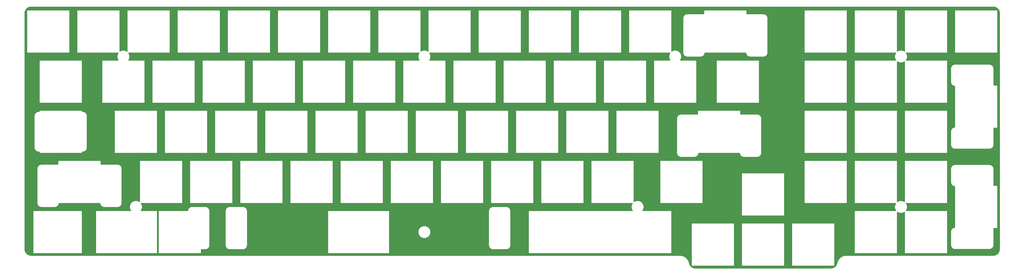
<source format=gbr>
G04 #@! TF.GenerationSoftware,KiCad,Pcbnew,(5.1.5-0-10_14)*
G04 #@! TF.CreationDate,2020-05-13T15:11:28-06:00*
G04 #@! TF.ProjectId,FR4Plate,46523450-6c61-4746-952e-6b696361645f,rev?*
G04 #@! TF.SameCoordinates,Original*
G04 #@! TF.FileFunction,Copper,L1,Top*
G04 #@! TF.FilePolarity,Positive*
%FSLAX46Y46*%
G04 Gerber Fmt 4.6, Leading zero omitted, Abs format (unit mm)*
G04 Created by KiCad (PCBNEW (5.1.5-0-10_14)) date 2020-05-13 15:11:28*
%MOMM*%
%LPD*%
G04 APERTURE LIST*
%ADD10C,0.254000*%
G04 APERTURE END LIST*
D10*
G36*
X393979393Y-68051420D02*
G01*
X394415998Y-68183239D01*
X394818685Y-68397350D01*
X395172112Y-68685598D01*
X395462827Y-69037011D01*
X395679742Y-69438189D01*
X395814606Y-69873863D01*
X395865501Y-70358103D01*
X395865500Y-160036471D01*
X395817830Y-160522644D01*
X395686012Y-160959247D01*
X395471899Y-161361936D01*
X395183650Y-161715363D01*
X394832239Y-162006077D01*
X394431064Y-162222990D01*
X393995386Y-162357856D01*
X393511164Y-162408750D01*
X337692081Y-162408750D01*
X337689814Y-162408973D01*
X337678653Y-162409050D01*
X337648871Y-162412177D01*
X337618911Y-162412171D01*
X337609746Y-162413133D01*
X337027885Y-162478286D01*
X336969369Y-162490712D01*
X336910689Y-162502319D01*
X336901888Y-162505042D01*
X336901882Y-162505044D01*
X336343760Y-162681973D01*
X336288752Y-162705537D01*
X336233465Y-162728312D01*
X336225358Y-162732693D01*
X335712228Y-163014660D01*
X335662879Y-163048436D01*
X335613033Y-163081540D01*
X335605931Y-163087413D01*
X335157342Y-163463677D01*
X335115472Y-163506417D01*
X335073027Y-163548550D01*
X335067202Y-163555690D01*
X334700239Y-164011920D01*
X334667489Y-164061948D01*
X334634014Y-164111555D01*
X334629686Y-164119691D01*
X334358328Y-164638509D01*
X334335915Y-164693954D01*
X334312717Y-164749108D01*
X334310052Y-164757929D01*
X334144635Y-165319573D01*
X334143472Y-165325663D01*
X333998008Y-165819559D01*
X333786635Y-166223691D01*
X333500792Y-166579067D01*
X333151365Y-166872157D01*
X332751662Y-167091795D01*
X332316916Y-167229613D01*
X331833708Y-167283720D01*
X331829290Y-167283750D01*
X280387009Y-167283750D01*
X279902019Y-167236075D01*
X279465422Y-167104141D01*
X279062774Y-166889921D01*
X278709396Y-166601567D01*
X278418762Y-166250073D01*
X278201933Y-165848819D01*
X278058262Y-165384285D01*
X278056951Y-165377659D01*
X278056947Y-165377647D01*
X278056908Y-165377441D01*
X278048876Y-165336914D01*
X278040216Y-165308250D01*
X278034601Y-165278827D01*
X278031936Y-165270006D01*
X277858738Y-164710651D01*
X277835562Y-164655530D01*
X277813140Y-164600045D01*
X277808813Y-164591909D01*
X277530267Y-164076849D01*
X277496817Y-164027266D01*
X277464055Y-163977209D01*
X277458230Y-163970068D01*
X277084948Y-163518920D01*
X277042528Y-163476801D01*
X277000642Y-163434035D01*
X276993540Y-163428162D01*
X276539737Y-163058110D01*
X276489947Y-163025036D01*
X276440551Y-162991219D01*
X276432444Y-162986837D01*
X275915408Y-162711977D01*
X275860108Y-162689189D01*
X275805116Y-162665625D01*
X275796313Y-162662901D01*
X275235736Y-162493702D01*
X275177065Y-162482090D01*
X275118543Y-162469655D01*
X275109379Y-162468693D01*
X274526614Y-162411599D01*
X274523848Y-162411599D01*
X274494919Y-162408750D01*
X28072580Y-162408750D01*
X27596412Y-162362061D01*
X27159619Y-162230186D01*
X26756762Y-162015983D01*
X26403183Y-161727610D01*
X26112347Y-161376051D01*
X25895338Y-160974702D01*
X25760414Y-160538834D01*
X25709500Y-160054417D01*
X25709661Y-145543750D01*
X28829750Y-145543750D01*
X28829750Y-161543750D01*
X28832190Y-161568526D01*
X28839417Y-161592351D01*
X28851153Y-161614307D01*
X28866947Y-161633553D01*
X28886193Y-161649347D01*
X28908149Y-161661083D01*
X28931974Y-161668310D01*
X28956750Y-161670750D01*
X47338000Y-161670750D01*
X47362776Y-161668310D01*
X47386601Y-161661083D01*
X47408557Y-161649347D01*
X47427803Y-161633553D01*
X47443597Y-161614307D01*
X47455333Y-161592351D01*
X47462560Y-161568526D01*
X47465000Y-161543750D01*
X47465000Y-145543750D01*
X52642250Y-145543750D01*
X52642250Y-161543750D01*
X52644690Y-161568526D01*
X52651917Y-161592351D01*
X52663653Y-161614307D01*
X52679447Y-161633553D01*
X52698693Y-161649347D01*
X52720649Y-161661083D01*
X52744474Y-161668310D01*
X52769250Y-161670750D01*
X75913000Y-161670750D01*
X75937776Y-161668310D01*
X75961601Y-161661083D01*
X75983557Y-161649347D01*
X76002803Y-161633553D01*
X76018597Y-161614307D01*
X76030333Y-161592351D01*
X76037560Y-161568526D01*
X76040000Y-161543750D01*
X76040000Y-145543750D01*
X76454750Y-145543750D01*
X76454750Y-161543750D01*
X76457190Y-161568526D01*
X76464417Y-161592351D01*
X76476153Y-161614307D01*
X76491947Y-161633553D01*
X76511193Y-161649347D01*
X76533149Y-161661083D01*
X76556974Y-161668310D01*
X76581750Y-161670750D01*
X92581750Y-161670750D01*
X92606526Y-161668310D01*
X92630351Y-161661083D01*
X92652307Y-161649347D01*
X92671553Y-161633553D01*
X92687347Y-161614307D01*
X92699083Y-161592351D01*
X92706310Y-161568526D01*
X92708750Y-161543750D01*
X92708750Y-160203750D01*
X94256919Y-160203750D01*
X94284562Y-160201027D01*
X94290644Y-160201076D01*
X94299816Y-160200186D01*
X94493933Y-160179979D01*
X94552533Y-160168011D01*
X94611308Y-160156860D01*
X94620132Y-160154205D01*
X94806628Y-160096680D01*
X94861781Y-160073561D01*
X94917285Y-160051201D01*
X94925419Y-160046886D01*
X94925423Y-160046884D01*
X94925426Y-160046882D01*
X95097196Y-159954228D01*
X95146819Y-159920829D01*
X95196909Y-159888123D01*
X95204056Y-159882306D01*
X95354558Y-159758053D01*
X95396742Y-159715658D01*
X95439532Y-159673839D01*
X95445412Y-159666744D01*
X95568915Y-159515624D01*
X95602074Y-159465823D01*
X95635912Y-159416510D01*
X95640303Y-159408408D01*
X95732100Y-159236180D01*
X95754946Y-159180908D01*
X95778571Y-159125938D01*
X95781305Y-159117137D01*
X95837901Y-158930358D01*
X95849577Y-158871695D01*
X95862074Y-158813190D01*
X95863046Y-158804026D01*
X95882285Y-158609811D01*
X95882286Y-158608802D01*
X95885500Y-158576169D01*
X95885500Y-158576168D01*
X101858500Y-158576168D01*
X101861283Y-158604423D01*
X101861240Y-158610551D01*
X101862140Y-158619722D01*
X101882541Y-158813819D01*
X101894568Y-158872408D01*
X101905777Y-158931173D01*
X101908441Y-158939995D01*
X101966153Y-159126433D01*
X101989338Y-159181588D01*
X102011742Y-159237041D01*
X102016068Y-159245177D01*
X102108893Y-159416854D01*
X102142346Y-159466449D01*
X102175100Y-159516503D01*
X102180924Y-159523644D01*
X102305328Y-159674022D01*
X102347763Y-159716161D01*
X102389626Y-159758911D01*
X102396727Y-159764784D01*
X102547969Y-159888134D01*
X102597777Y-159921227D01*
X102647151Y-159955034D01*
X102655257Y-159959417D01*
X102827580Y-160051042D01*
X102882892Y-160073840D01*
X102937866Y-160097402D01*
X102946669Y-160100127D01*
X103133506Y-160156536D01*
X103192186Y-160168155D01*
X103250696Y-160180592D01*
X103259861Y-160181555D01*
X103454094Y-160200600D01*
X103454098Y-160200600D01*
X103486081Y-160203750D01*
X108550919Y-160203750D01*
X108579174Y-160200967D01*
X108585301Y-160201010D01*
X108594472Y-160200110D01*
X108788569Y-160179709D01*
X108847158Y-160167682D01*
X108905923Y-160156473D01*
X108914745Y-160153809D01*
X109101183Y-160096097D01*
X109156338Y-160072912D01*
X109211791Y-160050508D01*
X109219927Y-160046182D01*
X109391604Y-159953357D01*
X109441199Y-159919904D01*
X109491253Y-159887150D01*
X109498394Y-159881326D01*
X109648772Y-159756922D01*
X109690911Y-159714487D01*
X109733661Y-159672624D01*
X109739534Y-159665523D01*
X109862884Y-159514281D01*
X109895977Y-159464473D01*
X109929784Y-159415099D01*
X109934167Y-159406993D01*
X110025792Y-159234670D01*
X110048590Y-159179358D01*
X110072152Y-159124384D01*
X110074877Y-159115581D01*
X110131286Y-158928744D01*
X110142905Y-158870064D01*
X110155342Y-158811554D01*
X110156305Y-158802389D01*
X110175350Y-158608156D01*
X110175350Y-158608152D01*
X110178500Y-158576169D01*
X110178500Y-145543750D01*
X140748500Y-145543750D01*
X140748500Y-161543750D01*
X140750940Y-161568526D01*
X140758167Y-161592351D01*
X140769903Y-161614307D01*
X140785697Y-161633553D01*
X140804943Y-161649347D01*
X140826899Y-161661083D01*
X140850724Y-161668310D01*
X140875500Y-161670750D01*
X164019250Y-161670750D01*
X164044026Y-161668310D01*
X164067851Y-161661083D01*
X164089807Y-161649347D01*
X164109053Y-161633553D01*
X164124847Y-161614307D01*
X164136583Y-161592351D01*
X164143810Y-161568526D01*
X164146250Y-161543750D01*
X164146250Y-158576168D01*
X201865500Y-158576168D01*
X201868283Y-158604422D01*
X201868240Y-158610541D01*
X201869140Y-158619713D01*
X201889520Y-158813616D01*
X201901541Y-158872176D01*
X201912757Y-158930975D01*
X201915421Y-158939796D01*
X201973076Y-159126048D01*
X201996250Y-159181176D01*
X202018663Y-159236651D01*
X202022990Y-159244787D01*
X202115722Y-159416294D01*
X202149150Y-159465853D01*
X202181928Y-159515944D01*
X202187753Y-159523085D01*
X202312032Y-159673311D01*
X202354449Y-159715433D01*
X202396331Y-159758202D01*
X202403432Y-159764075D01*
X202554524Y-159887302D01*
X202604333Y-159920394D01*
X202653705Y-159954201D01*
X202661811Y-159958584D01*
X202833961Y-160050117D01*
X202889263Y-160072911D01*
X202944246Y-160096477D01*
X202953049Y-160099202D01*
X203139698Y-160155555D01*
X203198401Y-160167178D01*
X203256890Y-160179611D01*
X203266055Y-160180574D01*
X203391864Y-160192910D01*
X203396117Y-160194200D01*
X203493081Y-160203750D01*
X208557919Y-160203750D01*
X208586174Y-160200967D01*
X208592301Y-160201010D01*
X208601472Y-160200110D01*
X208795569Y-160179709D01*
X208854158Y-160167682D01*
X208912923Y-160156473D01*
X208921745Y-160153809D01*
X209108183Y-160096097D01*
X209163338Y-160072912D01*
X209218791Y-160050508D01*
X209226927Y-160046182D01*
X209398604Y-159953357D01*
X209448199Y-159919904D01*
X209498253Y-159887150D01*
X209505394Y-159881326D01*
X209655772Y-159756922D01*
X209697911Y-159714487D01*
X209740661Y-159672624D01*
X209746534Y-159665523D01*
X209869884Y-159514281D01*
X209902977Y-159464473D01*
X209936784Y-159415099D01*
X209941167Y-159406993D01*
X210032792Y-159234670D01*
X210055590Y-159179358D01*
X210079152Y-159124384D01*
X210081877Y-159115581D01*
X210138286Y-158928744D01*
X210149905Y-158870064D01*
X210162342Y-158811554D01*
X210163305Y-158802389D01*
X210182350Y-158608156D01*
X210182350Y-158608152D01*
X210185500Y-158576169D01*
X210185500Y-145543750D01*
X216948500Y-145543750D01*
X216948500Y-161543750D01*
X216950940Y-161568526D01*
X216958167Y-161592351D01*
X216969903Y-161614307D01*
X216985697Y-161633553D01*
X217004943Y-161649347D01*
X217026899Y-161661083D01*
X217050724Y-161668310D01*
X217075500Y-161670750D01*
X271175500Y-161670750D01*
X271200276Y-161668310D01*
X271224101Y-161661083D01*
X271246057Y-161649347D01*
X271265303Y-161633553D01*
X271281097Y-161614307D01*
X271292833Y-161592351D01*
X271300060Y-161568526D01*
X271302500Y-161543750D01*
X271302500Y-150306250D01*
X278861000Y-150306250D01*
X278861000Y-166306250D01*
X278863440Y-166331026D01*
X278870667Y-166354851D01*
X278882403Y-166376807D01*
X278898197Y-166396053D01*
X278917443Y-166411847D01*
X278939399Y-166423583D01*
X278963224Y-166430810D01*
X278988000Y-166433250D01*
X294988000Y-166433250D01*
X295012776Y-166430810D01*
X295036601Y-166423583D01*
X295058557Y-166411847D01*
X295077803Y-166396053D01*
X295093597Y-166376807D01*
X295105333Y-166354851D01*
X295112560Y-166331026D01*
X295115000Y-166306250D01*
X295115000Y-150306250D01*
X297911000Y-150306250D01*
X297911000Y-166306250D01*
X297913440Y-166331026D01*
X297920667Y-166354851D01*
X297932403Y-166376807D01*
X297948197Y-166396053D01*
X297967443Y-166411847D01*
X297989399Y-166423583D01*
X298013224Y-166430810D01*
X298038000Y-166433250D01*
X314038000Y-166433250D01*
X314062776Y-166430810D01*
X314086601Y-166423583D01*
X314108557Y-166411847D01*
X314127803Y-166396053D01*
X314143597Y-166376807D01*
X314155333Y-166354851D01*
X314162560Y-166331026D01*
X314165000Y-166306250D01*
X314165000Y-150306250D01*
X316961000Y-150306250D01*
X316961000Y-166306250D01*
X316963440Y-166331026D01*
X316970667Y-166354851D01*
X316982403Y-166376807D01*
X316998197Y-166396053D01*
X317017443Y-166411847D01*
X317039399Y-166423583D01*
X317063224Y-166430810D01*
X317088000Y-166433250D01*
X333088000Y-166433250D01*
X333112776Y-166430810D01*
X333136601Y-166423583D01*
X333158557Y-166411847D01*
X333177803Y-166396053D01*
X333193597Y-166376807D01*
X333205333Y-166354851D01*
X333212560Y-166331026D01*
X333215000Y-166306250D01*
X333215000Y-150306250D01*
X333212560Y-150281474D01*
X333205333Y-150257649D01*
X333193597Y-150235693D01*
X333177803Y-150216447D01*
X333158557Y-150200653D01*
X333136601Y-150188917D01*
X333112776Y-150181690D01*
X333088000Y-150179250D01*
X317088000Y-150179250D01*
X317063224Y-150181690D01*
X317039399Y-150188917D01*
X317017443Y-150200653D01*
X316998197Y-150216447D01*
X316982403Y-150235693D01*
X316970667Y-150257649D01*
X316963440Y-150281474D01*
X316961000Y-150306250D01*
X314165000Y-150306250D01*
X314162560Y-150281474D01*
X314155333Y-150257649D01*
X314143597Y-150235693D01*
X314127803Y-150216447D01*
X314108557Y-150200653D01*
X314086601Y-150188917D01*
X314062776Y-150181690D01*
X314038000Y-150179250D01*
X298038000Y-150179250D01*
X298013224Y-150181690D01*
X297989399Y-150188917D01*
X297967443Y-150200653D01*
X297948197Y-150216447D01*
X297932403Y-150235693D01*
X297920667Y-150257649D01*
X297913440Y-150281474D01*
X297911000Y-150306250D01*
X295115000Y-150306250D01*
X295112560Y-150281474D01*
X295105333Y-150257649D01*
X295093597Y-150235693D01*
X295077803Y-150216447D01*
X295058557Y-150200653D01*
X295036601Y-150188917D01*
X295012776Y-150181690D01*
X294988000Y-150179250D01*
X278988000Y-150179250D01*
X278963224Y-150181690D01*
X278939399Y-150188917D01*
X278917443Y-150200653D01*
X278898197Y-150216447D01*
X278882403Y-150235693D01*
X278870667Y-150257649D01*
X278863440Y-150281474D01*
X278861000Y-150306250D01*
X271302500Y-150306250D01*
X271302500Y-145543750D01*
X271300060Y-145518974D01*
X271292833Y-145495149D01*
X271281097Y-145473193D01*
X271265303Y-145453947D01*
X271246057Y-145438153D01*
X271224101Y-145426417D01*
X271200276Y-145419190D01*
X271175500Y-145416750D01*
X260347301Y-145416750D01*
X260526560Y-145148471D01*
X260706346Y-144714429D01*
X260798000Y-144253652D01*
X260798000Y-143783848D01*
X260706346Y-143323071D01*
X260526560Y-142889029D01*
X260265550Y-142498401D01*
X259933349Y-142166200D01*
X259542721Y-141905190D01*
X259108679Y-141725404D01*
X258647902Y-141633750D01*
X258178098Y-141633750D01*
X257717321Y-141725404D01*
X257283279Y-141905190D01*
X257015000Y-142084449D01*
X257015000Y-126493750D01*
X266954750Y-126493750D01*
X266954750Y-142493750D01*
X266957190Y-142518526D01*
X266964417Y-142542351D01*
X266976153Y-142564307D01*
X266991947Y-142583553D01*
X267011193Y-142599347D01*
X267033149Y-142611083D01*
X267056974Y-142618310D01*
X267081750Y-142620750D01*
X283081750Y-142620750D01*
X283106526Y-142618310D01*
X283130351Y-142611083D01*
X283152307Y-142599347D01*
X283171553Y-142583553D01*
X283187347Y-142564307D01*
X283199083Y-142542351D01*
X283206310Y-142518526D01*
X283208750Y-142493750D01*
X283208750Y-131256250D01*
X297911000Y-131256250D01*
X297911000Y-147256250D01*
X297913440Y-147281026D01*
X297920667Y-147304851D01*
X297932403Y-147326807D01*
X297948197Y-147346053D01*
X297967443Y-147361847D01*
X297989399Y-147373583D01*
X298013224Y-147380810D01*
X298038000Y-147383250D01*
X314038000Y-147383250D01*
X314062776Y-147380810D01*
X314086601Y-147373583D01*
X314108557Y-147361847D01*
X314127803Y-147346053D01*
X314143597Y-147326807D01*
X314155333Y-147304851D01*
X314162560Y-147281026D01*
X314165000Y-147256250D01*
X314165000Y-131256250D01*
X314162560Y-131231474D01*
X314155333Y-131207649D01*
X314143597Y-131185693D01*
X314127803Y-131166447D01*
X314108557Y-131150653D01*
X314086601Y-131138917D01*
X314062776Y-131131690D01*
X314038000Y-131129250D01*
X298038000Y-131129250D01*
X298013224Y-131131690D01*
X297989399Y-131138917D01*
X297967443Y-131150653D01*
X297948197Y-131166447D01*
X297932403Y-131185693D01*
X297920667Y-131207649D01*
X297913440Y-131231474D01*
X297911000Y-131256250D01*
X283208750Y-131256250D01*
X283208750Y-126493750D01*
X321723500Y-126493750D01*
X321723500Y-142493750D01*
X321725940Y-142518526D01*
X321733167Y-142542351D01*
X321744903Y-142564307D01*
X321760697Y-142583553D01*
X321779943Y-142599347D01*
X321801899Y-142611083D01*
X321825724Y-142618310D01*
X321850500Y-142620750D01*
X337850500Y-142620750D01*
X337875276Y-142618310D01*
X337899101Y-142611083D01*
X337921057Y-142599347D01*
X337940303Y-142583553D01*
X337956097Y-142564307D01*
X337967833Y-142542351D01*
X337975060Y-142518526D01*
X337977500Y-142493750D01*
X337977500Y-126493750D01*
X340773500Y-126493750D01*
X340773500Y-142493750D01*
X340775940Y-142518526D01*
X340783167Y-142542351D01*
X340794903Y-142564307D01*
X340810697Y-142583553D01*
X340829943Y-142599347D01*
X340851899Y-142611083D01*
X340875724Y-142618310D01*
X340900500Y-142620750D01*
X356491199Y-142620750D01*
X356311940Y-142889029D01*
X356132154Y-143323071D01*
X356040500Y-143783848D01*
X356040500Y-144253652D01*
X356132154Y-144714429D01*
X356311940Y-145148471D01*
X356491199Y-145416750D01*
X340900500Y-145416750D01*
X340875724Y-145419190D01*
X340851899Y-145426417D01*
X340829943Y-145438153D01*
X340810697Y-145453947D01*
X340794903Y-145473193D01*
X340783167Y-145495149D01*
X340775940Y-145518974D01*
X340773500Y-145543750D01*
X340773500Y-161543750D01*
X340775940Y-161568526D01*
X340783167Y-161592351D01*
X340794903Y-161614307D01*
X340810697Y-161633553D01*
X340829943Y-161649347D01*
X340851899Y-161661083D01*
X340875724Y-161668310D01*
X340900500Y-161670750D01*
X356900500Y-161670750D01*
X356925276Y-161668310D01*
X356949101Y-161661083D01*
X356971057Y-161649347D01*
X356990303Y-161633553D01*
X357006097Y-161614307D01*
X357017833Y-161592351D01*
X357025060Y-161568526D01*
X357027500Y-161543750D01*
X357027500Y-145953051D01*
X357295779Y-146132310D01*
X357729821Y-146312096D01*
X358190598Y-146403750D01*
X358660402Y-146403750D01*
X359121179Y-146312096D01*
X359555221Y-146132310D01*
X359823500Y-145953051D01*
X359823500Y-161543750D01*
X359825940Y-161568526D01*
X359833167Y-161592351D01*
X359844903Y-161614307D01*
X359860697Y-161633553D01*
X359879943Y-161649347D01*
X359901899Y-161661083D01*
X359925724Y-161668310D01*
X359950500Y-161670750D01*
X375950500Y-161670750D01*
X375975276Y-161668310D01*
X375999101Y-161661083D01*
X376021057Y-161649347D01*
X376040303Y-161633553D01*
X376056097Y-161614307D01*
X376067833Y-161592351D01*
X376075060Y-161568526D01*
X376077500Y-161543750D01*
X376077500Y-145543750D01*
X376075060Y-145518974D01*
X376067833Y-145495149D01*
X376056097Y-145473193D01*
X376040303Y-145453947D01*
X376021057Y-145438153D01*
X375999101Y-145426417D01*
X375975276Y-145419190D01*
X375950500Y-145416750D01*
X360359801Y-145416750D01*
X360539060Y-145148471D01*
X360718846Y-144714429D01*
X360810500Y-144253652D01*
X360810500Y-143783848D01*
X360718846Y-143323071D01*
X360539060Y-142889029D01*
X360359801Y-142620750D01*
X375950500Y-142620750D01*
X375975276Y-142618310D01*
X375999101Y-142611083D01*
X376021057Y-142599347D01*
X376040303Y-142583553D01*
X376056097Y-142564307D01*
X376067833Y-142542351D01*
X376075060Y-142518526D01*
X376077500Y-142493750D01*
X376077500Y-134613168D01*
X377339500Y-134613168D01*
X377342283Y-134641423D01*
X377342240Y-134647551D01*
X377343140Y-134656722D01*
X377363541Y-134850819D01*
X377375568Y-134909408D01*
X377386777Y-134968173D01*
X377389441Y-134976995D01*
X377447153Y-135163433D01*
X377470338Y-135218588D01*
X377492742Y-135274041D01*
X377497068Y-135282177D01*
X377589893Y-135453854D01*
X377623346Y-135503449D01*
X377656100Y-135553503D01*
X377661924Y-135560644D01*
X377786328Y-135711022D01*
X377828763Y-135753161D01*
X377870626Y-135795911D01*
X377877727Y-135801784D01*
X378028969Y-135925134D01*
X378078777Y-135958227D01*
X378128151Y-135992034D01*
X378136257Y-135996417D01*
X378308580Y-136088042D01*
X378363892Y-136110840D01*
X378418866Y-136134402D01*
X378427669Y-136137127D01*
X378614506Y-136193536D01*
X378673186Y-136205155D01*
X378731696Y-136217592D01*
X378740861Y-136218555D01*
X378873500Y-136231561D01*
X378873500Y-151805648D01*
X378729431Y-151820791D01*
X378670848Y-151832816D01*
X378612077Y-151844027D01*
X378603255Y-151846691D01*
X378416817Y-151904403D01*
X378361662Y-151927588D01*
X378306209Y-151949992D01*
X378298073Y-151954318D01*
X378126396Y-152047143D01*
X378076778Y-152080611D01*
X378026747Y-152113350D01*
X378019606Y-152119174D01*
X377869228Y-152243578D01*
X377827089Y-152286013D01*
X377784339Y-152327876D01*
X377778466Y-152334977D01*
X377655116Y-152486219D01*
X377622034Y-152536012D01*
X377588216Y-152585401D01*
X377583833Y-152593507D01*
X377492208Y-152765829D01*
X377469409Y-152821144D01*
X377445848Y-152876116D01*
X377443123Y-152884919D01*
X377386714Y-153071755D01*
X377375094Y-153130443D01*
X377362658Y-153188946D01*
X377361695Y-153198111D01*
X377342650Y-153392345D01*
X377342650Y-153392358D01*
X377339501Y-153424331D01*
X377339500Y-158489168D01*
X377342283Y-158517423D01*
X377342240Y-158523551D01*
X377343140Y-158532722D01*
X377363541Y-158726819D01*
X377375568Y-158785408D01*
X377386777Y-158844173D01*
X377389441Y-158852995D01*
X377447153Y-159039433D01*
X377470338Y-159094588D01*
X377492742Y-159150041D01*
X377497068Y-159158177D01*
X377589893Y-159329854D01*
X377623346Y-159379449D01*
X377656100Y-159429503D01*
X377661924Y-159436644D01*
X377786328Y-159587022D01*
X377828763Y-159629161D01*
X377870626Y-159671911D01*
X377877727Y-159677784D01*
X378028969Y-159801134D01*
X378078777Y-159834227D01*
X378128151Y-159868034D01*
X378136257Y-159872417D01*
X378308580Y-159964042D01*
X378363892Y-159986840D01*
X378418866Y-160010402D01*
X378427669Y-160013127D01*
X378614506Y-160069536D01*
X378673186Y-160081155D01*
X378731696Y-160093592D01*
X378740861Y-160094555D01*
X378935094Y-160113600D01*
X378935098Y-160113600D01*
X378967081Y-160116750D01*
X392031919Y-160116750D01*
X392060174Y-160113967D01*
X392066301Y-160114010D01*
X392075472Y-160113110D01*
X392269569Y-160092709D01*
X392328158Y-160080682D01*
X392386923Y-160069473D01*
X392395745Y-160066809D01*
X392582183Y-160009097D01*
X392637338Y-159985912D01*
X392692791Y-159963508D01*
X392700927Y-159959182D01*
X392872604Y-159866357D01*
X392922199Y-159832904D01*
X392972253Y-159800150D01*
X392979394Y-159794326D01*
X393129772Y-159669922D01*
X393171911Y-159627487D01*
X393214661Y-159585624D01*
X393220534Y-159578523D01*
X393343884Y-159427281D01*
X393376977Y-159377473D01*
X393410784Y-159328099D01*
X393415167Y-159319993D01*
X393506792Y-159147670D01*
X393529590Y-159092358D01*
X393553152Y-159037384D01*
X393555877Y-159028581D01*
X393612286Y-158841744D01*
X393623905Y-158783064D01*
X393636342Y-158724554D01*
X393637305Y-158715389D01*
X393656350Y-158521156D01*
X393656350Y-158521148D01*
X393659495Y-158489267D01*
X393660440Y-152145750D01*
X395000500Y-152145750D01*
X395025276Y-152143310D01*
X395049101Y-152136083D01*
X395071057Y-152124347D01*
X395090303Y-152108553D01*
X395106097Y-152089307D01*
X395117833Y-152067351D01*
X395125060Y-152043526D01*
X395127500Y-152018750D01*
X395127500Y-136018750D01*
X395125060Y-135993974D01*
X395117833Y-135970149D01*
X395106097Y-135948193D01*
X395090303Y-135928947D01*
X395071057Y-135913153D01*
X395049101Y-135901417D01*
X395025276Y-135894190D01*
X395000500Y-135891750D01*
X393659500Y-135891750D01*
X393659500Y-129548331D01*
X393656717Y-129520076D01*
X393656760Y-129513949D01*
X393655860Y-129504778D01*
X393635459Y-129310681D01*
X393623434Y-129252098D01*
X393612223Y-129193327D01*
X393609559Y-129184505D01*
X393551847Y-128998067D01*
X393528662Y-128942912D01*
X393506258Y-128887459D01*
X393501932Y-128879323D01*
X393409107Y-128707646D01*
X393375639Y-128658028D01*
X393342900Y-128607997D01*
X393337076Y-128600856D01*
X393212672Y-128450478D01*
X393170237Y-128408339D01*
X393128374Y-128365589D01*
X393121273Y-128359716D01*
X392970031Y-128236366D01*
X392920238Y-128203284D01*
X392870849Y-128169466D01*
X392862743Y-128165083D01*
X392690421Y-128073458D01*
X392635106Y-128050659D01*
X392580134Y-128027098D01*
X392571331Y-128024373D01*
X392384495Y-127967964D01*
X392325807Y-127956344D01*
X392267304Y-127943908D01*
X392258139Y-127942945D01*
X392063905Y-127923900D01*
X392063902Y-127923900D01*
X392031919Y-127920750D01*
X378967081Y-127920750D01*
X378938826Y-127923533D01*
X378932699Y-127923490D01*
X378923528Y-127924390D01*
X378729431Y-127944791D01*
X378670848Y-127956816D01*
X378612077Y-127968027D01*
X378603255Y-127970691D01*
X378416817Y-128028403D01*
X378361662Y-128051588D01*
X378306209Y-128073992D01*
X378298073Y-128078318D01*
X378126396Y-128171143D01*
X378076778Y-128204611D01*
X378026747Y-128237350D01*
X378019606Y-128243174D01*
X377869228Y-128367578D01*
X377827089Y-128410013D01*
X377784339Y-128451876D01*
X377778466Y-128458977D01*
X377655116Y-128610219D01*
X377622034Y-128660012D01*
X377588216Y-128709401D01*
X377583833Y-128717507D01*
X377492208Y-128889829D01*
X377469409Y-128945144D01*
X377445848Y-129000116D01*
X377443123Y-129008919D01*
X377386714Y-129195755D01*
X377375094Y-129254443D01*
X377362658Y-129312946D01*
X377361695Y-129322111D01*
X377342650Y-129516345D01*
X377342650Y-129516358D01*
X377339501Y-129548331D01*
X377339500Y-134613168D01*
X376077500Y-134613168D01*
X376077500Y-126493750D01*
X376075060Y-126468974D01*
X376067833Y-126445149D01*
X376056097Y-126423193D01*
X376040303Y-126403947D01*
X376021057Y-126388153D01*
X375999101Y-126376417D01*
X375975276Y-126369190D01*
X375950500Y-126366750D01*
X359950500Y-126366750D01*
X359925724Y-126369190D01*
X359901899Y-126376417D01*
X359879943Y-126388153D01*
X359860697Y-126403947D01*
X359844903Y-126423193D01*
X359833167Y-126445149D01*
X359825940Y-126468974D01*
X359823500Y-126493750D01*
X359823500Y-142084449D01*
X359555221Y-141905190D01*
X359121179Y-141725404D01*
X358660402Y-141633750D01*
X358190598Y-141633750D01*
X357729821Y-141725404D01*
X357295779Y-141905190D01*
X357027500Y-142084449D01*
X357027500Y-126493750D01*
X357025060Y-126468974D01*
X357017833Y-126445149D01*
X357006097Y-126423193D01*
X356990303Y-126403947D01*
X356971057Y-126388153D01*
X356949101Y-126376417D01*
X356925276Y-126369190D01*
X356900500Y-126366750D01*
X340900500Y-126366750D01*
X340875724Y-126369190D01*
X340851899Y-126376417D01*
X340829943Y-126388153D01*
X340810697Y-126403947D01*
X340794903Y-126423193D01*
X340783167Y-126445149D01*
X340775940Y-126468974D01*
X340773500Y-126493750D01*
X337977500Y-126493750D01*
X337975060Y-126468974D01*
X337967833Y-126445149D01*
X337956097Y-126423193D01*
X337940303Y-126403947D01*
X337921057Y-126388153D01*
X337899101Y-126376417D01*
X337875276Y-126369190D01*
X337850500Y-126366750D01*
X321850500Y-126366750D01*
X321825724Y-126369190D01*
X321801899Y-126376417D01*
X321779943Y-126388153D01*
X321760697Y-126403947D01*
X321744903Y-126423193D01*
X321733167Y-126445149D01*
X321725940Y-126468974D01*
X321723500Y-126493750D01*
X283208750Y-126493750D01*
X283206310Y-126468974D01*
X283199083Y-126445149D01*
X283187347Y-126423193D01*
X283171553Y-126403947D01*
X283152307Y-126388153D01*
X283130351Y-126376417D01*
X283106526Y-126369190D01*
X283081750Y-126366750D01*
X267081750Y-126366750D01*
X267056974Y-126369190D01*
X267033149Y-126376417D01*
X267011193Y-126388153D01*
X266991947Y-126403947D01*
X266976153Y-126423193D01*
X266964417Y-126445149D01*
X266957190Y-126468974D01*
X266954750Y-126493750D01*
X257015000Y-126493750D01*
X257012560Y-126468974D01*
X257005333Y-126445149D01*
X256993597Y-126423193D01*
X256977803Y-126403947D01*
X256958557Y-126388153D01*
X256936601Y-126376417D01*
X256912776Y-126369190D01*
X256888000Y-126366750D01*
X240888000Y-126366750D01*
X240863224Y-126369190D01*
X240839399Y-126376417D01*
X240817443Y-126388153D01*
X240798197Y-126403947D01*
X240782403Y-126423193D01*
X240770667Y-126445149D01*
X240763440Y-126468974D01*
X240761000Y-126493750D01*
X240761000Y-142493750D01*
X240763440Y-142518526D01*
X240770667Y-142542351D01*
X240782403Y-142564307D01*
X240798197Y-142583553D01*
X240817443Y-142599347D01*
X240839399Y-142611083D01*
X240863224Y-142618310D01*
X240888000Y-142620750D01*
X256478699Y-142620750D01*
X256299440Y-142889029D01*
X256119654Y-143323071D01*
X256028000Y-143783848D01*
X256028000Y-144253652D01*
X256119654Y-144714429D01*
X256299440Y-145148471D01*
X256478699Y-145416750D01*
X217075500Y-145416750D01*
X217050724Y-145419190D01*
X217026899Y-145426417D01*
X217004943Y-145438153D01*
X216985697Y-145453947D01*
X216969903Y-145473193D01*
X216958167Y-145495149D01*
X216950940Y-145518974D01*
X216948500Y-145543750D01*
X210185500Y-145543750D01*
X210185500Y-145511331D01*
X210182717Y-145483076D01*
X210182760Y-145476949D01*
X210181860Y-145467778D01*
X210161459Y-145273681D01*
X210149434Y-145215098D01*
X210138223Y-145156327D01*
X210135559Y-145147505D01*
X210077847Y-144961067D01*
X210054662Y-144905912D01*
X210032258Y-144850459D01*
X210027932Y-144842323D01*
X209935107Y-144670646D01*
X209901639Y-144621028D01*
X209868900Y-144570997D01*
X209863076Y-144563856D01*
X209738672Y-144413478D01*
X209696237Y-144371339D01*
X209654374Y-144328589D01*
X209647273Y-144322716D01*
X209496031Y-144199366D01*
X209446238Y-144166284D01*
X209396849Y-144132466D01*
X209388743Y-144128083D01*
X209216421Y-144036458D01*
X209161106Y-144013659D01*
X209106134Y-143990098D01*
X209097331Y-143987373D01*
X208910495Y-143930964D01*
X208851807Y-143919344D01*
X208793304Y-143906908D01*
X208784139Y-143905945D01*
X208589905Y-143886900D01*
X208589902Y-143886900D01*
X208557919Y-143883750D01*
X203493081Y-143883750D01*
X203465438Y-143886473D01*
X203459356Y-143886424D01*
X203450184Y-143887314D01*
X203256067Y-143907521D01*
X203197467Y-143919489D01*
X203138692Y-143930640D01*
X203129868Y-143933295D01*
X202943372Y-143990820D01*
X202888219Y-144013939D01*
X202832715Y-144036299D01*
X202824574Y-144040617D01*
X202652804Y-144133272D01*
X202603187Y-144166667D01*
X202553092Y-144199377D01*
X202545945Y-144205194D01*
X202395442Y-144329447D01*
X202353239Y-144371861D01*
X202310469Y-144413661D01*
X202304588Y-144420756D01*
X202181086Y-144571876D01*
X202147923Y-144621681D01*
X202114088Y-144670990D01*
X202109697Y-144679092D01*
X202017900Y-144851321D01*
X201995055Y-144906591D01*
X201971429Y-144961562D01*
X201968695Y-144970363D01*
X201912099Y-145157143D01*
X201900427Y-145215783D01*
X201887926Y-145274309D01*
X201886954Y-145283473D01*
X201867715Y-145477689D01*
X201867704Y-145488966D01*
X201865501Y-145511331D01*
X201865500Y-158576168D01*
X164146250Y-158576168D01*
X164146250Y-153308848D01*
X175065500Y-153308848D01*
X175065500Y-153778652D01*
X175157154Y-154239429D01*
X175336940Y-154673471D01*
X175597950Y-155064099D01*
X175930151Y-155396300D01*
X176320779Y-155657310D01*
X176754821Y-155837096D01*
X177215598Y-155928750D01*
X177685402Y-155928750D01*
X178146179Y-155837096D01*
X178580221Y-155657310D01*
X178970849Y-155396300D01*
X179303050Y-155064099D01*
X179564060Y-154673471D01*
X179743846Y-154239429D01*
X179835500Y-153778652D01*
X179835500Y-153308848D01*
X179743846Y-152848071D01*
X179564060Y-152414029D01*
X179303050Y-152023401D01*
X178970849Y-151691200D01*
X178580221Y-151430190D01*
X178146179Y-151250404D01*
X177685402Y-151158750D01*
X177215598Y-151158750D01*
X176754821Y-151250404D01*
X176320779Y-151430190D01*
X175930151Y-151691200D01*
X175597950Y-152023401D01*
X175336940Y-152414029D01*
X175157154Y-152848071D01*
X175065500Y-153308848D01*
X164146250Y-153308848D01*
X164146250Y-145543750D01*
X164143810Y-145518974D01*
X164136583Y-145495149D01*
X164124847Y-145473193D01*
X164109053Y-145453947D01*
X164089807Y-145438153D01*
X164067851Y-145426417D01*
X164044026Y-145419190D01*
X164019250Y-145416750D01*
X140875500Y-145416750D01*
X140850724Y-145419190D01*
X140826899Y-145426417D01*
X140804943Y-145438153D01*
X140785697Y-145453947D01*
X140769903Y-145473193D01*
X140758167Y-145495149D01*
X140750940Y-145518974D01*
X140748500Y-145543750D01*
X110178500Y-145543750D01*
X110178500Y-145511331D01*
X110175717Y-145483076D01*
X110175760Y-145476949D01*
X110174860Y-145467778D01*
X110154459Y-145273681D01*
X110142434Y-145215098D01*
X110131223Y-145156327D01*
X110128559Y-145147505D01*
X110070847Y-144961067D01*
X110047662Y-144905912D01*
X110025258Y-144850459D01*
X110020932Y-144842323D01*
X109928107Y-144670646D01*
X109894639Y-144621028D01*
X109861900Y-144570997D01*
X109856076Y-144563856D01*
X109731672Y-144413478D01*
X109689237Y-144371339D01*
X109647374Y-144328589D01*
X109640273Y-144322716D01*
X109489031Y-144199366D01*
X109439238Y-144166284D01*
X109389849Y-144132466D01*
X109381743Y-144128083D01*
X109209421Y-144036458D01*
X109154106Y-144013659D01*
X109099134Y-143990098D01*
X109090331Y-143987373D01*
X108903495Y-143930964D01*
X108844807Y-143919344D01*
X108786304Y-143906908D01*
X108777139Y-143905945D01*
X108582905Y-143886900D01*
X108582902Y-143886900D01*
X108550919Y-143883750D01*
X103486081Y-143883750D01*
X103457826Y-143886533D01*
X103451699Y-143886490D01*
X103442528Y-143887390D01*
X103248431Y-143907791D01*
X103189848Y-143919816D01*
X103131077Y-143931027D01*
X103122255Y-143933691D01*
X102935817Y-143991403D01*
X102880662Y-144014588D01*
X102825209Y-144036992D01*
X102817073Y-144041318D01*
X102645396Y-144134143D01*
X102595778Y-144167611D01*
X102545747Y-144200350D01*
X102538606Y-144206174D01*
X102388228Y-144330578D01*
X102346089Y-144373013D01*
X102303339Y-144414876D01*
X102297466Y-144421977D01*
X102174116Y-144573219D01*
X102141034Y-144623012D01*
X102107216Y-144672401D01*
X102102833Y-144680507D01*
X102011208Y-144852829D01*
X101988409Y-144908144D01*
X101964848Y-144963116D01*
X101962123Y-144971919D01*
X101905714Y-145158755D01*
X101894094Y-145217443D01*
X101881658Y-145275946D01*
X101880695Y-145285111D01*
X101861650Y-145479345D01*
X101861650Y-145479358D01*
X101858501Y-145511331D01*
X101858500Y-158576168D01*
X95885500Y-158576168D01*
X95885500Y-145511331D01*
X95882717Y-145483076D01*
X95882760Y-145476949D01*
X95881860Y-145467778D01*
X95861459Y-145273681D01*
X95849434Y-145215098D01*
X95838223Y-145156327D01*
X95835559Y-145147505D01*
X95777847Y-144961067D01*
X95754662Y-144905912D01*
X95732258Y-144850459D01*
X95727932Y-144842323D01*
X95635107Y-144670646D01*
X95601639Y-144621028D01*
X95568900Y-144570997D01*
X95563076Y-144563856D01*
X95438672Y-144413478D01*
X95396237Y-144371339D01*
X95354374Y-144328589D01*
X95347273Y-144322716D01*
X95196031Y-144199366D01*
X95146238Y-144166284D01*
X95096849Y-144132466D01*
X95088743Y-144128083D01*
X94916421Y-144036458D01*
X94861106Y-144013659D01*
X94806134Y-143990098D01*
X94797331Y-143987373D01*
X94610495Y-143930964D01*
X94551807Y-143919344D01*
X94493304Y-143906908D01*
X94484139Y-143905945D01*
X94289905Y-143886900D01*
X94288902Y-143886900D01*
X94256919Y-143883750D01*
X89192081Y-143883750D01*
X89163826Y-143886533D01*
X89157699Y-143886490D01*
X89148528Y-143887390D01*
X88954431Y-143907791D01*
X88895848Y-143919816D01*
X88837077Y-143931027D01*
X88828255Y-143933691D01*
X88641817Y-143991403D01*
X88586662Y-144014588D01*
X88531209Y-144036992D01*
X88523073Y-144041318D01*
X88351396Y-144134143D01*
X88301778Y-144167611D01*
X88251747Y-144200350D01*
X88244606Y-144206174D01*
X88094228Y-144330578D01*
X88052089Y-144373013D01*
X88009339Y-144414876D01*
X88003466Y-144421977D01*
X87880116Y-144573219D01*
X87847034Y-144623012D01*
X87813216Y-144672401D01*
X87808833Y-144680507D01*
X87717208Y-144852829D01*
X87694409Y-144908144D01*
X87670848Y-144963116D01*
X87668123Y-144971919D01*
X87611714Y-145158755D01*
X87600094Y-145217443D01*
X87587658Y-145275946D01*
X87586695Y-145285111D01*
X87573788Y-145416750D01*
X76581750Y-145416750D01*
X76556974Y-145419190D01*
X76533149Y-145426417D01*
X76511193Y-145438153D01*
X76491947Y-145453947D01*
X76476153Y-145473193D01*
X76464417Y-145495149D01*
X76457190Y-145518974D01*
X76454750Y-145543750D01*
X76040000Y-145543750D01*
X76037560Y-145518974D01*
X76030333Y-145495149D01*
X76018597Y-145473193D01*
X76002803Y-145453947D01*
X75983557Y-145438153D01*
X75961601Y-145426417D01*
X75937776Y-145419190D01*
X75913000Y-145416750D01*
X69847301Y-145416750D01*
X70026560Y-145148471D01*
X70206346Y-144714429D01*
X70298000Y-144253652D01*
X70298000Y-143783848D01*
X70206346Y-143323071D01*
X70026560Y-142889029D01*
X69847301Y-142620750D01*
X85438000Y-142620750D01*
X85462776Y-142618310D01*
X85486601Y-142611083D01*
X85508557Y-142599347D01*
X85527803Y-142583553D01*
X85543597Y-142564307D01*
X85555333Y-142542351D01*
X85562560Y-142518526D01*
X85565000Y-142493750D01*
X85565000Y-126493750D01*
X88361000Y-126493750D01*
X88361000Y-142493750D01*
X88363440Y-142518526D01*
X88370667Y-142542351D01*
X88382403Y-142564307D01*
X88398197Y-142583553D01*
X88417443Y-142599347D01*
X88439399Y-142611083D01*
X88463224Y-142618310D01*
X88488000Y-142620750D01*
X104488000Y-142620750D01*
X104512776Y-142618310D01*
X104536601Y-142611083D01*
X104558557Y-142599347D01*
X104577803Y-142583553D01*
X104593597Y-142564307D01*
X104605333Y-142542351D01*
X104612560Y-142518526D01*
X104615000Y-142493750D01*
X104615000Y-126493750D01*
X107411000Y-126493750D01*
X107411000Y-142493750D01*
X107413440Y-142518526D01*
X107420667Y-142542351D01*
X107432403Y-142564307D01*
X107448197Y-142583553D01*
X107467443Y-142599347D01*
X107489399Y-142611083D01*
X107513224Y-142618310D01*
X107538000Y-142620750D01*
X123538000Y-142620750D01*
X123562776Y-142618310D01*
X123586601Y-142611083D01*
X123608557Y-142599347D01*
X123627803Y-142583553D01*
X123643597Y-142564307D01*
X123655333Y-142542351D01*
X123662560Y-142518526D01*
X123665000Y-142493750D01*
X123665000Y-126493750D01*
X126461000Y-126493750D01*
X126461000Y-142493750D01*
X126463440Y-142518526D01*
X126470667Y-142542351D01*
X126482403Y-142564307D01*
X126498197Y-142583553D01*
X126517443Y-142599347D01*
X126539399Y-142611083D01*
X126563224Y-142618310D01*
X126588000Y-142620750D01*
X142588000Y-142620750D01*
X142612776Y-142618310D01*
X142636601Y-142611083D01*
X142658557Y-142599347D01*
X142677803Y-142583553D01*
X142693597Y-142564307D01*
X142705333Y-142542351D01*
X142712560Y-142518526D01*
X142715000Y-142493750D01*
X142715000Y-126493750D01*
X145511000Y-126493750D01*
X145511000Y-142493750D01*
X145513440Y-142518526D01*
X145520667Y-142542351D01*
X145532403Y-142564307D01*
X145548197Y-142583553D01*
X145567443Y-142599347D01*
X145589399Y-142611083D01*
X145613224Y-142618310D01*
X145638000Y-142620750D01*
X161638000Y-142620750D01*
X161662776Y-142618310D01*
X161686601Y-142611083D01*
X161708557Y-142599347D01*
X161727803Y-142583553D01*
X161743597Y-142564307D01*
X161755333Y-142542351D01*
X161762560Y-142518526D01*
X161765000Y-142493750D01*
X161765000Y-126493750D01*
X164561000Y-126493750D01*
X164561000Y-142493750D01*
X164563440Y-142518526D01*
X164570667Y-142542351D01*
X164582403Y-142564307D01*
X164598197Y-142583553D01*
X164617443Y-142599347D01*
X164639399Y-142611083D01*
X164663224Y-142618310D01*
X164688000Y-142620750D01*
X180688000Y-142620750D01*
X180712776Y-142618310D01*
X180736601Y-142611083D01*
X180758557Y-142599347D01*
X180777803Y-142583553D01*
X180793597Y-142564307D01*
X180805333Y-142542351D01*
X180812560Y-142518526D01*
X180815000Y-142493750D01*
X180815000Y-126493750D01*
X183611000Y-126493750D01*
X183611000Y-142493750D01*
X183613440Y-142518526D01*
X183620667Y-142542351D01*
X183632403Y-142564307D01*
X183648197Y-142583553D01*
X183667443Y-142599347D01*
X183689399Y-142611083D01*
X183713224Y-142618310D01*
X183738000Y-142620750D01*
X199738000Y-142620750D01*
X199762776Y-142618310D01*
X199786601Y-142611083D01*
X199808557Y-142599347D01*
X199827803Y-142583553D01*
X199843597Y-142564307D01*
X199855333Y-142542351D01*
X199862560Y-142518526D01*
X199865000Y-142493750D01*
X199865000Y-126493750D01*
X202661000Y-126493750D01*
X202661000Y-142493750D01*
X202663440Y-142518526D01*
X202670667Y-142542351D01*
X202682403Y-142564307D01*
X202698197Y-142583553D01*
X202717443Y-142599347D01*
X202739399Y-142611083D01*
X202763224Y-142618310D01*
X202788000Y-142620750D01*
X218788000Y-142620750D01*
X218812776Y-142618310D01*
X218836601Y-142611083D01*
X218858557Y-142599347D01*
X218877803Y-142583553D01*
X218893597Y-142564307D01*
X218905333Y-142542351D01*
X218912560Y-142518526D01*
X218915000Y-142493750D01*
X218915000Y-126493750D01*
X221711000Y-126493750D01*
X221711000Y-142493750D01*
X221713440Y-142518526D01*
X221720667Y-142542351D01*
X221732403Y-142564307D01*
X221748197Y-142583553D01*
X221767443Y-142599347D01*
X221789399Y-142611083D01*
X221813224Y-142618310D01*
X221838000Y-142620750D01*
X237838000Y-142620750D01*
X237862776Y-142618310D01*
X237886601Y-142611083D01*
X237908557Y-142599347D01*
X237927803Y-142583553D01*
X237943597Y-142564307D01*
X237955333Y-142542351D01*
X237962560Y-142518526D01*
X237965000Y-142493750D01*
X237965000Y-126493750D01*
X237962560Y-126468974D01*
X237955333Y-126445149D01*
X237943597Y-126423193D01*
X237927803Y-126403947D01*
X237908557Y-126388153D01*
X237886601Y-126376417D01*
X237862776Y-126369190D01*
X237838000Y-126366750D01*
X221838000Y-126366750D01*
X221813224Y-126369190D01*
X221789399Y-126376417D01*
X221767443Y-126388153D01*
X221748197Y-126403947D01*
X221732403Y-126423193D01*
X221720667Y-126445149D01*
X221713440Y-126468974D01*
X221711000Y-126493750D01*
X218915000Y-126493750D01*
X218912560Y-126468974D01*
X218905333Y-126445149D01*
X218893597Y-126423193D01*
X218877803Y-126403947D01*
X218858557Y-126388153D01*
X218836601Y-126376417D01*
X218812776Y-126369190D01*
X218788000Y-126366750D01*
X202788000Y-126366750D01*
X202763224Y-126369190D01*
X202739399Y-126376417D01*
X202717443Y-126388153D01*
X202698197Y-126403947D01*
X202682403Y-126423193D01*
X202670667Y-126445149D01*
X202663440Y-126468974D01*
X202661000Y-126493750D01*
X199865000Y-126493750D01*
X199862560Y-126468974D01*
X199855333Y-126445149D01*
X199843597Y-126423193D01*
X199827803Y-126403947D01*
X199808557Y-126388153D01*
X199786601Y-126376417D01*
X199762776Y-126369190D01*
X199738000Y-126366750D01*
X183738000Y-126366750D01*
X183713224Y-126369190D01*
X183689399Y-126376417D01*
X183667443Y-126388153D01*
X183648197Y-126403947D01*
X183632403Y-126423193D01*
X183620667Y-126445149D01*
X183613440Y-126468974D01*
X183611000Y-126493750D01*
X180815000Y-126493750D01*
X180812560Y-126468974D01*
X180805333Y-126445149D01*
X180793597Y-126423193D01*
X180777803Y-126403947D01*
X180758557Y-126388153D01*
X180736601Y-126376417D01*
X180712776Y-126369190D01*
X180688000Y-126366750D01*
X164688000Y-126366750D01*
X164663224Y-126369190D01*
X164639399Y-126376417D01*
X164617443Y-126388153D01*
X164598197Y-126403947D01*
X164582403Y-126423193D01*
X164570667Y-126445149D01*
X164563440Y-126468974D01*
X164561000Y-126493750D01*
X161765000Y-126493750D01*
X161762560Y-126468974D01*
X161755333Y-126445149D01*
X161743597Y-126423193D01*
X161727803Y-126403947D01*
X161708557Y-126388153D01*
X161686601Y-126376417D01*
X161662776Y-126369190D01*
X161638000Y-126366750D01*
X145638000Y-126366750D01*
X145613224Y-126369190D01*
X145589399Y-126376417D01*
X145567443Y-126388153D01*
X145548197Y-126403947D01*
X145532403Y-126423193D01*
X145520667Y-126445149D01*
X145513440Y-126468974D01*
X145511000Y-126493750D01*
X142715000Y-126493750D01*
X142712560Y-126468974D01*
X142705333Y-126445149D01*
X142693597Y-126423193D01*
X142677803Y-126403947D01*
X142658557Y-126388153D01*
X142636601Y-126376417D01*
X142612776Y-126369190D01*
X142588000Y-126366750D01*
X126588000Y-126366750D01*
X126563224Y-126369190D01*
X126539399Y-126376417D01*
X126517443Y-126388153D01*
X126498197Y-126403947D01*
X126482403Y-126423193D01*
X126470667Y-126445149D01*
X126463440Y-126468974D01*
X126461000Y-126493750D01*
X123665000Y-126493750D01*
X123662560Y-126468974D01*
X123655333Y-126445149D01*
X123643597Y-126423193D01*
X123627803Y-126403947D01*
X123608557Y-126388153D01*
X123586601Y-126376417D01*
X123562776Y-126369190D01*
X123538000Y-126366750D01*
X107538000Y-126366750D01*
X107513224Y-126369190D01*
X107489399Y-126376417D01*
X107467443Y-126388153D01*
X107448197Y-126403947D01*
X107432403Y-126423193D01*
X107420667Y-126445149D01*
X107413440Y-126468974D01*
X107411000Y-126493750D01*
X104615000Y-126493750D01*
X104612560Y-126468974D01*
X104605333Y-126445149D01*
X104593597Y-126423193D01*
X104577803Y-126403947D01*
X104558557Y-126388153D01*
X104536601Y-126376417D01*
X104512776Y-126369190D01*
X104488000Y-126366750D01*
X88488000Y-126366750D01*
X88463224Y-126369190D01*
X88439399Y-126376417D01*
X88417443Y-126388153D01*
X88398197Y-126403947D01*
X88382403Y-126423193D01*
X88370667Y-126445149D01*
X88363440Y-126468974D01*
X88361000Y-126493750D01*
X85565000Y-126493750D01*
X85562560Y-126468974D01*
X85555333Y-126445149D01*
X85543597Y-126423193D01*
X85527803Y-126403947D01*
X85508557Y-126388153D01*
X85486601Y-126376417D01*
X85462776Y-126369190D01*
X85438000Y-126366750D01*
X69438000Y-126366750D01*
X69413224Y-126369190D01*
X69389399Y-126376417D01*
X69367443Y-126388153D01*
X69348197Y-126403947D01*
X69332403Y-126423193D01*
X69320667Y-126445149D01*
X69313440Y-126468974D01*
X69311000Y-126493750D01*
X69311000Y-142084449D01*
X69042721Y-141905190D01*
X68608679Y-141725404D01*
X68147902Y-141633750D01*
X67678098Y-141633750D01*
X67217321Y-141725404D01*
X66783279Y-141905190D01*
X66392651Y-142166200D01*
X66060450Y-142498401D01*
X65799440Y-142889029D01*
X65619654Y-143323071D01*
X65528000Y-143783848D01*
X65528000Y-144253652D01*
X65619654Y-144714429D01*
X65799440Y-145148471D01*
X65978699Y-145416750D01*
X52769250Y-145416750D01*
X52744474Y-145419190D01*
X52720649Y-145426417D01*
X52698693Y-145438153D01*
X52679447Y-145453947D01*
X52663653Y-145473193D01*
X52651917Y-145495149D01*
X52644690Y-145518974D01*
X52642250Y-145543750D01*
X47465000Y-145543750D01*
X47462560Y-145518974D01*
X47455333Y-145495149D01*
X47443597Y-145473193D01*
X47427803Y-145453947D01*
X47408557Y-145438153D01*
X47386601Y-145426417D01*
X47362776Y-145419190D01*
X47338000Y-145416750D01*
X28956750Y-145416750D01*
X28931974Y-145419190D01*
X28908149Y-145426417D01*
X28886193Y-145438153D01*
X28866947Y-145453947D01*
X28851153Y-145473193D01*
X28839417Y-145495149D01*
X28832190Y-145518974D01*
X28829750Y-145543750D01*
X25709661Y-145543750D01*
X25709694Y-142526168D01*
X30383500Y-142526168D01*
X30386283Y-142554423D01*
X30386240Y-142560551D01*
X30387140Y-142569722D01*
X30407541Y-142763819D01*
X30419568Y-142822408D01*
X30430777Y-142881173D01*
X30433441Y-142889995D01*
X30491153Y-143076433D01*
X30514338Y-143131588D01*
X30536742Y-143187041D01*
X30541068Y-143195177D01*
X30633893Y-143366854D01*
X30667346Y-143416449D01*
X30700100Y-143466503D01*
X30705924Y-143473644D01*
X30830328Y-143624022D01*
X30872763Y-143666161D01*
X30914626Y-143708911D01*
X30921727Y-143714784D01*
X31072969Y-143838134D01*
X31122777Y-143871227D01*
X31172151Y-143905034D01*
X31180257Y-143909417D01*
X31352580Y-144001042D01*
X31407892Y-144023840D01*
X31462866Y-144047402D01*
X31471669Y-144050127D01*
X31658506Y-144106536D01*
X31717186Y-144118155D01*
X31775696Y-144130592D01*
X31784861Y-144131555D01*
X31979094Y-144150600D01*
X31979098Y-144150600D01*
X32011081Y-144153750D01*
X37075919Y-144153750D01*
X37104174Y-144150967D01*
X37110301Y-144151010D01*
X37119472Y-144150110D01*
X37313569Y-144129709D01*
X37372158Y-144117682D01*
X37430923Y-144106473D01*
X37439745Y-144103809D01*
X37626183Y-144046097D01*
X37681338Y-144022912D01*
X37736791Y-144000508D01*
X37744927Y-143996182D01*
X37916604Y-143903357D01*
X37966199Y-143869904D01*
X38016253Y-143837150D01*
X38023394Y-143831326D01*
X38173772Y-143706922D01*
X38215911Y-143664487D01*
X38258661Y-143622624D01*
X38264534Y-143615523D01*
X38387884Y-143464281D01*
X38420977Y-143414473D01*
X38454784Y-143365099D01*
X38459167Y-143356993D01*
X38550792Y-143184670D01*
X38573590Y-143129358D01*
X38597152Y-143074384D01*
X38599877Y-143065581D01*
X38656286Y-142878744D01*
X38667905Y-142820064D01*
X38680342Y-142761554D01*
X38681305Y-142752389D01*
X38694213Y-142620750D01*
X54268503Y-142620750D01*
X54283541Y-142763819D01*
X54295568Y-142822408D01*
X54306777Y-142881173D01*
X54309441Y-142889995D01*
X54367153Y-143076433D01*
X54390338Y-143131588D01*
X54412742Y-143187041D01*
X54417068Y-143195177D01*
X54509893Y-143366854D01*
X54543346Y-143416449D01*
X54576100Y-143466503D01*
X54581924Y-143473644D01*
X54706328Y-143624022D01*
X54748763Y-143666161D01*
X54790626Y-143708911D01*
X54797727Y-143714784D01*
X54948969Y-143838134D01*
X54998777Y-143871227D01*
X55048151Y-143905034D01*
X55056257Y-143909417D01*
X55228580Y-144001042D01*
X55283892Y-144023840D01*
X55338866Y-144047402D01*
X55347669Y-144050127D01*
X55534506Y-144106536D01*
X55593186Y-144118155D01*
X55651696Y-144130592D01*
X55660861Y-144131555D01*
X55855094Y-144150600D01*
X55855098Y-144150600D01*
X55887081Y-144153750D01*
X60951919Y-144153750D01*
X60980174Y-144150967D01*
X60986301Y-144151010D01*
X60995472Y-144150110D01*
X61189569Y-144129709D01*
X61248158Y-144117682D01*
X61306923Y-144106473D01*
X61315745Y-144103809D01*
X61502183Y-144046097D01*
X61557338Y-144022912D01*
X61612791Y-144000508D01*
X61620927Y-143996182D01*
X61792604Y-143903357D01*
X61842199Y-143869904D01*
X61892253Y-143837150D01*
X61899394Y-143831326D01*
X62049772Y-143706922D01*
X62091911Y-143664487D01*
X62134661Y-143622624D01*
X62140534Y-143615523D01*
X62263884Y-143464281D01*
X62296977Y-143414473D01*
X62330784Y-143365099D01*
X62335167Y-143356993D01*
X62426792Y-143184670D01*
X62449590Y-143129358D01*
X62473152Y-143074384D01*
X62475877Y-143065581D01*
X62532286Y-142878744D01*
X62543905Y-142820064D01*
X62556342Y-142761554D01*
X62557305Y-142752389D01*
X62576350Y-142558156D01*
X62576350Y-142558152D01*
X62579500Y-142526169D01*
X62579500Y-129461331D01*
X62576717Y-129433076D01*
X62576760Y-129426949D01*
X62575860Y-129417778D01*
X62555459Y-129223681D01*
X62543434Y-129165098D01*
X62532223Y-129106327D01*
X62529559Y-129097505D01*
X62471847Y-128911067D01*
X62448662Y-128855912D01*
X62426258Y-128800459D01*
X62421932Y-128792323D01*
X62329107Y-128620646D01*
X62295639Y-128571028D01*
X62262900Y-128520997D01*
X62257076Y-128513856D01*
X62132672Y-128363478D01*
X62090237Y-128321339D01*
X62048374Y-128278589D01*
X62041273Y-128272716D01*
X61890031Y-128149366D01*
X61840238Y-128116284D01*
X61790849Y-128082466D01*
X61782743Y-128078083D01*
X61610421Y-127986458D01*
X61555106Y-127963659D01*
X61500134Y-127940098D01*
X61491331Y-127937373D01*
X61304495Y-127880964D01*
X61245807Y-127869344D01*
X61187304Y-127856908D01*
X61178139Y-127855945D01*
X60983905Y-127836900D01*
X60983902Y-127836900D01*
X60951919Y-127833750D01*
X54608750Y-127833750D01*
X54608750Y-126493750D01*
X54606310Y-126468974D01*
X54599083Y-126445149D01*
X54587347Y-126423193D01*
X54571553Y-126403947D01*
X54552307Y-126388153D01*
X54530351Y-126376417D01*
X54506526Y-126369190D01*
X54481750Y-126366750D01*
X38481750Y-126366750D01*
X38456974Y-126369190D01*
X38433149Y-126376417D01*
X38411193Y-126388153D01*
X38391947Y-126403947D01*
X38376153Y-126423193D01*
X38364417Y-126445149D01*
X38357190Y-126468974D01*
X38354750Y-126493750D01*
X38354750Y-127833750D01*
X32011081Y-127833750D01*
X31982826Y-127836533D01*
X31976699Y-127836490D01*
X31967528Y-127837390D01*
X31773431Y-127857791D01*
X31714848Y-127869816D01*
X31656077Y-127881027D01*
X31647255Y-127883691D01*
X31460817Y-127941403D01*
X31405662Y-127964588D01*
X31350209Y-127986992D01*
X31342073Y-127991318D01*
X31170396Y-128084143D01*
X31120778Y-128117611D01*
X31070747Y-128150350D01*
X31063606Y-128156174D01*
X30913228Y-128280578D01*
X30871089Y-128323013D01*
X30828339Y-128364876D01*
X30822466Y-128371977D01*
X30699116Y-128523219D01*
X30666034Y-128573012D01*
X30632216Y-128622401D01*
X30627833Y-128630507D01*
X30536208Y-128802829D01*
X30513409Y-128858144D01*
X30489848Y-128913116D01*
X30487123Y-128921919D01*
X30430714Y-129108755D01*
X30419097Y-129167425D01*
X30406658Y-129225946D01*
X30405695Y-129235111D01*
X30386650Y-129429345D01*
X30386650Y-129429358D01*
X30383501Y-129461331D01*
X30383500Y-142526168D01*
X25709694Y-142526168D01*
X25709929Y-121476168D01*
X29296500Y-121476168D01*
X29299283Y-121504423D01*
X29299240Y-121510551D01*
X29300140Y-121519722D01*
X29320541Y-121713819D01*
X29332568Y-121772408D01*
X29343777Y-121831173D01*
X29346441Y-121839995D01*
X29404153Y-122026433D01*
X29427338Y-122081588D01*
X29449742Y-122137041D01*
X29454068Y-122145177D01*
X29546893Y-122316854D01*
X29580346Y-122366449D01*
X29613100Y-122416503D01*
X29618924Y-122423644D01*
X29743328Y-122574022D01*
X29785763Y-122616161D01*
X29827626Y-122658911D01*
X29834727Y-122664784D01*
X29985969Y-122788134D01*
X30035777Y-122821227D01*
X30085151Y-122855034D01*
X30093257Y-122859417D01*
X30265580Y-122951042D01*
X30320892Y-122973840D01*
X30375866Y-122997402D01*
X30384669Y-123000127D01*
X30571506Y-123056536D01*
X30630186Y-123068155D01*
X30688696Y-123080592D01*
X30697861Y-123081555D01*
X30892094Y-123100600D01*
X30892098Y-123100600D01*
X30924081Y-123103750D01*
X31211000Y-123103750D01*
X31211000Y-123443750D01*
X31213440Y-123468526D01*
X31220667Y-123492351D01*
X31232403Y-123514307D01*
X31248197Y-123533553D01*
X31267443Y-123549347D01*
X31289399Y-123561083D01*
X31313224Y-123568310D01*
X31338000Y-123570750D01*
X47338000Y-123570750D01*
X47362776Y-123568310D01*
X47386601Y-123561083D01*
X47408557Y-123549347D01*
X47427803Y-123533553D01*
X47443597Y-123514307D01*
X47455333Y-123492351D01*
X47462560Y-123468526D01*
X47465000Y-123443750D01*
X47465000Y-123103750D01*
X47750919Y-123103750D01*
X47779174Y-123100967D01*
X47785301Y-123101010D01*
X47794472Y-123100110D01*
X47988569Y-123079709D01*
X48047158Y-123067682D01*
X48105923Y-123056473D01*
X48114745Y-123053809D01*
X48301183Y-122996097D01*
X48356338Y-122972912D01*
X48411791Y-122950508D01*
X48419927Y-122946182D01*
X48591604Y-122853357D01*
X48641199Y-122819904D01*
X48691253Y-122787150D01*
X48698394Y-122781326D01*
X48848772Y-122656922D01*
X48890911Y-122614487D01*
X48933661Y-122572624D01*
X48939534Y-122565523D01*
X49062884Y-122414281D01*
X49095977Y-122364473D01*
X49129784Y-122315099D01*
X49134167Y-122306993D01*
X49225792Y-122134670D01*
X49248590Y-122079358D01*
X49272152Y-122024384D01*
X49274877Y-122015581D01*
X49331286Y-121828744D01*
X49342905Y-121770064D01*
X49355342Y-121711554D01*
X49356305Y-121702389D01*
X49375350Y-121508156D01*
X49375350Y-121508152D01*
X49378500Y-121476169D01*
X49378500Y-109411331D01*
X49375717Y-109383076D01*
X49375760Y-109376949D01*
X49374860Y-109367778D01*
X49354459Y-109173681D01*
X49342434Y-109115098D01*
X49331223Y-109056327D01*
X49328559Y-109047505D01*
X49270847Y-108861067D01*
X49247662Y-108805912D01*
X49225258Y-108750459D01*
X49220932Y-108742323D01*
X49128107Y-108570646D01*
X49094639Y-108521028D01*
X49061900Y-108470997D01*
X49056076Y-108463856D01*
X48931672Y-108313478D01*
X48889237Y-108271339D01*
X48847374Y-108228589D01*
X48840273Y-108222716D01*
X48689031Y-108099366D01*
X48639238Y-108066284D01*
X48589849Y-108032466D01*
X48581743Y-108028083D01*
X48409421Y-107936458D01*
X48354106Y-107913659D01*
X48299134Y-107890098D01*
X48290331Y-107887373D01*
X48103495Y-107830964D01*
X48044807Y-107819344D01*
X47986304Y-107806908D01*
X47977139Y-107805945D01*
X47782905Y-107786900D01*
X47782902Y-107786900D01*
X47750919Y-107783750D01*
X47465000Y-107783750D01*
X47465000Y-107443750D01*
X59786000Y-107443750D01*
X59786000Y-123443750D01*
X59788440Y-123468526D01*
X59795667Y-123492351D01*
X59807403Y-123514307D01*
X59823197Y-123533553D01*
X59842443Y-123549347D01*
X59864399Y-123561083D01*
X59888224Y-123568310D01*
X59913000Y-123570750D01*
X75913000Y-123570750D01*
X75937776Y-123568310D01*
X75961601Y-123561083D01*
X75983557Y-123549347D01*
X76002803Y-123533553D01*
X76018597Y-123514307D01*
X76030333Y-123492351D01*
X76037560Y-123468526D01*
X76040000Y-123443750D01*
X76040000Y-107443750D01*
X78836000Y-107443750D01*
X78836000Y-123443750D01*
X78838440Y-123468526D01*
X78845667Y-123492351D01*
X78857403Y-123514307D01*
X78873197Y-123533553D01*
X78892443Y-123549347D01*
X78914399Y-123561083D01*
X78938224Y-123568310D01*
X78963000Y-123570750D01*
X94963000Y-123570750D01*
X94987776Y-123568310D01*
X95011601Y-123561083D01*
X95033557Y-123549347D01*
X95052803Y-123533553D01*
X95068597Y-123514307D01*
X95080333Y-123492351D01*
X95087560Y-123468526D01*
X95090000Y-123443750D01*
X95090000Y-107443750D01*
X97886000Y-107443750D01*
X97886000Y-123443750D01*
X97888440Y-123468526D01*
X97895667Y-123492351D01*
X97907403Y-123514307D01*
X97923197Y-123533553D01*
X97942443Y-123549347D01*
X97964399Y-123561083D01*
X97988224Y-123568310D01*
X98013000Y-123570750D01*
X114013000Y-123570750D01*
X114037776Y-123568310D01*
X114061601Y-123561083D01*
X114083557Y-123549347D01*
X114102803Y-123533553D01*
X114118597Y-123514307D01*
X114130333Y-123492351D01*
X114137560Y-123468526D01*
X114140000Y-123443750D01*
X114140000Y-107443750D01*
X116936000Y-107443750D01*
X116936000Y-123443750D01*
X116938440Y-123468526D01*
X116945667Y-123492351D01*
X116957403Y-123514307D01*
X116973197Y-123533553D01*
X116992443Y-123549347D01*
X117014399Y-123561083D01*
X117038224Y-123568310D01*
X117063000Y-123570750D01*
X133063000Y-123570750D01*
X133087776Y-123568310D01*
X133111601Y-123561083D01*
X133133557Y-123549347D01*
X133152803Y-123533553D01*
X133168597Y-123514307D01*
X133180333Y-123492351D01*
X133187560Y-123468526D01*
X133190000Y-123443750D01*
X133190000Y-107443750D01*
X135986000Y-107443750D01*
X135986000Y-123443750D01*
X135988440Y-123468526D01*
X135995667Y-123492351D01*
X136007403Y-123514307D01*
X136023197Y-123533553D01*
X136042443Y-123549347D01*
X136064399Y-123561083D01*
X136088224Y-123568310D01*
X136113000Y-123570750D01*
X152113000Y-123570750D01*
X152137776Y-123568310D01*
X152161601Y-123561083D01*
X152183557Y-123549347D01*
X152202803Y-123533553D01*
X152218597Y-123514307D01*
X152230333Y-123492351D01*
X152237560Y-123468526D01*
X152240000Y-123443750D01*
X152240000Y-107443750D01*
X155036000Y-107443750D01*
X155036000Y-123443750D01*
X155038440Y-123468526D01*
X155045667Y-123492351D01*
X155057403Y-123514307D01*
X155073197Y-123533553D01*
X155092443Y-123549347D01*
X155114399Y-123561083D01*
X155138224Y-123568310D01*
X155163000Y-123570750D01*
X171163000Y-123570750D01*
X171187776Y-123568310D01*
X171211601Y-123561083D01*
X171233557Y-123549347D01*
X171252803Y-123533553D01*
X171268597Y-123514307D01*
X171280333Y-123492351D01*
X171287560Y-123468526D01*
X171290000Y-123443750D01*
X171290000Y-107443750D01*
X174086000Y-107443750D01*
X174086000Y-123443750D01*
X174088440Y-123468526D01*
X174095667Y-123492351D01*
X174107403Y-123514307D01*
X174123197Y-123533553D01*
X174142443Y-123549347D01*
X174164399Y-123561083D01*
X174188224Y-123568310D01*
X174213000Y-123570750D01*
X190213000Y-123570750D01*
X190237776Y-123568310D01*
X190261601Y-123561083D01*
X190283557Y-123549347D01*
X190302803Y-123533553D01*
X190318597Y-123514307D01*
X190330333Y-123492351D01*
X190337560Y-123468526D01*
X190340000Y-123443750D01*
X190340000Y-107443750D01*
X193136000Y-107443750D01*
X193136000Y-123443750D01*
X193138440Y-123468526D01*
X193145667Y-123492351D01*
X193157403Y-123514307D01*
X193173197Y-123533553D01*
X193192443Y-123549347D01*
X193214399Y-123561083D01*
X193238224Y-123568310D01*
X193263000Y-123570750D01*
X209263000Y-123570750D01*
X209287776Y-123568310D01*
X209311601Y-123561083D01*
X209333557Y-123549347D01*
X209352803Y-123533553D01*
X209368597Y-123514307D01*
X209380333Y-123492351D01*
X209387560Y-123468526D01*
X209390000Y-123443750D01*
X209390000Y-107443750D01*
X212186000Y-107443750D01*
X212186000Y-123443750D01*
X212188440Y-123468526D01*
X212195667Y-123492351D01*
X212207403Y-123514307D01*
X212223197Y-123533553D01*
X212242443Y-123549347D01*
X212264399Y-123561083D01*
X212288224Y-123568310D01*
X212313000Y-123570750D01*
X228313000Y-123570750D01*
X228337776Y-123568310D01*
X228361601Y-123561083D01*
X228383557Y-123549347D01*
X228402803Y-123533553D01*
X228418597Y-123514307D01*
X228430333Y-123492351D01*
X228437560Y-123468526D01*
X228440000Y-123443750D01*
X228440000Y-107443750D01*
X231236000Y-107443750D01*
X231236000Y-123443750D01*
X231238440Y-123468526D01*
X231245667Y-123492351D01*
X231257403Y-123514307D01*
X231273197Y-123533553D01*
X231292443Y-123549347D01*
X231314399Y-123561083D01*
X231338224Y-123568310D01*
X231363000Y-123570750D01*
X247363000Y-123570750D01*
X247387776Y-123568310D01*
X247411601Y-123561083D01*
X247433557Y-123549347D01*
X247452803Y-123533553D01*
X247468597Y-123514307D01*
X247480333Y-123492351D01*
X247487560Y-123468526D01*
X247490000Y-123443750D01*
X247490000Y-107443750D01*
X250286000Y-107443750D01*
X250286000Y-123443750D01*
X250288440Y-123468526D01*
X250295667Y-123492351D01*
X250307403Y-123514307D01*
X250323197Y-123533553D01*
X250342443Y-123549347D01*
X250364399Y-123561083D01*
X250388224Y-123568310D01*
X250413000Y-123570750D01*
X266413000Y-123570750D01*
X266437776Y-123568310D01*
X266461601Y-123561083D01*
X266483557Y-123549347D01*
X266502803Y-123533553D01*
X266518597Y-123514307D01*
X266530333Y-123492351D01*
X266535241Y-123476168D01*
X273270500Y-123476168D01*
X273273283Y-123504423D01*
X273273240Y-123510551D01*
X273274140Y-123519722D01*
X273294541Y-123713819D01*
X273306568Y-123772408D01*
X273317777Y-123831173D01*
X273320441Y-123839995D01*
X273378153Y-124026433D01*
X273401338Y-124081588D01*
X273423742Y-124137041D01*
X273428068Y-124145177D01*
X273520893Y-124316854D01*
X273554346Y-124366449D01*
X273587100Y-124416503D01*
X273592924Y-124423644D01*
X273717328Y-124574022D01*
X273759763Y-124616161D01*
X273801626Y-124658911D01*
X273808727Y-124664784D01*
X273959969Y-124788134D01*
X274009777Y-124821227D01*
X274059151Y-124855034D01*
X274067257Y-124859417D01*
X274239580Y-124951042D01*
X274294892Y-124973840D01*
X274349866Y-124997402D01*
X274358669Y-125000127D01*
X274545506Y-125056536D01*
X274604186Y-125068155D01*
X274662696Y-125080592D01*
X274671861Y-125081555D01*
X274866094Y-125100600D01*
X274866098Y-125100600D01*
X274898081Y-125103750D01*
X279962919Y-125103750D01*
X279991174Y-125100967D01*
X279997301Y-125101010D01*
X280006472Y-125100110D01*
X280200569Y-125079709D01*
X280259158Y-125067682D01*
X280317923Y-125056473D01*
X280326745Y-125053809D01*
X280513183Y-124996097D01*
X280568338Y-124972912D01*
X280623791Y-124950508D01*
X280631927Y-124946182D01*
X280803604Y-124853357D01*
X280853199Y-124819904D01*
X280903253Y-124787150D01*
X280910394Y-124781326D01*
X281060772Y-124656922D01*
X281102911Y-124614487D01*
X281145661Y-124572624D01*
X281151534Y-124565523D01*
X281274884Y-124414281D01*
X281307977Y-124364473D01*
X281341784Y-124315099D01*
X281346167Y-124306993D01*
X281437792Y-124134670D01*
X281460590Y-124079358D01*
X281484152Y-124024384D01*
X281486877Y-124015581D01*
X281543286Y-123828744D01*
X281554905Y-123770064D01*
X281567342Y-123711554D01*
X281568305Y-123702389D01*
X281581213Y-123570750D01*
X297155503Y-123570750D01*
X297170541Y-123713819D01*
X297182568Y-123772408D01*
X297193777Y-123831173D01*
X297196441Y-123839995D01*
X297254153Y-124026433D01*
X297277338Y-124081588D01*
X297299742Y-124137041D01*
X297304068Y-124145177D01*
X297396893Y-124316854D01*
X297430346Y-124366449D01*
X297463100Y-124416503D01*
X297468924Y-124423644D01*
X297593328Y-124574022D01*
X297635763Y-124616161D01*
X297677626Y-124658911D01*
X297684727Y-124664784D01*
X297835969Y-124788134D01*
X297885777Y-124821227D01*
X297935151Y-124855034D01*
X297943257Y-124859417D01*
X298115580Y-124951042D01*
X298170892Y-124973840D01*
X298225866Y-124997402D01*
X298234669Y-125000127D01*
X298421506Y-125056536D01*
X298480186Y-125068155D01*
X298538696Y-125080592D01*
X298547861Y-125081555D01*
X298742094Y-125100600D01*
X298742098Y-125100600D01*
X298774081Y-125103750D01*
X303838919Y-125103750D01*
X303867174Y-125100967D01*
X303873301Y-125101010D01*
X303882472Y-125100110D01*
X304076569Y-125079709D01*
X304135158Y-125067682D01*
X304193923Y-125056473D01*
X304202745Y-125053809D01*
X304389183Y-124996097D01*
X304444338Y-124972912D01*
X304499791Y-124950508D01*
X304507927Y-124946182D01*
X304679604Y-124853357D01*
X304729199Y-124819904D01*
X304779253Y-124787150D01*
X304786394Y-124781326D01*
X304936772Y-124656922D01*
X304978911Y-124614487D01*
X305021661Y-124572624D01*
X305027534Y-124565523D01*
X305150884Y-124414281D01*
X305183977Y-124364473D01*
X305217784Y-124315099D01*
X305222167Y-124306993D01*
X305313792Y-124134670D01*
X305336590Y-124079358D01*
X305360152Y-124024384D01*
X305362877Y-124015581D01*
X305419286Y-123828744D01*
X305430905Y-123770064D01*
X305443342Y-123711554D01*
X305444305Y-123702389D01*
X305463350Y-123508156D01*
X305463350Y-123508152D01*
X305466500Y-123476169D01*
X305466500Y-110411331D01*
X305463717Y-110383076D01*
X305463760Y-110376949D01*
X305462860Y-110367778D01*
X305442459Y-110173681D01*
X305430434Y-110115098D01*
X305419223Y-110056327D01*
X305416559Y-110047505D01*
X305358847Y-109861067D01*
X305335662Y-109805912D01*
X305313258Y-109750459D01*
X305308932Y-109742323D01*
X305216107Y-109570646D01*
X305182639Y-109521028D01*
X305149900Y-109470997D01*
X305144076Y-109463856D01*
X305019672Y-109313478D01*
X304977237Y-109271339D01*
X304935374Y-109228589D01*
X304928273Y-109222716D01*
X304777031Y-109099366D01*
X304727238Y-109066284D01*
X304677849Y-109032466D01*
X304669743Y-109028083D01*
X304497421Y-108936458D01*
X304442106Y-108913659D01*
X304387134Y-108890098D01*
X304378331Y-108887373D01*
X304191495Y-108830964D01*
X304132807Y-108819344D01*
X304074304Y-108806908D01*
X304065139Y-108805945D01*
X303870905Y-108786900D01*
X303870902Y-108786900D01*
X303838919Y-108783750D01*
X297496250Y-108783750D01*
X297496250Y-107443750D01*
X321723500Y-107443750D01*
X321723500Y-123443750D01*
X321725940Y-123468526D01*
X321733167Y-123492351D01*
X321744903Y-123514307D01*
X321760697Y-123533553D01*
X321779943Y-123549347D01*
X321801899Y-123561083D01*
X321825724Y-123568310D01*
X321850500Y-123570750D01*
X337850500Y-123570750D01*
X337875276Y-123568310D01*
X337899101Y-123561083D01*
X337921057Y-123549347D01*
X337940303Y-123533553D01*
X337956097Y-123514307D01*
X337967833Y-123492351D01*
X337975060Y-123468526D01*
X337977500Y-123443750D01*
X337977500Y-107443750D01*
X340773500Y-107443750D01*
X340773500Y-123443750D01*
X340775940Y-123468526D01*
X340783167Y-123492351D01*
X340794903Y-123514307D01*
X340810697Y-123533553D01*
X340829943Y-123549347D01*
X340851899Y-123561083D01*
X340875724Y-123568310D01*
X340900500Y-123570750D01*
X356900500Y-123570750D01*
X356925276Y-123568310D01*
X356949101Y-123561083D01*
X356971057Y-123549347D01*
X356990303Y-123533553D01*
X357006097Y-123514307D01*
X357017833Y-123492351D01*
X357025060Y-123468526D01*
X357027500Y-123443750D01*
X357027500Y-107443750D01*
X359823500Y-107443750D01*
X359823500Y-123443750D01*
X359825940Y-123468526D01*
X359833167Y-123492351D01*
X359844903Y-123514307D01*
X359860697Y-123533553D01*
X359879943Y-123549347D01*
X359901899Y-123561083D01*
X359925724Y-123568310D01*
X359950500Y-123570750D01*
X375950500Y-123570750D01*
X375975276Y-123568310D01*
X375999101Y-123561083D01*
X376021057Y-123549347D01*
X376040303Y-123533553D01*
X376056097Y-123514307D01*
X376067833Y-123492351D01*
X376075060Y-123468526D01*
X376077500Y-123443750D01*
X376077500Y-107443750D01*
X376075060Y-107418974D01*
X376067833Y-107395149D01*
X376056097Y-107373193D01*
X376040303Y-107353947D01*
X376021057Y-107338153D01*
X375999101Y-107326417D01*
X375975276Y-107319190D01*
X375950500Y-107316750D01*
X359950500Y-107316750D01*
X359925724Y-107319190D01*
X359901899Y-107326417D01*
X359879943Y-107338153D01*
X359860697Y-107353947D01*
X359844903Y-107373193D01*
X359833167Y-107395149D01*
X359825940Y-107418974D01*
X359823500Y-107443750D01*
X357027500Y-107443750D01*
X357025060Y-107418974D01*
X357017833Y-107395149D01*
X357006097Y-107373193D01*
X356990303Y-107353947D01*
X356971057Y-107338153D01*
X356949101Y-107326417D01*
X356925276Y-107319190D01*
X356900500Y-107316750D01*
X340900500Y-107316750D01*
X340875724Y-107319190D01*
X340851899Y-107326417D01*
X340829943Y-107338153D01*
X340810697Y-107353947D01*
X340794903Y-107373193D01*
X340783167Y-107395149D01*
X340775940Y-107418974D01*
X340773500Y-107443750D01*
X337977500Y-107443750D01*
X337975060Y-107418974D01*
X337967833Y-107395149D01*
X337956097Y-107373193D01*
X337940303Y-107353947D01*
X337921057Y-107338153D01*
X337899101Y-107326417D01*
X337875276Y-107319190D01*
X337850500Y-107316750D01*
X321850500Y-107316750D01*
X321825724Y-107319190D01*
X321801899Y-107326417D01*
X321779943Y-107338153D01*
X321760697Y-107353947D01*
X321744903Y-107373193D01*
X321733167Y-107395149D01*
X321725940Y-107418974D01*
X321723500Y-107443750D01*
X297496250Y-107443750D01*
X297493810Y-107418974D01*
X297486583Y-107395149D01*
X297474847Y-107373193D01*
X297459053Y-107353947D01*
X297439807Y-107338153D01*
X297417851Y-107326417D01*
X297394026Y-107319190D01*
X297369250Y-107316750D01*
X281369250Y-107316750D01*
X281344474Y-107319190D01*
X281320649Y-107326417D01*
X281298693Y-107338153D01*
X281279447Y-107353947D01*
X281263653Y-107373193D01*
X281251917Y-107395149D01*
X281244690Y-107418974D01*
X281242250Y-107443750D01*
X281242250Y-108783750D01*
X274898081Y-108783750D01*
X274869826Y-108786533D01*
X274863699Y-108786490D01*
X274854528Y-108787390D01*
X274660431Y-108807791D01*
X274601848Y-108819816D01*
X274543077Y-108831027D01*
X274534255Y-108833691D01*
X274347817Y-108891403D01*
X274292662Y-108914588D01*
X274237209Y-108936992D01*
X274229073Y-108941318D01*
X274057396Y-109034143D01*
X274007778Y-109067611D01*
X273957747Y-109100350D01*
X273950606Y-109106174D01*
X273800228Y-109230578D01*
X273758089Y-109273013D01*
X273715339Y-109314876D01*
X273709466Y-109321977D01*
X273586116Y-109473219D01*
X273553034Y-109523012D01*
X273519216Y-109572401D01*
X273514833Y-109580507D01*
X273423208Y-109752829D01*
X273400409Y-109808144D01*
X273376848Y-109863116D01*
X273374123Y-109871919D01*
X273317714Y-110058755D01*
X273306094Y-110117443D01*
X273293658Y-110175946D01*
X273292695Y-110185111D01*
X273273650Y-110379345D01*
X273273650Y-110379358D01*
X273270501Y-110411331D01*
X273270500Y-123476168D01*
X266535241Y-123476168D01*
X266537560Y-123468526D01*
X266540000Y-123443750D01*
X266540000Y-107443750D01*
X266537560Y-107418974D01*
X266530333Y-107395149D01*
X266518597Y-107373193D01*
X266502803Y-107353947D01*
X266483557Y-107338153D01*
X266461601Y-107326417D01*
X266437776Y-107319190D01*
X266413000Y-107316750D01*
X250413000Y-107316750D01*
X250388224Y-107319190D01*
X250364399Y-107326417D01*
X250342443Y-107338153D01*
X250323197Y-107353947D01*
X250307403Y-107373193D01*
X250295667Y-107395149D01*
X250288440Y-107418974D01*
X250286000Y-107443750D01*
X247490000Y-107443750D01*
X247487560Y-107418974D01*
X247480333Y-107395149D01*
X247468597Y-107373193D01*
X247452803Y-107353947D01*
X247433557Y-107338153D01*
X247411601Y-107326417D01*
X247387776Y-107319190D01*
X247363000Y-107316750D01*
X231363000Y-107316750D01*
X231338224Y-107319190D01*
X231314399Y-107326417D01*
X231292443Y-107338153D01*
X231273197Y-107353947D01*
X231257403Y-107373193D01*
X231245667Y-107395149D01*
X231238440Y-107418974D01*
X231236000Y-107443750D01*
X228440000Y-107443750D01*
X228437560Y-107418974D01*
X228430333Y-107395149D01*
X228418597Y-107373193D01*
X228402803Y-107353947D01*
X228383557Y-107338153D01*
X228361601Y-107326417D01*
X228337776Y-107319190D01*
X228313000Y-107316750D01*
X212313000Y-107316750D01*
X212288224Y-107319190D01*
X212264399Y-107326417D01*
X212242443Y-107338153D01*
X212223197Y-107353947D01*
X212207403Y-107373193D01*
X212195667Y-107395149D01*
X212188440Y-107418974D01*
X212186000Y-107443750D01*
X209390000Y-107443750D01*
X209387560Y-107418974D01*
X209380333Y-107395149D01*
X209368597Y-107373193D01*
X209352803Y-107353947D01*
X209333557Y-107338153D01*
X209311601Y-107326417D01*
X209287776Y-107319190D01*
X209263000Y-107316750D01*
X193263000Y-107316750D01*
X193238224Y-107319190D01*
X193214399Y-107326417D01*
X193192443Y-107338153D01*
X193173197Y-107353947D01*
X193157403Y-107373193D01*
X193145667Y-107395149D01*
X193138440Y-107418974D01*
X193136000Y-107443750D01*
X190340000Y-107443750D01*
X190337560Y-107418974D01*
X190330333Y-107395149D01*
X190318597Y-107373193D01*
X190302803Y-107353947D01*
X190283557Y-107338153D01*
X190261601Y-107326417D01*
X190237776Y-107319190D01*
X190213000Y-107316750D01*
X174213000Y-107316750D01*
X174188224Y-107319190D01*
X174164399Y-107326417D01*
X174142443Y-107338153D01*
X174123197Y-107353947D01*
X174107403Y-107373193D01*
X174095667Y-107395149D01*
X174088440Y-107418974D01*
X174086000Y-107443750D01*
X171290000Y-107443750D01*
X171287560Y-107418974D01*
X171280333Y-107395149D01*
X171268597Y-107373193D01*
X171252803Y-107353947D01*
X171233557Y-107338153D01*
X171211601Y-107326417D01*
X171187776Y-107319190D01*
X171163000Y-107316750D01*
X155163000Y-107316750D01*
X155138224Y-107319190D01*
X155114399Y-107326417D01*
X155092443Y-107338153D01*
X155073197Y-107353947D01*
X155057403Y-107373193D01*
X155045667Y-107395149D01*
X155038440Y-107418974D01*
X155036000Y-107443750D01*
X152240000Y-107443750D01*
X152237560Y-107418974D01*
X152230333Y-107395149D01*
X152218597Y-107373193D01*
X152202803Y-107353947D01*
X152183557Y-107338153D01*
X152161601Y-107326417D01*
X152137776Y-107319190D01*
X152113000Y-107316750D01*
X136113000Y-107316750D01*
X136088224Y-107319190D01*
X136064399Y-107326417D01*
X136042443Y-107338153D01*
X136023197Y-107353947D01*
X136007403Y-107373193D01*
X135995667Y-107395149D01*
X135988440Y-107418974D01*
X135986000Y-107443750D01*
X133190000Y-107443750D01*
X133187560Y-107418974D01*
X133180333Y-107395149D01*
X133168597Y-107373193D01*
X133152803Y-107353947D01*
X133133557Y-107338153D01*
X133111601Y-107326417D01*
X133087776Y-107319190D01*
X133063000Y-107316750D01*
X117063000Y-107316750D01*
X117038224Y-107319190D01*
X117014399Y-107326417D01*
X116992443Y-107338153D01*
X116973197Y-107353947D01*
X116957403Y-107373193D01*
X116945667Y-107395149D01*
X116938440Y-107418974D01*
X116936000Y-107443750D01*
X114140000Y-107443750D01*
X114137560Y-107418974D01*
X114130333Y-107395149D01*
X114118597Y-107373193D01*
X114102803Y-107353947D01*
X114083557Y-107338153D01*
X114061601Y-107326417D01*
X114037776Y-107319190D01*
X114013000Y-107316750D01*
X98013000Y-107316750D01*
X97988224Y-107319190D01*
X97964399Y-107326417D01*
X97942443Y-107338153D01*
X97923197Y-107353947D01*
X97907403Y-107373193D01*
X97895667Y-107395149D01*
X97888440Y-107418974D01*
X97886000Y-107443750D01*
X95090000Y-107443750D01*
X95087560Y-107418974D01*
X95080333Y-107395149D01*
X95068597Y-107373193D01*
X95052803Y-107353947D01*
X95033557Y-107338153D01*
X95011601Y-107326417D01*
X94987776Y-107319190D01*
X94963000Y-107316750D01*
X78963000Y-107316750D01*
X78938224Y-107319190D01*
X78914399Y-107326417D01*
X78892443Y-107338153D01*
X78873197Y-107353947D01*
X78857403Y-107373193D01*
X78845667Y-107395149D01*
X78838440Y-107418974D01*
X78836000Y-107443750D01*
X76040000Y-107443750D01*
X76037560Y-107418974D01*
X76030333Y-107395149D01*
X76018597Y-107373193D01*
X76002803Y-107353947D01*
X75983557Y-107338153D01*
X75961601Y-107326417D01*
X75937776Y-107319190D01*
X75913000Y-107316750D01*
X59913000Y-107316750D01*
X59888224Y-107319190D01*
X59864399Y-107326417D01*
X59842443Y-107338153D01*
X59823197Y-107353947D01*
X59807403Y-107373193D01*
X59795667Y-107395149D01*
X59788440Y-107418974D01*
X59786000Y-107443750D01*
X47465000Y-107443750D01*
X47462560Y-107418974D01*
X47455333Y-107395149D01*
X47443597Y-107373193D01*
X47427803Y-107353947D01*
X47408557Y-107338153D01*
X47386601Y-107326417D01*
X47362776Y-107319190D01*
X47338000Y-107316750D01*
X31338000Y-107316750D01*
X31313224Y-107319190D01*
X31289399Y-107326417D01*
X31267443Y-107338153D01*
X31248197Y-107353947D01*
X31232403Y-107373193D01*
X31220667Y-107395149D01*
X31213440Y-107418974D01*
X31211000Y-107443750D01*
X31211000Y-107783750D01*
X30924081Y-107783750D01*
X30895826Y-107786533D01*
X30889699Y-107786490D01*
X30880528Y-107787390D01*
X30686431Y-107807791D01*
X30627848Y-107819816D01*
X30569077Y-107831027D01*
X30560255Y-107833691D01*
X30373817Y-107891403D01*
X30318662Y-107914588D01*
X30263209Y-107936992D01*
X30255073Y-107941318D01*
X30083396Y-108034143D01*
X30033778Y-108067611D01*
X29983747Y-108100350D01*
X29976606Y-108106174D01*
X29826228Y-108230578D01*
X29784089Y-108273013D01*
X29741339Y-108314876D01*
X29735466Y-108321977D01*
X29612116Y-108473219D01*
X29579034Y-108523012D01*
X29545216Y-108572401D01*
X29540833Y-108580507D01*
X29449208Y-108752829D01*
X29426409Y-108808144D01*
X29402848Y-108863116D01*
X29400123Y-108871919D01*
X29343714Y-109058755D01*
X29332094Y-109117443D01*
X29319658Y-109175946D01*
X29318695Y-109185111D01*
X29299650Y-109379345D01*
X29299650Y-109379358D01*
X29296501Y-109411331D01*
X29296500Y-121476168D01*
X25709929Y-121476168D01*
X25710297Y-88393750D01*
X31211000Y-88393750D01*
X31211000Y-104393750D01*
X31213440Y-104418526D01*
X31220667Y-104442351D01*
X31232403Y-104464307D01*
X31248197Y-104483553D01*
X31267443Y-104499347D01*
X31289399Y-104511083D01*
X31313224Y-104518310D01*
X31338000Y-104520750D01*
X47338000Y-104520750D01*
X47362776Y-104518310D01*
X47386601Y-104511083D01*
X47408557Y-104499347D01*
X47427803Y-104483553D01*
X47443597Y-104464307D01*
X47455333Y-104442351D01*
X47462560Y-104418526D01*
X47465000Y-104393750D01*
X47465000Y-88393750D01*
X47462560Y-88368974D01*
X47455333Y-88345149D01*
X47443597Y-88323193D01*
X47427803Y-88303947D01*
X47408557Y-88288153D01*
X47386601Y-88276417D01*
X47362776Y-88269190D01*
X47338000Y-88266750D01*
X31338000Y-88266750D01*
X31313224Y-88269190D01*
X31289399Y-88276417D01*
X31267443Y-88288153D01*
X31248197Y-88303947D01*
X31232403Y-88323193D01*
X31220667Y-88345149D01*
X31213440Y-88368974D01*
X31211000Y-88393750D01*
X25710297Y-88393750D01*
X25710499Y-70364987D01*
X25757322Y-69889088D01*
X25889284Y-69452533D01*
X25947171Y-69343750D01*
X26448500Y-69343750D01*
X26448500Y-85343750D01*
X26450940Y-85368526D01*
X26458167Y-85392351D01*
X26469903Y-85414307D01*
X26485697Y-85433553D01*
X26504943Y-85449347D01*
X26526899Y-85461083D01*
X26550724Y-85468310D01*
X26575500Y-85470750D01*
X42575500Y-85470750D01*
X42600276Y-85468310D01*
X42624101Y-85461083D01*
X42646057Y-85449347D01*
X42665303Y-85433553D01*
X42681097Y-85414307D01*
X42692833Y-85392351D01*
X42700060Y-85368526D01*
X42702500Y-85343750D01*
X42702500Y-69343750D01*
X45498500Y-69343750D01*
X45498500Y-85343750D01*
X45500940Y-85368526D01*
X45508167Y-85392351D01*
X45519903Y-85414307D01*
X45535697Y-85433553D01*
X45554943Y-85449347D01*
X45576899Y-85461083D01*
X45600724Y-85468310D01*
X45625500Y-85470750D01*
X61216199Y-85470750D01*
X61036940Y-85739029D01*
X60857154Y-86173071D01*
X60765500Y-86633848D01*
X60765500Y-87103652D01*
X60857154Y-87564429D01*
X61036940Y-87998471D01*
X61216199Y-88266750D01*
X55150500Y-88266750D01*
X55125724Y-88269190D01*
X55101899Y-88276417D01*
X55079943Y-88288153D01*
X55060697Y-88303947D01*
X55044903Y-88323193D01*
X55033167Y-88345149D01*
X55025940Y-88368974D01*
X55023500Y-88393750D01*
X55023500Y-104393750D01*
X55025940Y-104418526D01*
X55033167Y-104442351D01*
X55044903Y-104464307D01*
X55060697Y-104483553D01*
X55079943Y-104499347D01*
X55101899Y-104511083D01*
X55125724Y-104518310D01*
X55150500Y-104520750D01*
X71150500Y-104520750D01*
X71175276Y-104518310D01*
X71199101Y-104511083D01*
X71221057Y-104499347D01*
X71240303Y-104483553D01*
X71256097Y-104464307D01*
X71267833Y-104442351D01*
X71275060Y-104418526D01*
X71277500Y-104393750D01*
X71277500Y-88393750D01*
X74073500Y-88393750D01*
X74073500Y-104393750D01*
X74075940Y-104418526D01*
X74083167Y-104442351D01*
X74094903Y-104464307D01*
X74110697Y-104483553D01*
X74129943Y-104499347D01*
X74151899Y-104511083D01*
X74175724Y-104518310D01*
X74200500Y-104520750D01*
X90200500Y-104520750D01*
X90225276Y-104518310D01*
X90249101Y-104511083D01*
X90271057Y-104499347D01*
X90290303Y-104483553D01*
X90306097Y-104464307D01*
X90317833Y-104442351D01*
X90325060Y-104418526D01*
X90327500Y-104393750D01*
X90327500Y-88393750D01*
X93123500Y-88393750D01*
X93123500Y-104393750D01*
X93125940Y-104418526D01*
X93133167Y-104442351D01*
X93144903Y-104464307D01*
X93160697Y-104483553D01*
X93179943Y-104499347D01*
X93201899Y-104511083D01*
X93225724Y-104518310D01*
X93250500Y-104520750D01*
X109250500Y-104520750D01*
X109275276Y-104518310D01*
X109299101Y-104511083D01*
X109321057Y-104499347D01*
X109340303Y-104483553D01*
X109356097Y-104464307D01*
X109367833Y-104442351D01*
X109375060Y-104418526D01*
X109377500Y-104393750D01*
X109377500Y-88393750D01*
X112173500Y-88393750D01*
X112173500Y-104393750D01*
X112175940Y-104418526D01*
X112183167Y-104442351D01*
X112194903Y-104464307D01*
X112210697Y-104483553D01*
X112229943Y-104499347D01*
X112251899Y-104511083D01*
X112275724Y-104518310D01*
X112300500Y-104520750D01*
X128300500Y-104520750D01*
X128325276Y-104518310D01*
X128349101Y-104511083D01*
X128371057Y-104499347D01*
X128390303Y-104483553D01*
X128406097Y-104464307D01*
X128417833Y-104442351D01*
X128425060Y-104418526D01*
X128427500Y-104393750D01*
X128427500Y-88393750D01*
X131223500Y-88393750D01*
X131223500Y-104393750D01*
X131225940Y-104418526D01*
X131233167Y-104442351D01*
X131244903Y-104464307D01*
X131260697Y-104483553D01*
X131279943Y-104499347D01*
X131301899Y-104511083D01*
X131325724Y-104518310D01*
X131350500Y-104520750D01*
X147350500Y-104520750D01*
X147375276Y-104518310D01*
X147399101Y-104511083D01*
X147421057Y-104499347D01*
X147440303Y-104483553D01*
X147456097Y-104464307D01*
X147467833Y-104442351D01*
X147475060Y-104418526D01*
X147477500Y-104393750D01*
X147477500Y-88393750D01*
X150273500Y-88393750D01*
X150273500Y-104393750D01*
X150275940Y-104418526D01*
X150283167Y-104442351D01*
X150294903Y-104464307D01*
X150310697Y-104483553D01*
X150329943Y-104499347D01*
X150351899Y-104511083D01*
X150375724Y-104518310D01*
X150400500Y-104520750D01*
X166400500Y-104520750D01*
X166425276Y-104518310D01*
X166449101Y-104511083D01*
X166471057Y-104499347D01*
X166490303Y-104483553D01*
X166506097Y-104464307D01*
X166517833Y-104442351D01*
X166525060Y-104418526D01*
X166527500Y-104393750D01*
X166527500Y-88393750D01*
X166525060Y-88368974D01*
X166517833Y-88345149D01*
X166506097Y-88323193D01*
X166490303Y-88303947D01*
X166471057Y-88288153D01*
X166449101Y-88276417D01*
X166425276Y-88269190D01*
X166400500Y-88266750D01*
X150400500Y-88266750D01*
X150375724Y-88269190D01*
X150351899Y-88276417D01*
X150329943Y-88288153D01*
X150310697Y-88303947D01*
X150294903Y-88323193D01*
X150283167Y-88345149D01*
X150275940Y-88368974D01*
X150273500Y-88393750D01*
X147477500Y-88393750D01*
X147475060Y-88368974D01*
X147467833Y-88345149D01*
X147456097Y-88323193D01*
X147440303Y-88303947D01*
X147421057Y-88288153D01*
X147399101Y-88276417D01*
X147375276Y-88269190D01*
X147350500Y-88266750D01*
X131350500Y-88266750D01*
X131325724Y-88269190D01*
X131301899Y-88276417D01*
X131279943Y-88288153D01*
X131260697Y-88303947D01*
X131244903Y-88323193D01*
X131233167Y-88345149D01*
X131225940Y-88368974D01*
X131223500Y-88393750D01*
X128427500Y-88393750D01*
X128425060Y-88368974D01*
X128417833Y-88345149D01*
X128406097Y-88323193D01*
X128390303Y-88303947D01*
X128371057Y-88288153D01*
X128349101Y-88276417D01*
X128325276Y-88269190D01*
X128300500Y-88266750D01*
X112300500Y-88266750D01*
X112275724Y-88269190D01*
X112251899Y-88276417D01*
X112229943Y-88288153D01*
X112210697Y-88303947D01*
X112194903Y-88323193D01*
X112183167Y-88345149D01*
X112175940Y-88368974D01*
X112173500Y-88393750D01*
X109377500Y-88393750D01*
X109375060Y-88368974D01*
X109367833Y-88345149D01*
X109356097Y-88323193D01*
X109340303Y-88303947D01*
X109321057Y-88288153D01*
X109299101Y-88276417D01*
X109275276Y-88269190D01*
X109250500Y-88266750D01*
X93250500Y-88266750D01*
X93225724Y-88269190D01*
X93201899Y-88276417D01*
X93179943Y-88288153D01*
X93160697Y-88303947D01*
X93144903Y-88323193D01*
X93133167Y-88345149D01*
X93125940Y-88368974D01*
X93123500Y-88393750D01*
X90327500Y-88393750D01*
X90325060Y-88368974D01*
X90317833Y-88345149D01*
X90306097Y-88323193D01*
X90290303Y-88303947D01*
X90271057Y-88288153D01*
X90249101Y-88276417D01*
X90225276Y-88269190D01*
X90200500Y-88266750D01*
X74200500Y-88266750D01*
X74175724Y-88269190D01*
X74151899Y-88276417D01*
X74129943Y-88288153D01*
X74110697Y-88303947D01*
X74094903Y-88323193D01*
X74083167Y-88345149D01*
X74075940Y-88368974D01*
X74073500Y-88393750D01*
X71277500Y-88393750D01*
X71275060Y-88368974D01*
X71267833Y-88345149D01*
X71256097Y-88323193D01*
X71240303Y-88303947D01*
X71221057Y-88288153D01*
X71199101Y-88276417D01*
X71175276Y-88269190D01*
X71150500Y-88266750D01*
X65084801Y-88266750D01*
X65264060Y-87998471D01*
X65443846Y-87564429D01*
X65535500Y-87103652D01*
X65535500Y-86633848D01*
X65443846Y-86173071D01*
X65264060Y-85739029D01*
X65084801Y-85470750D01*
X80675500Y-85470750D01*
X80700276Y-85468310D01*
X80724101Y-85461083D01*
X80746057Y-85449347D01*
X80765303Y-85433553D01*
X80781097Y-85414307D01*
X80792833Y-85392351D01*
X80800060Y-85368526D01*
X80802500Y-85343750D01*
X80802500Y-69343750D01*
X83598500Y-69343750D01*
X83598500Y-85343750D01*
X83600940Y-85368526D01*
X83608167Y-85392351D01*
X83619903Y-85414307D01*
X83635697Y-85433553D01*
X83654943Y-85449347D01*
X83676899Y-85461083D01*
X83700724Y-85468310D01*
X83725500Y-85470750D01*
X99725500Y-85470750D01*
X99750276Y-85468310D01*
X99774101Y-85461083D01*
X99796057Y-85449347D01*
X99815303Y-85433553D01*
X99831097Y-85414307D01*
X99842833Y-85392351D01*
X99850060Y-85368526D01*
X99852500Y-85343750D01*
X99852500Y-69343750D01*
X102648500Y-69343750D01*
X102648500Y-85343750D01*
X102650940Y-85368526D01*
X102658167Y-85392351D01*
X102669903Y-85414307D01*
X102685697Y-85433553D01*
X102704943Y-85449347D01*
X102726899Y-85461083D01*
X102750724Y-85468310D01*
X102775500Y-85470750D01*
X118775500Y-85470750D01*
X118800276Y-85468310D01*
X118824101Y-85461083D01*
X118846057Y-85449347D01*
X118865303Y-85433553D01*
X118881097Y-85414307D01*
X118892833Y-85392351D01*
X118900060Y-85368526D01*
X118902500Y-85343750D01*
X118902500Y-69343750D01*
X121698500Y-69343750D01*
X121698500Y-85343750D01*
X121700940Y-85368526D01*
X121708167Y-85392351D01*
X121719903Y-85414307D01*
X121735697Y-85433553D01*
X121754943Y-85449347D01*
X121776899Y-85461083D01*
X121800724Y-85468310D01*
X121825500Y-85470750D01*
X137825500Y-85470750D01*
X137850276Y-85468310D01*
X137874101Y-85461083D01*
X137896057Y-85449347D01*
X137915303Y-85433553D01*
X137931097Y-85414307D01*
X137942833Y-85392351D01*
X137950060Y-85368526D01*
X137952500Y-85343750D01*
X137952500Y-69343750D01*
X140748500Y-69343750D01*
X140748500Y-85343750D01*
X140750940Y-85368526D01*
X140758167Y-85392351D01*
X140769903Y-85414307D01*
X140785697Y-85433553D01*
X140804943Y-85449347D01*
X140826899Y-85461083D01*
X140850724Y-85468310D01*
X140875500Y-85470750D01*
X156875500Y-85470750D01*
X156900276Y-85468310D01*
X156924101Y-85461083D01*
X156946057Y-85449347D01*
X156965303Y-85433553D01*
X156981097Y-85414307D01*
X156992833Y-85392351D01*
X157000060Y-85368526D01*
X157002500Y-85343750D01*
X157002500Y-69343750D01*
X159798500Y-69343750D01*
X159798500Y-85343750D01*
X159800940Y-85368526D01*
X159808167Y-85392351D01*
X159819903Y-85414307D01*
X159835697Y-85433553D01*
X159854943Y-85449347D01*
X159876899Y-85461083D01*
X159900724Y-85468310D01*
X159925500Y-85470750D01*
X175516199Y-85470750D01*
X175336940Y-85739029D01*
X175157154Y-86173071D01*
X175065500Y-86633848D01*
X175065500Y-87103652D01*
X175157154Y-87564429D01*
X175336940Y-87998471D01*
X175516199Y-88266750D01*
X169450500Y-88266750D01*
X169425724Y-88269190D01*
X169401899Y-88276417D01*
X169379943Y-88288153D01*
X169360697Y-88303947D01*
X169344903Y-88323193D01*
X169333167Y-88345149D01*
X169325940Y-88368974D01*
X169323500Y-88393750D01*
X169323500Y-104393750D01*
X169325940Y-104418526D01*
X169333167Y-104442351D01*
X169344903Y-104464307D01*
X169360697Y-104483553D01*
X169379943Y-104499347D01*
X169401899Y-104511083D01*
X169425724Y-104518310D01*
X169450500Y-104520750D01*
X185450500Y-104520750D01*
X185475276Y-104518310D01*
X185499101Y-104511083D01*
X185521057Y-104499347D01*
X185540303Y-104483553D01*
X185556097Y-104464307D01*
X185567833Y-104442351D01*
X185575060Y-104418526D01*
X185577500Y-104393750D01*
X185577500Y-88393750D01*
X188373500Y-88393750D01*
X188373500Y-104393750D01*
X188375940Y-104418526D01*
X188383167Y-104442351D01*
X188394903Y-104464307D01*
X188410697Y-104483553D01*
X188429943Y-104499347D01*
X188451899Y-104511083D01*
X188475724Y-104518310D01*
X188500500Y-104520750D01*
X204500500Y-104520750D01*
X204525276Y-104518310D01*
X204549101Y-104511083D01*
X204571057Y-104499347D01*
X204590303Y-104483553D01*
X204606097Y-104464307D01*
X204617833Y-104442351D01*
X204625060Y-104418526D01*
X204627500Y-104393750D01*
X204627500Y-88393750D01*
X207423500Y-88393750D01*
X207423500Y-104393750D01*
X207425940Y-104418526D01*
X207433167Y-104442351D01*
X207444903Y-104464307D01*
X207460697Y-104483553D01*
X207479943Y-104499347D01*
X207501899Y-104511083D01*
X207525724Y-104518310D01*
X207550500Y-104520750D01*
X223550500Y-104520750D01*
X223575276Y-104518310D01*
X223599101Y-104511083D01*
X223621057Y-104499347D01*
X223640303Y-104483553D01*
X223656097Y-104464307D01*
X223667833Y-104442351D01*
X223675060Y-104418526D01*
X223677500Y-104393750D01*
X223677500Y-88393750D01*
X226473500Y-88393750D01*
X226473500Y-104393750D01*
X226475940Y-104418526D01*
X226483167Y-104442351D01*
X226494903Y-104464307D01*
X226510697Y-104483553D01*
X226529943Y-104499347D01*
X226551899Y-104511083D01*
X226575724Y-104518310D01*
X226600500Y-104520750D01*
X242600500Y-104520750D01*
X242625276Y-104518310D01*
X242649101Y-104511083D01*
X242671057Y-104499347D01*
X242690303Y-104483553D01*
X242706097Y-104464307D01*
X242717833Y-104442351D01*
X242725060Y-104418526D01*
X242727500Y-104393750D01*
X242727500Y-88393750D01*
X245523500Y-88393750D01*
X245523500Y-104393750D01*
X245525940Y-104418526D01*
X245533167Y-104442351D01*
X245544903Y-104464307D01*
X245560697Y-104483553D01*
X245579943Y-104499347D01*
X245601899Y-104511083D01*
X245625724Y-104518310D01*
X245650500Y-104520750D01*
X261650500Y-104520750D01*
X261675276Y-104518310D01*
X261699101Y-104511083D01*
X261721057Y-104499347D01*
X261740303Y-104483553D01*
X261756097Y-104464307D01*
X261767833Y-104442351D01*
X261775060Y-104418526D01*
X261777500Y-104393750D01*
X261777500Y-88393750D01*
X261775060Y-88368974D01*
X261767833Y-88345149D01*
X261756097Y-88323193D01*
X261740303Y-88303947D01*
X261721057Y-88288153D01*
X261699101Y-88276417D01*
X261675276Y-88269190D01*
X261650500Y-88266750D01*
X245650500Y-88266750D01*
X245625724Y-88269190D01*
X245601899Y-88276417D01*
X245579943Y-88288153D01*
X245560697Y-88303947D01*
X245544903Y-88323193D01*
X245533167Y-88345149D01*
X245525940Y-88368974D01*
X245523500Y-88393750D01*
X242727500Y-88393750D01*
X242725060Y-88368974D01*
X242717833Y-88345149D01*
X242706097Y-88323193D01*
X242690303Y-88303947D01*
X242671057Y-88288153D01*
X242649101Y-88276417D01*
X242625276Y-88269190D01*
X242600500Y-88266750D01*
X226600500Y-88266750D01*
X226575724Y-88269190D01*
X226551899Y-88276417D01*
X226529943Y-88288153D01*
X226510697Y-88303947D01*
X226494903Y-88323193D01*
X226483167Y-88345149D01*
X226475940Y-88368974D01*
X226473500Y-88393750D01*
X223677500Y-88393750D01*
X223675060Y-88368974D01*
X223667833Y-88345149D01*
X223656097Y-88323193D01*
X223640303Y-88303947D01*
X223621057Y-88288153D01*
X223599101Y-88276417D01*
X223575276Y-88269190D01*
X223550500Y-88266750D01*
X207550500Y-88266750D01*
X207525724Y-88269190D01*
X207501899Y-88276417D01*
X207479943Y-88288153D01*
X207460697Y-88303947D01*
X207444903Y-88323193D01*
X207433167Y-88345149D01*
X207425940Y-88368974D01*
X207423500Y-88393750D01*
X204627500Y-88393750D01*
X204625060Y-88368974D01*
X204617833Y-88345149D01*
X204606097Y-88323193D01*
X204590303Y-88303947D01*
X204571057Y-88288153D01*
X204549101Y-88276417D01*
X204525276Y-88269190D01*
X204500500Y-88266750D01*
X188500500Y-88266750D01*
X188475724Y-88269190D01*
X188451899Y-88276417D01*
X188429943Y-88288153D01*
X188410697Y-88303947D01*
X188394903Y-88323193D01*
X188383167Y-88345149D01*
X188375940Y-88368974D01*
X188373500Y-88393750D01*
X185577500Y-88393750D01*
X185575060Y-88368974D01*
X185567833Y-88345149D01*
X185556097Y-88323193D01*
X185540303Y-88303947D01*
X185521057Y-88288153D01*
X185499101Y-88276417D01*
X185475276Y-88269190D01*
X185450500Y-88266750D01*
X179384801Y-88266750D01*
X179564060Y-87998471D01*
X179743846Y-87564429D01*
X179835500Y-87103652D01*
X179835500Y-86633848D01*
X179743846Y-86173071D01*
X179564060Y-85739029D01*
X179384801Y-85470750D01*
X194975500Y-85470750D01*
X195000276Y-85468310D01*
X195024101Y-85461083D01*
X195046057Y-85449347D01*
X195065303Y-85433553D01*
X195081097Y-85414307D01*
X195092833Y-85392351D01*
X195100060Y-85368526D01*
X195102500Y-85343750D01*
X195102500Y-69343750D01*
X197898500Y-69343750D01*
X197898500Y-85343750D01*
X197900940Y-85368526D01*
X197908167Y-85392351D01*
X197919903Y-85414307D01*
X197935697Y-85433553D01*
X197954943Y-85449347D01*
X197976899Y-85461083D01*
X198000724Y-85468310D01*
X198025500Y-85470750D01*
X214025500Y-85470750D01*
X214050276Y-85468310D01*
X214074101Y-85461083D01*
X214096057Y-85449347D01*
X214115303Y-85433553D01*
X214131097Y-85414307D01*
X214142833Y-85392351D01*
X214150060Y-85368526D01*
X214152500Y-85343750D01*
X214152500Y-69343750D01*
X216948500Y-69343750D01*
X216948500Y-85343750D01*
X216950940Y-85368526D01*
X216958167Y-85392351D01*
X216969903Y-85414307D01*
X216985697Y-85433553D01*
X217004943Y-85449347D01*
X217026899Y-85461083D01*
X217050724Y-85468310D01*
X217075500Y-85470750D01*
X233075500Y-85470750D01*
X233100276Y-85468310D01*
X233124101Y-85461083D01*
X233146057Y-85449347D01*
X233165303Y-85433553D01*
X233181097Y-85414307D01*
X233192833Y-85392351D01*
X233200060Y-85368526D01*
X233202500Y-85343750D01*
X233202500Y-69343750D01*
X235998500Y-69343750D01*
X235998500Y-85343750D01*
X236000940Y-85368526D01*
X236008167Y-85392351D01*
X236019903Y-85414307D01*
X236035697Y-85433553D01*
X236054943Y-85449347D01*
X236076899Y-85461083D01*
X236100724Y-85468310D01*
X236125500Y-85470750D01*
X252125500Y-85470750D01*
X252150276Y-85468310D01*
X252174101Y-85461083D01*
X252196057Y-85449347D01*
X252215303Y-85433553D01*
X252231097Y-85414307D01*
X252242833Y-85392351D01*
X252250060Y-85368526D01*
X252252500Y-85343750D01*
X252252500Y-69343750D01*
X255048500Y-69343750D01*
X255048500Y-85343750D01*
X255050940Y-85368526D01*
X255058167Y-85392351D01*
X255069903Y-85414307D01*
X255085697Y-85433553D01*
X255104943Y-85449347D01*
X255126899Y-85461083D01*
X255150724Y-85468310D01*
X255175500Y-85470750D01*
X270766199Y-85470750D01*
X270586940Y-85739029D01*
X270407154Y-86173071D01*
X270315500Y-86633848D01*
X270315500Y-87103652D01*
X270407154Y-87564429D01*
X270586940Y-87998471D01*
X270766199Y-88266750D01*
X264700500Y-88266750D01*
X264675724Y-88269190D01*
X264651899Y-88276417D01*
X264629943Y-88288153D01*
X264610697Y-88303947D01*
X264594903Y-88323193D01*
X264583167Y-88345149D01*
X264575940Y-88368974D01*
X264573500Y-88393750D01*
X264573500Y-104393750D01*
X264575940Y-104418526D01*
X264583167Y-104442351D01*
X264594903Y-104464307D01*
X264610697Y-104483553D01*
X264629943Y-104499347D01*
X264651899Y-104511083D01*
X264675724Y-104518310D01*
X264700500Y-104520750D01*
X280700500Y-104520750D01*
X280725276Y-104518310D01*
X280749101Y-104511083D01*
X280771057Y-104499347D01*
X280790303Y-104483553D01*
X280806097Y-104464307D01*
X280817833Y-104442351D01*
X280825060Y-104418526D01*
X280827500Y-104393750D01*
X280827500Y-88393750D01*
X288386000Y-88393750D01*
X288386000Y-104393750D01*
X288388440Y-104418526D01*
X288395667Y-104442351D01*
X288407403Y-104464307D01*
X288423197Y-104483553D01*
X288442443Y-104499347D01*
X288464399Y-104511083D01*
X288488224Y-104518310D01*
X288513000Y-104520750D01*
X304513000Y-104520750D01*
X304537776Y-104518310D01*
X304561601Y-104511083D01*
X304583557Y-104499347D01*
X304602803Y-104483553D01*
X304618597Y-104464307D01*
X304630333Y-104442351D01*
X304637560Y-104418526D01*
X304640000Y-104393750D01*
X304640000Y-88393750D01*
X321723500Y-88393750D01*
X321723500Y-104393750D01*
X321725940Y-104418526D01*
X321733167Y-104442351D01*
X321744903Y-104464307D01*
X321760697Y-104483553D01*
X321779943Y-104499347D01*
X321801899Y-104511083D01*
X321825724Y-104518310D01*
X321850500Y-104520750D01*
X337850500Y-104520750D01*
X337875276Y-104518310D01*
X337899101Y-104511083D01*
X337921057Y-104499347D01*
X337940303Y-104483553D01*
X337956097Y-104464307D01*
X337967833Y-104442351D01*
X337975060Y-104418526D01*
X337977500Y-104393750D01*
X337977500Y-88393750D01*
X337975060Y-88368974D01*
X337967833Y-88345149D01*
X337956097Y-88323193D01*
X337940303Y-88303947D01*
X337921057Y-88288153D01*
X337899101Y-88276417D01*
X337875276Y-88269190D01*
X337850500Y-88266750D01*
X321850500Y-88266750D01*
X321825724Y-88269190D01*
X321801899Y-88276417D01*
X321779943Y-88288153D01*
X321760697Y-88303947D01*
X321744903Y-88323193D01*
X321733167Y-88345149D01*
X321725940Y-88368974D01*
X321723500Y-88393750D01*
X304640000Y-88393750D01*
X304637560Y-88368974D01*
X304630333Y-88345149D01*
X304618597Y-88323193D01*
X304602803Y-88303947D01*
X304583557Y-88288153D01*
X304561601Y-88276417D01*
X304537776Y-88269190D01*
X304513000Y-88266750D01*
X288513000Y-88266750D01*
X288488224Y-88269190D01*
X288464399Y-88276417D01*
X288442443Y-88288153D01*
X288423197Y-88303947D01*
X288407403Y-88323193D01*
X288395667Y-88345149D01*
X288388440Y-88368974D01*
X288386000Y-88393750D01*
X280827500Y-88393750D01*
X280825060Y-88368974D01*
X280817833Y-88345149D01*
X280806097Y-88323193D01*
X280790303Y-88303947D01*
X280771057Y-88288153D01*
X280749101Y-88276417D01*
X280725276Y-88269190D01*
X280700500Y-88266750D01*
X274634801Y-88266750D01*
X274814060Y-87998471D01*
X274993846Y-87564429D01*
X275085500Y-87103652D01*
X275085500Y-86633848D01*
X274993846Y-86173071D01*
X274814060Y-85739029D01*
X274571604Y-85376168D01*
X275651500Y-85376168D01*
X275654283Y-85404423D01*
X275654240Y-85410551D01*
X275655140Y-85419722D01*
X275675541Y-85613819D01*
X275687568Y-85672408D01*
X275698777Y-85731173D01*
X275701441Y-85739995D01*
X275759153Y-85926433D01*
X275782338Y-85981588D01*
X275804742Y-86037041D01*
X275809068Y-86045177D01*
X275901893Y-86216854D01*
X275935346Y-86266449D01*
X275968100Y-86316503D01*
X275973924Y-86323644D01*
X276098328Y-86474022D01*
X276140763Y-86516161D01*
X276182626Y-86558911D01*
X276189727Y-86564784D01*
X276340969Y-86688134D01*
X276390777Y-86721227D01*
X276440151Y-86755034D01*
X276448257Y-86759417D01*
X276620580Y-86851042D01*
X276675892Y-86873840D01*
X276730866Y-86897402D01*
X276739669Y-86900127D01*
X276926506Y-86956536D01*
X276985186Y-86968155D01*
X277043696Y-86980592D01*
X277052861Y-86981555D01*
X277247094Y-87000600D01*
X277247098Y-87000600D01*
X277279081Y-87003750D01*
X282343919Y-87003750D01*
X282372174Y-87000967D01*
X282378301Y-87001010D01*
X282387472Y-87000110D01*
X282581569Y-86979709D01*
X282640158Y-86967682D01*
X282698923Y-86956473D01*
X282707745Y-86953809D01*
X282894183Y-86896097D01*
X282949338Y-86872912D01*
X283004791Y-86850508D01*
X283012927Y-86846182D01*
X283184604Y-86753357D01*
X283234199Y-86719904D01*
X283284253Y-86687150D01*
X283291394Y-86681326D01*
X283441772Y-86556922D01*
X283483911Y-86514487D01*
X283526661Y-86472624D01*
X283532534Y-86465523D01*
X283655884Y-86314281D01*
X283688977Y-86264473D01*
X283722784Y-86215099D01*
X283727167Y-86206993D01*
X283818792Y-86034670D01*
X283841590Y-85979358D01*
X283865152Y-85924384D01*
X283867877Y-85915581D01*
X283924286Y-85728744D01*
X283935905Y-85670064D01*
X283948342Y-85611554D01*
X283949305Y-85602389D01*
X283962213Y-85470750D01*
X299537503Y-85470750D01*
X299552541Y-85613819D01*
X299564568Y-85672408D01*
X299575777Y-85731173D01*
X299578441Y-85739995D01*
X299636153Y-85926433D01*
X299659338Y-85981588D01*
X299681742Y-86037041D01*
X299686068Y-86045177D01*
X299778893Y-86216854D01*
X299812346Y-86266449D01*
X299845100Y-86316503D01*
X299850924Y-86323644D01*
X299975328Y-86474022D01*
X300017763Y-86516161D01*
X300059626Y-86558911D01*
X300066727Y-86564784D01*
X300217969Y-86688134D01*
X300267777Y-86721227D01*
X300317151Y-86755034D01*
X300325257Y-86759417D01*
X300497580Y-86851042D01*
X300552892Y-86873840D01*
X300607866Y-86897402D01*
X300616669Y-86900127D01*
X300803506Y-86956536D01*
X300862186Y-86968155D01*
X300920696Y-86980592D01*
X300929861Y-86981555D01*
X301057780Y-86994098D01*
X301058117Y-86994200D01*
X301155081Y-87003750D01*
X306219919Y-87003750D01*
X306247562Y-87001027D01*
X306253644Y-87001076D01*
X306262816Y-87000186D01*
X306456933Y-86979979D01*
X306515533Y-86968011D01*
X306574308Y-86956860D01*
X306583132Y-86954205D01*
X306769628Y-86896680D01*
X306824781Y-86873561D01*
X306880285Y-86851201D01*
X306888419Y-86846886D01*
X306888423Y-86846884D01*
X306888426Y-86846882D01*
X307060196Y-86754228D01*
X307109819Y-86720829D01*
X307159909Y-86688123D01*
X307167056Y-86682306D01*
X307317558Y-86558053D01*
X307359742Y-86515658D01*
X307402532Y-86473839D01*
X307408412Y-86466744D01*
X307531915Y-86315624D01*
X307565074Y-86265823D01*
X307598912Y-86216510D01*
X307603303Y-86208408D01*
X307695100Y-86036180D01*
X307717946Y-85980908D01*
X307741571Y-85925938D01*
X307744305Y-85917137D01*
X307800901Y-85730358D01*
X307812577Y-85671695D01*
X307825074Y-85613190D01*
X307826046Y-85604026D01*
X307845285Y-85409811D01*
X307845296Y-85398544D01*
X307847500Y-85376169D01*
X307847500Y-72311331D01*
X307844717Y-72283076D01*
X307844760Y-72276949D01*
X307843860Y-72267778D01*
X307823459Y-72073681D01*
X307811434Y-72015098D01*
X307800223Y-71956327D01*
X307797559Y-71947505D01*
X307739847Y-71761067D01*
X307716662Y-71705912D01*
X307694258Y-71650459D01*
X307689932Y-71642323D01*
X307597107Y-71470646D01*
X307563639Y-71421028D01*
X307530900Y-71370997D01*
X307525076Y-71363856D01*
X307400672Y-71213478D01*
X307358237Y-71171339D01*
X307316374Y-71128589D01*
X307309273Y-71122716D01*
X307158031Y-70999366D01*
X307108238Y-70966284D01*
X307058849Y-70932466D01*
X307050743Y-70928083D01*
X306878421Y-70836458D01*
X306823106Y-70813659D01*
X306768134Y-70790098D01*
X306759331Y-70787373D01*
X306572495Y-70730964D01*
X306513807Y-70719344D01*
X306455304Y-70706908D01*
X306446139Y-70705945D01*
X306251905Y-70686900D01*
X306251902Y-70686900D01*
X306219919Y-70683750D01*
X299877500Y-70683750D01*
X299877500Y-69343750D01*
X321723500Y-69343750D01*
X321723500Y-85343750D01*
X321725940Y-85368526D01*
X321733167Y-85392351D01*
X321744903Y-85414307D01*
X321760697Y-85433553D01*
X321779943Y-85449347D01*
X321801899Y-85461083D01*
X321825724Y-85468310D01*
X321850500Y-85470750D01*
X337850500Y-85470750D01*
X337875276Y-85468310D01*
X337899101Y-85461083D01*
X337921057Y-85449347D01*
X337940303Y-85433553D01*
X337956097Y-85414307D01*
X337967833Y-85392351D01*
X337975060Y-85368526D01*
X337977500Y-85343750D01*
X337977500Y-69343750D01*
X340773500Y-69343750D01*
X340773500Y-85343750D01*
X340775940Y-85368526D01*
X340783167Y-85392351D01*
X340794903Y-85414307D01*
X340810697Y-85433553D01*
X340829943Y-85449347D01*
X340851899Y-85461083D01*
X340875724Y-85468310D01*
X340900500Y-85470750D01*
X356491199Y-85470750D01*
X356311940Y-85739029D01*
X356132154Y-86173071D01*
X356040500Y-86633848D01*
X356040500Y-87103652D01*
X356132154Y-87564429D01*
X356311940Y-87998471D01*
X356491199Y-88266750D01*
X340900500Y-88266750D01*
X340875724Y-88269190D01*
X340851899Y-88276417D01*
X340829943Y-88288153D01*
X340810697Y-88303947D01*
X340794903Y-88323193D01*
X340783167Y-88345149D01*
X340775940Y-88368974D01*
X340773500Y-88393750D01*
X340773500Y-104393750D01*
X340775940Y-104418526D01*
X340783167Y-104442351D01*
X340794903Y-104464307D01*
X340810697Y-104483553D01*
X340829943Y-104499347D01*
X340851899Y-104511083D01*
X340875724Y-104518310D01*
X340900500Y-104520750D01*
X356900500Y-104520750D01*
X356925276Y-104518310D01*
X356949101Y-104511083D01*
X356971057Y-104499347D01*
X356990303Y-104483553D01*
X357006097Y-104464307D01*
X357017833Y-104442351D01*
X357025060Y-104418526D01*
X357027500Y-104393750D01*
X357027500Y-88803051D01*
X357295779Y-88982310D01*
X357729821Y-89162096D01*
X358190598Y-89253750D01*
X358660402Y-89253750D01*
X359121179Y-89162096D01*
X359555221Y-88982310D01*
X359823500Y-88803051D01*
X359823500Y-104393750D01*
X359825940Y-104418526D01*
X359833167Y-104442351D01*
X359844903Y-104464307D01*
X359860697Y-104483553D01*
X359879943Y-104499347D01*
X359901899Y-104511083D01*
X359925724Y-104518310D01*
X359950500Y-104520750D01*
X375950500Y-104520750D01*
X375975276Y-104518310D01*
X375999101Y-104511083D01*
X376021057Y-104499347D01*
X376040303Y-104483553D01*
X376056097Y-104464307D01*
X376067833Y-104442351D01*
X376075060Y-104418526D01*
X376077500Y-104393750D01*
X376077500Y-96513168D01*
X377339500Y-96513168D01*
X377342283Y-96541423D01*
X377342240Y-96547551D01*
X377343140Y-96556722D01*
X377363541Y-96750819D01*
X377375568Y-96809408D01*
X377386777Y-96868173D01*
X377389441Y-96876995D01*
X377447153Y-97063433D01*
X377470338Y-97118588D01*
X377492742Y-97174041D01*
X377497068Y-97182177D01*
X377589893Y-97353854D01*
X377623346Y-97403449D01*
X377656100Y-97453503D01*
X377661924Y-97460644D01*
X377786328Y-97611022D01*
X377828763Y-97653161D01*
X377870626Y-97695911D01*
X377877727Y-97701784D01*
X378028969Y-97825134D01*
X378078777Y-97858227D01*
X378128151Y-97892034D01*
X378136257Y-97896417D01*
X378308580Y-97988042D01*
X378363892Y-98010840D01*
X378418866Y-98034402D01*
X378427669Y-98037127D01*
X378614506Y-98093536D01*
X378673186Y-98105155D01*
X378731696Y-98117592D01*
X378740861Y-98118555D01*
X378873500Y-98131561D01*
X378873500Y-113705648D01*
X378729431Y-113720791D01*
X378670848Y-113732816D01*
X378612077Y-113744027D01*
X378603255Y-113746691D01*
X378416817Y-113804403D01*
X378361662Y-113827588D01*
X378306209Y-113849992D01*
X378298073Y-113854318D01*
X378126396Y-113947143D01*
X378076778Y-113980611D01*
X378026747Y-114013350D01*
X378019606Y-114019174D01*
X377869228Y-114143578D01*
X377827089Y-114186013D01*
X377784339Y-114227876D01*
X377778466Y-114234977D01*
X377655116Y-114386219D01*
X377622034Y-114436012D01*
X377588216Y-114485401D01*
X377583833Y-114493507D01*
X377492208Y-114665829D01*
X377469409Y-114721144D01*
X377445848Y-114776116D01*
X377443123Y-114784919D01*
X377386714Y-114971755D01*
X377375094Y-115030443D01*
X377362658Y-115088946D01*
X377361695Y-115098111D01*
X377342650Y-115292345D01*
X377342650Y-115292358D01*
X377339501Y-115324331D01*
X377339500Y-120389168D01*
X377342283Y-120417423D01*
X377342240Y-120423551D01*
X377343140Y-120432722D01*
X377363541Y-120626819D01*
X377375568Y-120685408D01*
X377386777Y-120744173D01*
X377389441Y-120752995D01*
X377447153Y-120939433D01*
X377470338Y-120994588D01*
X377492742Y-121050041D01*
X377497068Y-121058177D01*
X377589893Y-121229854D01*
X377623346Y-121279449D01*
X377656100Y-121329503D01*
X377661924Y-121336644D01*
X377786328Y-121487022D01*
X377828763Y-121529161D01*
X377870626Y-121571911D01*
X377877727Y-121577784D01*
X378028969Y-121701134D01*
X378078777Y-121734227D01*
X378128151Y-121768034D01*
X378136257Y-121772417D01*
X378308580Y-121864042D01*
X378363892Y-121886840D01*
X378418866Y-121910402D01*
X378427669Y-121913127D01*
X378614506Y-121969536D01*
X378673186Y-121981155D01*
X378731696Y-121993592D01*
X378740861Y-121994555D01*
X378935094Y-122013600D01*
X378935098Y-122013600D01*
X378967081Y-122016750D01*
X392031919Y-122016750D01*
X392060174Y-122013967D01*
X392066301Y-122014010D01*
X392075472Y-122013110D01*
X392269569Y-121992709D01*
X392328158Y-121980682D01*
X392386923Y-121969473D01*
X392395745Y-121966809D01*
X392582183Y-121909097D01*
X392637338Y-121885912D01*
X392692791Y-121863508D01*
X392700927Y-121859182D01*
X392872604Y-121766357D01*
X392922199Y-121732904D01*
X392972253Y-121700150D01*
X392979394Y-121694326D01*
X393129772Y-121569922D01*
X393171911Y-121527487D01*
X393214661Y-121485624D01*
X393220534Y-121478523D01*
X393343884Y-121327281D01*
X393376977Y-121277473D01*
X393410784Y-121228099D01*
X393415167Y-121219993D01*
X393506792Y-121047670D01*
X393529590Y-120992358D01*
X393553152Y-120937384D01*
X393555877Y-120928581D01*
X393612286Y-120741744D01*
X393623905Y-120683064D01*
X393636342Y-120624554D01*
X393637305Y-120615389D01*
X393656350Y-120421156D01*
X393656350Y-120421148D01*
X393659495Y-120389267D01*
X393660440Y-114045750D01*
X395000500Y-114045750D01*
X395025276Y-114043310D01*
X395049101Y-114036083D01*
X395071057Y-114024347D01*
X395090303Y-114008553D01*
X395106097Y-113989307D01*
X395117833Y-113967351D01*
X395125060Y-113943526D01*
X395127500Y-113918750D01*
X395127500Y-97918750D01*
X395125060Y-97893974D01*
X395117833Y-97870149D01*
X395106097Y-97848193D01*
X395090303Y-97828947D01*
X395071057Y-97813153D01*
X395049101Y-97801417D01*
X395025276Y-97794190D01*
X395000500Y-97791750D01*
X393659500Y-97791750D01*
X393659500Y-91448331D01*
X393656717Y-91420076D01*
X393656760Y-91413949D01*
X393655860Y-91404778D01*
X393635459Y-91210681D01*
X393623434Y-91152098D01*
X393612223Y-91093327D01*
X393609559Y-91084505D01*
X393551847Y-90898067D01*
X393528662Y-90842912D01*
X393506258Y-90787459D01*
X393501932Y-90779323D01*
X393409107Y-90607646D01*
X393375639Y-90558028D01*
X393342900Y-90507997D01*
X393337076Y-90500856D01*
X393212672Y-90350478D01*
X393170237Y-90308339D01*
X393128374Y-90265589D01*
X393121273Y-90259716D01*
X392970031Y-90136366D01*
X392920238Y-90103284D01*
X392870849Y-90069466D01*
X392862743Y-90065083D01*
X392690421Y-89973458D01*
X392635106Y-89950659D01*
X392580134Y-89927098D01*
X392571331Y-89924373D01*
X392384495Y-89867964D01*
X392325807Y-89856344D01*
X392267304Y-89843908D01*
X392258139Y-89842945D01*
X392063905Y-89823900D01*
X392063902Y-89823900D01*
X392031919Y-89820750D01*
X378967081Y-89820750D01*
X378938826Y-89823533D01*
X378932699Y-89823490D01*
X378923528Y-89824390D01*
X378729431Y-89844791D01*
X378670848Y-89856816D01*
X378612077Y-89868027D01*
X378603255Y-89870691D01*
X378416817Y-89928403D01*
X378361662Y-89951588D01*
X378306209Y-89973992D01*
X378298073Y-89978318D01*
X378126396Y-90071143D01*
X378076778Y-90104611D01*
X378026747Y-90137350D01*
X378019606Y-90143174D01*
X377869228Y-90267578D01*
X377827089Y-90310013D01*
X377784339Y-90351876D01*
X377778466Y-90358977D01*
X377655116Y-90510219D01*
X377622034Y-90560012D01*
X377588216Y-90609401D01*
X377583833Y-90617507D01*
X377492208Y-90789829D01*
X377469409Y-90845144D01*
X377445848Y-90900116D01*
X377443123Y-90908919D01*
X377386714Y-91095755D01*
X377375094Y-91154443D01*
X377362658Y-91212946D01*
X377361695Y-91222111D01*
X377342650Y-91416345D01*
X377342650Y-91416358D01*
X377339501Y-91448331D01*
X377339500Y-96513168D01*
X376077500Y-96513168D01*
X376077500Y-88393750D01*
X376075060Y-88368974D01*
X376067833Y-88345149D01*
X376056097Y-88323193D01*
X376040303Y-88303947D01*
X376021057Y-88288153D01*
X375999101Y-88276417D01*
X375975276Y-88269190D01*
X375950500Y-88266750D01*
X360359801Y-88266750D01*
X360539060Y-87998471D01*
X360718846Y-87564429D01*
X360810500Y-87103652D01*
X360810500Y-86633848D01*
X360718846Y-86173071D01*
X360539060Y-85739029D01*
X360359801Y-85470750D01*
X375950500Y-85470750D01*
X375975276Y-85468310D01*
X375999101Y-85461083D01*
X376021057Y-85449347D01*
X376040303Y-85433553D01*
X376056097Y-85414307D01*
X376067833Y-85392351D01*
X376075060Y-85368526D01*
X376077500Y-85343750D01*
X376077500Y-69343750D01*
X378873500Y-69343750D01*
X378873500Y-85343750D01*
X378875940Y-85368526D01*
X378883167Y-85392351D01*
X378894903Y-85414307D01*
X378910697Y-85433553D01*
X378929943Y-85449347D01*
X378951899Y-85461083D01*
X378975724Y-85468310D01*
X379000500Y-85470750D01*
X395000500Y-85470750D01*
X395025276Y-85468310D01*
X395049101Y-85461083D01*
X395071057Y-85449347D01*
X395090303Y-85433553D01*
X395106097Y-85414307D01*
X395117833Y-85392351D01*
X395125060Y-85368526D01*
X395127500Y-85343750D01*
X395127500Y-69343750D01*
X395125060Y-69318974D01*
X395117833Y-69295149D01*
X395106097Y-69273193D01*
X395090303Y-69253947D01*
X395071057Y-69238153D01*
X395049101Y-69226417D01*
X395025276Y-69219190D01*
X395000500Y-69216750D01*
X379000500Y-69216750D01*
X378975724Y-69219190D01*
X378951899Y-69226417D01*
X378929943Y-69238153D01*
X378910697Y-69253947D01*
X378894903Y-69273193D01*
X378883167Y-69295149D01*
X378875940Y-69318974D01*
X378873500Y-69343750D01*
X376077500Y-69343750D01*
X376075060Y-69318974D01*
X376067833Y-69295149D01*
X376056097Y-69273193D01*
X376040303Y-69253947D01*
X376021057Y-69238153D01*
X375999101Y-69226417D01*
X375975276Y-69219190D01*
X375950500Y-69216750D01*
X359950500Y-69216750D01*
X359925724Y-69219190D01*
X359901899Y-69226417D01*
X359879943Y-69238153D01*
X359860697Y-69253947D01*
X359844903Y-69273193D01*
X359833167Y-69295149D01*
X359825940Y-69318974D01*
X359823500Y-69343750D01*
X359823500Y-84934449D01*
X359555221Y-84755190D01*
X359121179Y-84575404D01*
X358660402Y-84483750D01*
X358190598Y-84483750D01*
X357729821Y-84575404D01*
X357295779Y-84755190D01*
X357027500Y-84934449D01*
X357027500Y-69343750D01*
X357025060Y-69318974D01*
X357017833Y-69295149D01*
X357006097Y-69273193D01*
X356990303Y-69253947D01*
X356971057Y-69238153D01*
X356949101Y-69226417D01*
X356925276Y-69219190D01*
X356900500Y-69216750D01*
X340900500Y-69216750D01*
X340875724Y-69219190D01*
X340851899Y-69226417D01*
X340829943Y-69238153D01*
X340810697Y-69253947D01*
X340794903Y-69273193D01*
X340783167Y-69295149D01*
X340775940Y-69318974D01*
X340773500Y-69343750D01*
X337977500Y-69343750D01*
X337975060Y-69318974D01*
X337967833Y-69295149D01*
X337956097Y-69273193D01*
X337940303Y-69253947D01*
X337921057Y-69238153D01*
X337899101Y-69226417D01*
X337875276Y-69219190D01*
X337850500Y-69216750D01*
X321850500Y-69216750D01*
X321825724Y-69219190D01*
X321801899Y-69226417D01*
X321779943Y-69238153D01*
X321760697Y-69253947D01*
X321744903Y-69273193D01*
X321733167Y-69295149D01*
X321725940Y-69318974D01*
X321723500Y-69343750D01*
X299877500Y-69343750D01*
X299875060Y-69318974D01*
X299867833Y-69295149D01*
X299856097Y-69273193D01*
X299840303Y-69253947D01*
X299821057Y-69238153D01*
X299799101Y-69226417D01*
X299775276Y-69219190D01*
X299750500Y-69216750D01*
X283750500Y-69216750D01*
X283725724Y-69219190D01*
X283701899Y-69226417D01*
X283679943Y-69238153D01*
X283660697Y-69253947D01*
X283644903Y-69273193D01*
X283633167Y-69295149D01*
X283625940Y-69318974D01*
X283623500Y-69343750D01*
X283623500Y-70683750D01*
X277279081Y-70683750D01*
X277250826Y-70686533D01*
X277244699Y-70686490D01*
X277235528Y-70687390D01*
X277041431Y-70707791D01*
X276982848Y-70719816D01*
X276924077Y-70731027D01*
X276915255Y-70733691D01*
X276728817Y-70791403D01*
X276673662Y-70814588D01*
X276618209Y-70836992D01*
X276610073Y-70841318D01*
X276438396Y-70934143D01*
X276388778Y-70967611D01*
X276338747Y-71000350D01*
X276331606Y-71006174D01*
X276181228Y-71130578D01*
X276139089Y-71173013D01*
X276096339Y-71214876D01*
X276090466Y-71221977D01*
X275967116Y-71373219D01*
X275934034Y-71423012D01*
X275900216Y-71472401D01*
X275895833Y-71480507D01*
X275804208Y-71652829D01*
X275781409Y-71708144D01*
X275757848Y-71763116D01*
X275755123Y-71771919D01*
X275698714Y-71958755D01*
X275687094Y-72017443D01*
X275674658Y-72075946D01*
X275673695Y-72085111D01*
X275654650Y-72279345D01*
X275654650Y-72279358D01*
X275651501Y-72311331D01*
X275651500Y-85376168D01*
X274571604Y-85376168D01*
X274553050Y-85348401D01*
X274220849Y-85016200D01*
X273830221Y-84755190D01*
X273396179Y-84575404D01*
X272935402Y-84483750D01*
X272465598Y-84483750D01*
X272004821Y-84575404D01*
X271570779Y-84755190D01*
X271302500Y-84934449D01*
X271302500Y-69343750D01*
X271300060Y-69318974D01*
X271292833Y-69295149D01*
X271281097Y-69273193D01*
X271265303Y-69253947D01*
X271246057Y-69238153D01*
X271224101Y-69226417D01*
X271200276Y-69219190D01*
X271175500Y-69216750D01*
X255175500Y-69216750D01*
X255150724Y-69219190D01*
X255126899Y-69226417D01*
X255104943Y-69238153D01*
X255085697Y-69253947D01*
X255069903Y-69273193D01*
X255058167Y-69295149D01*
X255050940Y-69318974D01*
X255048500Y-69343750D01*
X252252500Y-69343750D01*
X252250060Y-69318974D01*
X252242833Y-69295149D01*
X252231097Y-69273193D01*
X252215303Y-69253947D01*
X252196057Y-69238153D01*
X252174101Y-69226417D01*
X252150276Y-69219190D01*
X252125500Y-69216750D01*
X236125500Y-69216750D01*
X236100724Y-69219190D01*
X236076899Y-69226417D01*
X236054943Y-69238153D01*
X236035697Y-69253947D01*
X236019903Y-69273193D01*
X236008167Y-69295149D01*
X236000940Y-69318974D01*
X235998500Y-69343750D01*
X233202500Y-69343750D01*
X233200060Y-69318974D01*
X233192833Y-69295149D01*
X233181097Y-69273193D01*
X233165303Y-69253947D01*
X233146057Y-69238153D01*
X233124101Y-69226417D01*
X233100276Y-69219190D01*
X233075500Y-69216750D01*
X217075500Y-69216750D01*
X217050724Y-69219190D01*
X217026899Y-69226417D01*
X217004943Y-69238153D01*
X216985697Y-69253947D01*
X216969903Y-69273193D01*
X216958167Y-69295149D01*
X216950940Y-69318974D01*
X216948500Y-69343750D01*
X214152500Y-69343750D01*
X214150060Y-69318974D01*
X214142833Y-69295149D01*
X214131097Y-69273193D01*
X214115303Y-69253947D01*
X214096057Y-69238153D01*
X214074101Y-69226417D01*
X214050276Y-69219190D01*
X214025500Y-69216750D01*
X198025500Y-69216750D01*
X198000724Y-69219190D01*
X197976899Y-69226417D01*
X197954943Y-69238153D01*
X197935697Y-69253947D01*
X197919903Y-69273193D01*
X197908167Y-69295149D01*
X197900940Y-69318974D01*
X197898500Y-69343750D01*
X195102500Y-69343750D01*
X195100060Y-69318974D01*
X195092833Y-69295149D01*
X195081097Y-69273193D01*
X195065303Y-69253947D01*
X195046057Y-69238153D01*
X195024101Y-69226417D01*
X195000276Y-69219190D01*
X194975500Y-69216750D01*
X178975500Y-69216750D01*
X178950724Y-69219190D01*
X178926899Y-69226417D01*
X178904943Y-69238153D01*
X178885697Y-69253947D01*
X178869903Y-69273193D01*
X178858167Y-69295149D01*
X178850940Y-69318974D01*
X178848500Y-69343750D01*
X178848500Y-84934449D01*
X178580221Y-84755190D01*
X178146179Y-84575404D01*
X177685402Y-84483750D01*
X177215598Y-84483750D01*
X176754821Y-84575404D01*
X176320779Y-84755190D01*
X176052500Y-84934449D01*
X176052500Y-69343750D01*
X176050060Y-69318974D01*
X176042833Y-69295149D01*
X176031097Y-69273193D01*
X176015303Y-69253947D01*
X175996057Y-69238153D01*
X175974101Y-69226417D01*
X175950276Y-69219190D01*
X175925500Y-69216750D01*
X159925500Y-69216750D01*
X159900724Y-69219190D01*
X159876899Y-69226417D01*
X159854943Y-69238153D01*
X159835697Y-69253947D01*
X159819903Y-69273193D01*
X159808167Y-69295149D01*
X159800940Y-69318974D01*
X159798500Y-69343750D01*
X157002500Y-69343750D01*
X157000060Y-69318974D01*
X156992833Y-69295149D01*
X156981097Y-69273193D01*
X156965303Y-69253947D01*
X156946057Y-69238153D01*
X156924101Y-69226417D01*
X156900276Y-69219190D01*
X156875500Y-69216750D01*
X140875500Y-69216750D01*
X140850724Y-69219190D01*
X140826899Y-69226417D01*
X140804943Y-69238153D01*
X140785697Y-69253947D01*
X140769903Y-69273193D01*
X140758167Y-69295149D01*
X140750940Y-69318974D01*
X140748500Y-69343750D01*
X137952500Y-69343750D01*
X137950060Y-69318974D01*
X137942833Y-69295149D01*
X137931097Y-69273193D01*
X137915303Y-69253947D01*
X137896057Y-69238153D01*
X137874101Y-69226417D01*
X137850276Y-69219190D01*
X137825500Y-69216750D01*
X121825500Y-69216750D01*
X121800724Y-69219190D01*
X121776899Y-69226417D01*
X121754943Y-69238153D01*
X121735697Y-69253947D01*
X121719903Y-69273193D01*
X121708167Y-69295149D01*
X121700940Y-69318974D01*
X121698500Y-69343750D01*
X118902500Y-69343750D01*
X118900060Y-69318974D01*
X118892833Y-69295149D01*
X118881097Y-69273193D01*
X118865303Y-69253947D01*
X118846057Y-69238153D01*
X118824101Y-69226417D01*
X118800276Y-69219190D01*
X118775500Y-69216750D01*
X102775500Y-69216750D01*
X102750724Y-69219190D01*
X102726899Y-69226417D01*
X102704943Y-69238153D01*
X102685697Y-69253947D01*
X102669903Y-69273193D01*
X102658167Y-69295149D01*
X102650940Y-69318974D01*
X102648500Y-69343750D01*
X99852500Y-69343750D01*
X99850060Y-69318974D01*
X99842833Y-69295149D01*
X99831097Y-69273193D01*
X99815303Y-69253947D01*
X99796057Y-69238153D01*
X99774101Y-69226417D01*
X99750276Y-69219190D01*
X99725500Y-69216750D01*
X83725500Y-69216750D01*
X83700724Y-69219190D01*
X83676899Y-69226417D01*
X83654943Y-69238153D01*
X83635697Y-69253947D01*
X83619903Y-69273193D01*
X83608167Y-69295149D01*
X83600940Y-69318974D01*
X83598500Y-69343750D01*
X80802500Y-69343750D01*
X80800060Y-69318974D01*
X80792833Y-69295149D01*
X80781097Y-69273193D01*
X80765303Y-69253947D01*
X80746057Y-69238153D01*
X80724101Y-69226417D01*
X80700276Y-69219190D01*
X80675500Y-69216750D01*
X64675500Y-69216750D01*
X64650724Y-69219190D01*
X64626899Y-69226417D01*
X64604943Y-69238153D01*
X64585697Y-69253947D01*
X64569903Y-69273193D01*
X64558167Y-69295149D01*
X64550940Y-69318974D01*
X64548500Y-69343750D01*
X64548500Y-84934449D01*
X64280221Y-84755190D01*
X63846179Y-84575404D01*
X63385402Y-84483750D01*
X62915598Y-84483750D01*
X62454821Y-84575404D01*
X62020779Y-84755190D01*
X61752500Y-84934449D01*
X61752500Y-69343750D01*
X61750060Y-69318974D01*
X61742833Y-69295149D01*
X61731097Y-69273193D01*
X61715303Y-69253947D01*
X61696057Y-69238153D01*
X61674101Y-69226417D01*
X61650276Y-69219190D01*
X61625500Y-69216750D01*
X45625500Y-69216750D01*
X45600724Y-69219190D01*
X45576899Y-69226417D01*
X45554943Y-69238153D01*
X45535697Y-69253947D01*
X45519903Y-69273193D01*
X45508167Y-69295149D01*
X45500940Y-69318974D01*
X45498500Y-69343750D01*
X42702500Y-69343750D01*
X42700060Y-69318974D01*
X42692833Y-69295149D01*
X42681097Y-69273193D01*
X42665303Y-69253947D01*
X42646057Y-69238153D01*
X42624101Y-69226417D01*
X42600276Y-69219190D01*
X42575500Y-69216750D01*
X26575500Y-69216750D01*
X26550724Y-69219190D01*
X26526899Y-69226417D01*
X26504943Y-69238153D01*
X26485697Y-69253947D01*
X26469903Y-69273193D01*
X26458167Y-69295149D01*
X26450940Y-69318974D01*
X26448500Y-69343750D01*
X25947171Y-69343750D01*
X26103531Y-69049917D01*
X26391899Y-68696583D01*
X26743405Y-68405990D01*
X27144660Y-68189206D01*
X27580380Y-68054487D01*
X28064661Y-68003750D01*
X393493221Y-68003750D01*
X393979393Y-68051420D01*
G37*
X393979393Y-68051420D02*
X394415998Y-68183239D01*
X394818685Y-68397350D01*
X395172112Y-68685598D01*
X395462827Y-69037011D01*
X395679742Y-69438189D01*
X395814606Y-69873863D01*
X395865501Y-70358103D01*
X395865500Y-160036471D01*
X395817830Y-160522644D01*
X395686012Y-160959247D01*
X395471899Y-161361936D01*
X395183650Y-161715363D01*
X394832239Y-162006077D01*
X394431064Y-162222990D01*
X393995386Y-162357856D01*
X393511164Y-162408750D01*
X337692081Y-162408750D01*
X337689814Y-162408973D01*
X337678653Y-162409050D01*
X337648871Y-162412177D01*
X337618911Y-162412171D01*
X337609746Y-162413133D01*
X337027885Y-162478286D01*
X336969369Y-162490712D01*
X336910689Y-162502319D01*
X336901888Y-162505042D01*
X336901882Y-162505044D01*
X336343760Y-162681973D01*
X336288752Y-162705537D01*
X336233465Y-162728312D01*
X336225358Y-162732693D01*
X335712228Y-163014660D01*
X335662879Y-163048436D01*
X335613033Y-163081540D01*
X335605931Y-163087413D01*
X335157342Y-163463677D01*
X335115472Y-163506417D01*
X335073027Y-163548550D01*
X335067202Y-163555690D01*
X334700239Y-164011920D01*
X334667489Y-164061948D01*
X334634014Y-164111555D01*
X334629686Y-164119691D01*
X334358328Y-164638509D01*
X334335915Y-164693954D01*
X334312717Y-164749108D01*
X334310052Y-164757929D01*
X334144635Y-165319573D01*
X334143472Y-165325663D01*
X333998008Y-165819559D01*
X333786635Y-166223691D01*
X333500792Y-166579067D01*
X333151365Y-166872157D01*
X332751662Y-167091795D01*
X332316916Y-167229613D01*
X331833708Y-167283720D01*
X331829290Y-167283750D01*
X280387009Y-167283750D01*
X279902019Y-167236075D01*
X279465422Y-167104141D01*
X279062774Y-166889921D01*
X278709396Y-166601567D01*
X278418762Y-166250073D01*
X278201933Y-165848819D01*
X278058262Y-165384285D01*
X278056951Y-165377659D01*
X278056947Y-165377647D01*
X278056908Y-165377441D01*
X278048876Y-165336914D01*
X278040216Y-165308250D01*
X278034601Y-165278827D01*
X278031936Y-165270006D01*
X277858738Y-164710651D01*
X277835562Y-164655530D01*
X277813140Y-164600045D01*
X277808813Y-164591909D01*
X277530267Y-164076849D01*
X277496817Y-164027266D01*
X277464055Y-163977209D01*
X277458230Y-163970068D01*
X277084948Y-163518920D01*
X277042528Y-163476801D01*
X277000642Y-163434035D01*
X276993540Y-163428162D01*
X276539737Y-163058110D01*
X276489947Y-163025036D01*
X276440551Y-162991219D01*
X276432444Y-162986837D01*
X275915408Y-162711977D01*
X275860108Y-162689189D01*
X275805116Y-162665625D01*
X275796313Y-162662901D01*
X275235736Y-162493702D01*
X275177065Y-162482090D01*
X275118543Y-162469655D01*
X275109379Y-162468693D01*
X274526614Y-162411599D01*
X274523848Y-162411599D01*
X274494919Y-162408750D01*
X28072580Y-162408750D01*
X27596412Y-162362061D01*
X27159619Y-162230186D01*
X26756762Y-162015983D01*
X26403183Y-161727610D01*
X26112347Y-161376051D01*
X25895338Y-160974702D01*
X25760414Y-160538834D01*
X25709500Y-160054417D01*
X25709661Y-145543750D01*
X28829750Y-145543750D01*
X28829750Y-161543750D01*
X28832190Y-161568526D01*
X28839417Y-161592351D01*
X28851153Y-161614307D01*
X28866947Y-161633553D01*
X28886193Y-161649347D01*
X28908149Y-161661083D01*
X28931974Y-161668310D01*
X28956750Y-161670750D01*
X47338000Y-161670750D01*
X47362776Y-161668310D01*
X47386601Y-161661083D01*
X47408557Y-161649347D01*
X47427803Y-161633553D01*
X47443597Y-161614307D01*
X47455333Y-161592351D01*
X47462560Y-161568526D01*
X47465000Y-161543750D01*
X47465000Y-145543750D01*
X52642250Y-145543750D01*
X52642250Y-161543750D01*
X52644690Y-161568526D01*
X52651917Y-161592351D01*
X52663653Y-161614307D01*
X52679447Y-161633553D01*
X52698693Y-161649347D01*
X52720649Y-161661083D01*
X52744474Y-161668310D01*
X52769250Y-161670750D01*
X75913000Y-161670750D01*
X75937776Y-161668310D01*
X75961601Y-161661083D01*
X75983557Y-161649347D01*
X76002803Y-161633553D01*
X76018597Y-161614307D01*
X76030333Y-161592351D01*
X76037560Y-161568526D01*
X76040000Y-161543750D01*
X76040000Y-145543750D01*
X76454750Y-145543750D01*
X76454750Y-161543750D01*
X76457190Y-161568526D01*
X76464417Y-161592351D01*
X76476153Y-161614307D01*
X76491947Y-161633553D01*
X76511193Y-161649347D01*
X76533149Y-161661083D01*
X76556974Y-161668310D01*
X76581750Y-161670750D01*
X92581750Y-161670750D01*
X92606526Y-161668310D01*
X92630351Y-161661083D01*
X92652307Y-161649347D01*
X92671553Y-161633553D01*
X92687347Y-161614307D01*
X92699083Y-161592351D01*
X92706310Y-161568526D01*
X92708750Y-161543750D01*
X92708750Y-160203750D01*
X94256919Y-160203750D01*
X94284562Y-160201027D01*
X94290644Y-160201076D01*
X94299816Y-160200186D01*
X94493933Y-160179979D01*
X94552533Y-160168011D01*
X94611308Y-160156860D01*
X94620132Y-160154205D01*
X94806628Y-160096680D01*
X94861781Y-160073561D01*
X94917285Y-160051201D01*
X94925419Y-160046886D01*
X94925423Y-160046884D01*
X94925426Y-160046882D01*
X95097196Y-159954228D01*
X95146819Y-159920829D01*
X95196909Y-159888123D01*
X95204056Y-159882306D01*
X95354558Y-159758053D01*
X95396742Y-159715658D01*
X95439532Y-159673839D01*
X95445412Y-159666744D01*
X95568915Y-159515624D01*
X95602074Y-159465823D01*
X95635912Y-159416510D01*
X95640303Y-159408408D01*
X95732100Y-159236180D01*
X95754946Y-159180908D01*
X95778571Y-159125938D01*
X95781305Y-159117137D01*
X95837901Y-158930358D01*
X95849577Y-158871695D01*
X95862074Y-158813190D01*
X95863046Y-158804026D01*
X95882285Y-158609811D01*
X95882286Y-158608802D01*
X95885500Y-158576169D01*
X95885500Y-158576168D01*
X101858500Y-158576168D01*
X101861283Y-158604423D01*
X101861240Y-158610551D01*
X101862140Y-158619722D01*
X101882541Y-158813819D01*
X101894568Y-158872408D01*
X101905777Y-158931173D01*
X101908441Y-158939995D01*
X101966153Y-159126433D01*
X101989338Y-159181588D01*
X102011742Y-159237041D01*
X102016068Y-159245177D01*
X102108893Y-159416854D01*
X102142346Y-159466449D01*
X102175100Y-159516503D01*
X102180924Y-159523644D01*
X102305328Y-159674022D01*
X102347763Y-159716161D01*
X102389626Y-159758911D01*
X102396727Y-159764784D01*
X102547969Y-159888134D01*
X102597777Y-159921227D01*
X102647151Y-159955034D01*
X102655257Y-159959417D01*
X102827580Y-160051042D01*
X102882892Y-160073840D01*
X102937866Y-160097402D01*
X102946669Y-160100127D01*
X103133506Y-160156536D01*
X103192186Y-160168155D01*
X103250696Y-160180592D01*
X103259861Y-160181555D01*
X103454094Y-160200600D01*
X103454098Y-160200600D01*
X103486081Y-160203750D01*
X108550919Y-160203750D01*
X108579174Y-160200967D01*
X108585301Y-160201010D01*
X108594472Y-160200110D01*
X108788569Y-160179709D01*
X108847158Y-160167682D01*
X108905923Y-160156473D01*
X108914745Y-160153809D01*
X109101183Y-160096097D01*
X109156338Y-160072912D01*
X109211791Y-160050508D01*
X109219927Y-160046182D01*
X109391604Y-159953357D01*
X109441199Y-159919904D01*
X109491253Y-159887150D01*
X109498394Y-159881326D01*
X109648772Y-159756922D01*
X109690911Y-159714487D01*
X109733661Y-159672624D01*
X109739534Y-159665523D01*
X109862884Y-159514281D01*
X109895977Y-159464473D01*
X109929784Y-159415099D01*
X109934167Y-159406993D01*
X110025792Y-159234670D01*
X110048590Y-159179358D01*
X110072152Y-159124384D01*
X110074877Y-159115581D01*
X110131286Y-158928744D01*
X110142905Y-158870064D01*
X110155342Y-158811554D01*
X110156305Y-158802389D01*
X110175350Y-158608156D01*
X110175350Y-158608152D01*
X110178500Y-158576169D01*
X110178500Y-145543750D01*
X140748500Y-145543750D01*
X140748500Y-161543750D01*
X140750940Y-161568526D01*
X140758167Y-161592351D01*
X140769903Y-161614307D01*
X140785697Y-161633553D01*
X140804943Y-161649347D01*
X140826899Y-161661083D01*
X140850724Y-161668310D01*
X140875500Y-161670750D01*
X164019250Y-161670750D01*
X164044026Y-161668310D01*
X164067851Y-161661083D01*
X164089807Y-161649347D01*
X164109053Y-161633553D01*
X164124847Y-161614307D01*
X164136583Y-161592351D01*
X164143810Y-161568526D01*
X164146250Y-161543750D01*
X164146250Y-158576168D01*
X201865500Y-158576168D01*
X201868283Y-158604422D01*
X201868240Y-158610541D01*
X201869140Y-158619713D01*
X201889520Y-158813616D01*
X201901541Y-158872176D01*
X201912757Y-158930975D01*
X201915421Y-158939796D01*
X201973076Y-159126048D01*
X201996250Y-159181176D01*
X202018663Y-159236651D01*
X202022990Y-159244787D01*
X202115722Y-159416294D01*
X202149150Y-159465853D01*
X202181928Y-159515944D01*
X202187753Y-159523085D01*
X202312032Y-159673311D01*
X202354449Y-159715433D01*
X202396331Y-159758202D01*
X202403432Y-159764075D01*
X202554524Y-159887302D01*
X202604333Y-159920394D01*
X202653705Y-159954201D01*
X202661811Y-159958584D01*
X202833961Y-160050117D01*
X202889263Y-160072911D01*
X202944246Y-160096477D01*
X202953049Y-160099202D01*
X203139698Y-160155555D01*
X203198401Y-160167178D01*
X203256890Y-160179611D01*
X203266055Y-160180574D01*
X203391864Y-160192910D01*
X203396117Y-160194200D01*
X203493081Y-160203750D01*
X208557919Y-160203750D01*
X208586174Y-160200967D01*
X208592301Y-160201010D01*
X208601472Y-160200110D01*
X208795569Y-160179709D01*
X208854158Y-160167682D01*
X208912923Y-160156473D01*
X208921745Y-160153809D01*
X209108183Y-160096097D01*
X209163338Y-160072912D01*
X209218791Y-160050508D01*
X209226927Y-160046182D01*
X209398604Y-159953357D01*
X209448199Y-159919904D01*
X209498253Y-159887150D01*
X209505394Y-159881326D01*
X209655772Y-159756922D01*
X209697911Y-159714487D01*
X209740661Y-159672624D01*
X209746534Y-159665523D01*
X209869884Y-159514281D01*
X209902977Y-159464473D01*
X209936784Y-159415099D01*
X209941167Y-159406993D01*
X210032792Y-159234670D01*
X210055590Y-159179358D01*
X210079152Y-159124384D01*
X210081877Y-159115581D01*
X210138286Y-158928744D01*
X210149905Y-158870064D01*
X210162342Y-158811554D01*
X210163305Y-158802389D01*
X210182350Y-158608156D01*
X210182350Y-158608152D01*
X210185500Y-158576169D01*
X210185500Y-145543750D01*
X216948500Y-145543750D01*
X216948500Y-161543750D01*
X216950940Y-161568526D01*
X216958167Y-161592351D01*
X216969903Y-161614307D01*
X216985697Y-161633553D01*
X217004943Y-161649347D01*
X217026899Y-161661083D01*
X217050724Y-161668310D01*
X217075500Y-161670750D01*
X271175500Y-161670750D01*
X271200276Y-161668310D01*
X271224101Y-161661083D01*
X271246057Y-161649347D01*
X271265303Y-161633553D01*
X271281097Y-161614307D01*
X271292833Y-161592351D01*
X271300060Y-161568526D01*
X271302500Y-161543750D01*
X271302500Y-150306250D01*
X278861000Y-150306250D01*
X278861000Y-166306250D01*
X278863440Y-166331026D01*
X278870667Y-166354851D01*
X278882403Y-166376807D01*
X278898197Y-166396053D01*
X278917443Y-166411847D01*
X278939399Y-166423583D01*
X278963224Y-166430810D01*
X278988000Y-166433250D01*
X294988000Y-166433250D01*
X295012776Y-166430810D01*
X295036601Y-166423583D01*
X295058557Y-166411847D01*
X295077803Y-166396053D01*
X295093597Y-166376807D01*
X295105333Y-166354851D01*
X295112560Y-166331026D01*
X295115000Y-166306250D01*
X295115000Y-150306250D01*
X297911000Y-150306250D01*
X297911000Y-166306250D01*
X297913440Y-166331026D01*
X297920667Y-166354851D01*
X297932403Y-166376807D01*
X297948197Y-166396053D01*
X297967443Y-166411847D01*
X297989399Y-166423583D01*
X298013224Y-166430810D01*
X298038000Y-166433250D01*
X314038000Y-166433250D01*
X314062776Y-166430810D01*
X314086601Y-166423583D01*
X314108557Y-166411847D01*
X314127803Y-166396053D01*
X314143597Y-166376807D01*
X314155333Y-166354851D01*
X314162560Y-166331026D01*
X314165000Y-166306250D01*
X314165000Y-150306250D01*
X316961000Y-150306250D01*
X316961000Y-166306250D01*
X316963440Y-166331026D01*
X316970667Y-166354851D01*
X316982403Y-166376807D01*
X316998197Y-166396053D01*
X317017443Y-166411847D01*
X317039399Y-166423583D01*
X317063224Y-166430810D01*
X317088000Y-166433250D01*
X333088000Y-166433250D01*
X333112776Y-166430810D01*
X333136601Y-166423583D01*
X333158557Y-166411847D01*
X333177803Y-166396053D01*
X333193597Y-166376807D01*
X333205333Y-166354851D01*
X333212560Y-166331026D01*
X333215000Y-166306250D01*
X333215000Y-150306250D01*
X333212560Y-150281474D01*
X333205333Y-150257649D01*
X333193597Y-150235693D01*
X333177803Y-150216447D01*
X333158557Y-150200653D01*
X333136601Y-150188917D01*
X333112776Y-150181690D01*
X333088000Y-150179250D01*
X317088000Y-150179250D01*
X317063224Y-150181690D01*
X317039399Y-150188917D01*
X317017443Y-150200653D01*
X316998197Y-150216447D01*
X316982403Y-150235693D01*
X316970667Y-150257649D01*
X316963440Y-150281474D01*
X316961000Y-150306250D01*
X314165000Y-150306250D01*
X314162560Y-150281474D01*
X314155333Y-150257649D01*
X314143597Y-150235693D01*
X314127803Y-150216447D01*
X314108557Y-150200653D01*
X314086601Y-150188917D01*
X314062776Y-150181690D01*
X314038000Y-150179250D01*
X298038000Y-150179250D01*
X298013224Y-150181690D01*
X297989399Y-150188917D01*
X297967443Y-150200653D01*
X297948197Y-150216447D01*
X297932403Y-150235693D01*
X297920667Y-150257649D01*
X297913440Y-150281474D01*
X297911000Y-150306250D01*
X295115000Y-150306250D01*
X295112560Y-150281474D01*
X295105333Y-150257649D01*
X295093597Y-150235693D01*
X295077803Y-150216447D01*
X295058557Y-150200653D01*
X295036601Y-150188917D01*
X295012776Y-150181690D01*
X294988000Y-150179250D01*
X278988000Y-150179250D01*
X278963224Y-150181690D01*
X278939399Y-150188917D01*
X278917443Y-150200653D01*
X278898197Y-150216447D01*
X278882403Y-150235693D01*
X278870667Y-150257649D01*
X278863440Y-150281474D01*
X278861000Y-150306250D01*
X271302500Y-150306250D01*
X271302500Y-145543750D01*
X271300060Y-145518974D01*
X271292833Y-145495149D01*
X271281097Y-145473193D01*
X271265303Y-145453947D01*
X271246057Y-145438153D01*
X271224101Y-145426417D01*
X271200276Y-145419190D01*
X271175500Y-145416750D01*
X260347301Y-145416750D01*
X260526560Y-145148471D01*
X260706346Y-144714429D01*
X260798000Y-144253652D01*
X260798000Y-143783848D01*
X260706346Y-143323071D01*
X260526560Y-142889029D01*
X260265550Y-142498401D01*
X259933349Y-142166200D01*
X259542721Y-141905190D01*
X259108679Y-141725404D01*
X258647902Y-141633750D01*
X258178098Y-141633750D01*
X257717321Y-141725404D01*
X257283279Y-141905190D01*
X257015000Y-142084449D01*
X257015000Y-126493750D01*
X266954750Y-126493750D01*
X266954750Y-142493750D01*
X266957190Y-142518526D01*
X266964417Y-142542351D01*
X266976153Y-142564307D01*
X266991947Y-142583553D01*
X267011193Y-142599347D01*
X267033149Y-142611083D01*
X267056974Y-142618310D01*
X267081750Y-142620750D01*
X283081750Y-142620750D01*
X283106526Y-142618310D01*
X283130351Y-142611083D01*
X283152307Y-142599347D01*
X283171553Y-142583553D01*
X283187347Y-142564307D01*
X283199083Y-142542351D01*
X283206310Y-142518526D01*
X283208750Y-142493750D01*
X283208750Y-131256250D01*
X297911000Y-131256250D01*
X297911000Y-147256250D01*
X297913440Y-147281026D01*
X297920667Y-147304851D01*
X297932403Y-147326807D01*
X297948197Y-147346053D01*
X297967443Y-147361847D01*
X297989399Y-147373583D01*
X298013224Y-147380810D01*
X298038000Y-147383250D01*
X314038000Y-147383250D01*
X314062776Y-147380810D01*
X314086601Y-147373583D01*
X314108557Y-147361847D01*
X314127803Y-147346053D01*
X314143597Y-147326807D01*
X314155333Y-147304851D01*
X314162560Y-147281026D01*
X314165000Y-147256250D01*
X314165000Y-131256250D01*
X314162560Y-131231474D01*
X314155333Y-131207649D01*
X314143597Y-131185693D01*
X314127803Y-131166447D01*
X314108557Y-131150653D01*
X314086601Y-131138917D01*
X314062776Y-131131690D01*
X314038000Y-131129250D01*
X298038000Y-131129250D01*
X298013224Y-131131690D01*
X297989399Y-131138917D01*
X297967443Y-131150653D01*
X297948197Y-131166447D01*
X297932403Y-131185693D01*
X297920667Y-131207649D01*
X297913440Y-131231474D01*
X297911000Y-131256250D01*
X283208750Y-131256250D01*
X283208750Y-126493750D01*
X321723500Y-126493750D01*
X321723500Y-142493750D01*
X321725940Y-142518526D01*
X321733167Y-142542351D01*
X321744903Y-142564307D01*
X321760697Y-142583553D01*
X321779943Y-142599347D01*
X321801899Y-142611083D01*
X321825724Y-142618310D01*
X321850500Y-142620750D01*
X337850500Y-142620750D01*
X337875276Y-142618310D01*
X337899101Y-142611083D01*
X337921057Y-142599347D01*
X337940303Y-142583553D01*
X337956097Y-142564307D01*
X337967833Y-142542351D01*
X337975060Y-142518526D01*
X337977500Y-142493750D01*
X337977500Y-126493750D01*
X340773500Y-126493750D01*
X340773500Y-142493750D01*
X340775940Y-142518526D01*
X340783167Y-142542351D01*
X340794903Y-142564307D01*
X340810697Y-142583553D01*
X340829943Y-142599347D01*
X340851899Y-142611083D01*
X340875724Y-142618310D01*
X340900500Y-142620750D01*
X356491199Y-142620750D01*
X356311940Y-142889029D01*
X356132154Y-143323071D01*
X356040500Y-143783848D01*
X356040500Y-144253652D01*
X356132154Y-144714429D01*
X356311940Y-145148471D01*
X356491199Y-145416750D01*
X340900500Y-145416750D01*
X340875724Y-145419190D01*
X340851899Y-145426417D01*
X340829943Y-145438153D01*
X340810697Y-145453947D01*
X340794903Y-145473193D01*
X340783167Y-145495149D01*
X340775940Y-145518974D01*
X340773500Y-145543750D01*
X340773500Y-161543750D01*
X340775940Y-161568526D01*
X340783167Y-161592351D01*
X340794903Y-161614307D01*
X340810697Y-161633553D01*
X340829943Y-161649347D01*
X340851899Y-161661083D01*
X340875724Y-161668310D01*
X340900500Y-161670750D01*
X356900500Y-161670750D01*
X356925276Y-161668310D01*
X356949101Y-161661083D01*
X356971057Y-161649347D01*
X356990303Y-161633553D01*
X357006097Y-161614307D01*
X357017833Y-161592351D01*
X357025060Y-161568526D01*
X357027500Y-161543750D01*
X357027500Y-145953051D01*
X357295779Y-146132310D01*
X357729821Y-146312096D01*
X358190598Y-146403750D01*
X358660402Y-146403750D01*
X359121179Y-146312096D01*
X359555221Y-146132310D01*
X359823500Y-145953051D01*
X359823500Y-161543750D01*
X359825940Y-161568526D01*
X359833167Y-161592351D01*
X359844903Y-161614307D01*
X359860697Y-161633553D01*
X359879943Y-161649347D01*
X359901899Y-161661083D01*
X359925724Y-161668310D01*
X359950500Y-161670750D01*
X375950500Y-161670750D01*
X375975276Y-161668310D01*
X375999101Y-161661083D01*
X376021057Y-161649347D01*
X376040303Y-161633553D01*
X376056097Y-161614307D01*
X376067833Y-161592351D01*
X376075060Y-161568526D01*
X376077500Y-161543750D01*
X376077500Y-145543750D01*
X376075060Y-145518974D01*
X376067833Y-145495149D01*
X376056097Y-145473193D01*
X376040303Y-145453947D01*
X376021057Y-145438153D01*
X375999101Y-145426417D01*
X375975276Y-145419190D01*
X375950500Y-145416750D01*
X360359801Y-145416750D01*
X360539060Y-145148471D01*
X360718846Y-144714429D01*
X360810500Y-144253652D01*
X360810500Y-143783848D01*
X360718846Y-143323071D01*
X360539060Y-142889029D01*
X360359801Y-142620750D01*
X375950500Y-142620750D01*
X375975276Y-142618310D01*
X375999101Y-142611083D01*
X376021057Y-142599347D01*
X376040303Y-142583553D01*
X376056097Y-142564307D01*
X376067833Y-142542351D01*
X376075060Y-142518526D01*
X376077500Y-142493750D01*
X376077500Y-134613168D01*
X377339500Y-134613168D01*
X377342283Y-134641423D01*
X377342240Y-134647551D01*
X377343140Y-134656722D01*
X377363541Y-134850819D01*
X377375568Y-134909408D01*
X377386777Y-134968173D01*
X377389441Y-134976995D01*
X377447153Y-135163433D01*
X377470338Y-135218588D01*
X377492742Y-135274041D01*
X377497068Y-135282177D01*
X377589893Y-135453854D01*
X377623346Y-135503449D01*
X377656100Y-135553503D01*
X377661924Y-135560644D01*
X377786328Y-135711022D01*
X377828763Y-135753161D01*
X377870626Y-135795911D01*
X377877727Y-135801784D01*
X378028969Y-135925134D01*
X378078777Y-135958227D01*
X378128151Y-135992034D01*
X378136257Y-135996417D01*
X378308580Y-136088042D01*
X378363892Y-136110840D01*
X378418866Y-136134402D01*
X378427669Y-136137127D01*
X378614506Y-136193536D01*
X378673186Y-136205155D01*
X378731696Y-136217592D01*
X378740861Y-136218555D01*
X378873500Y-136231561D01*
X378873500Y-151805648D01*
X378729431Y-151820791D01*
X378670848Y-151832816D01*
X378612077Y-151844027D01*
X378603255Y-151846691D01*
X378416817Y-151904403D01*
X378361662Y-151927588D01*
X378306209Y-151949992D01*
X378298073Y-151954318D01*
X378126396Y-152047143D01*
X378076778Y-152080611D01*
X378026747Y-152113350D01*
X378019606Y-152119174D01*
X377869228Y-152243578D01*
X377827089Y-152286013D01*
X377784339Y-152327876D01*
X377778466Y-152334977D01*
X377655116Y-152486219D01*
X377622034Y-152536012D01*
X377588216Y-152585401D01*
X377583833Y-152593507D01*
X377492208Y-152765829D01*
X377469409Y-152821144D01*
X377445848Y-152876116D01*
X377443123Y-152884919D01*
X377386714Y-153071755D01*
X377375094Y-153130443D01*
X377362658Y-153188946D01*
X377361695Y-153198111D01*
X377342650Y-153392345D01*
X377342650Y-153392358D01*
X377339501Y-153424331D01*
X377339500Y-158489168D01*
X377342283Y-158517423D01*
X377342240Y-158523551D01*
X377343140Y-158532722D01*
X377363541Y-158726819D01*
X377375568Y-158785408D01*
X377386777Y-158844173D01*
X377389441Y-158852995D01*
X377447153Y-159039433D01*
X377470338Y-159094588D01*
X377492742Y-159150041D01*
X377497068Y-159158177D01*
X377589893Y-159329854D01*
X377623346Y-159379449D01*
X377656100Y-159429503D01*
X377661924Y-159436644D01*
X377786328Y-159587022D01*
X377828763Y-159629161D01*
X377870626Y-159671911D01*
X377877727Y-159677784D01*
X378028969Y-159801134D01*
X378078777Y-159834227D01*
X378128151Y-159868034D01*
X378136257Y-159872417D01*
X378308580Y-159964042D01*
X378363892Y-159986840D01*
X378418866Y-160010402D01*
X378427669Y-160013127D01*
X378614506Y-160069536D01*
X378673186Y-160081155D01*
X378731696Y-160093592D01*
X378740861Y-160094555D01*
X378935094Y-160113600D01*
X378935098Y-160113600D01*
X378967081Y-160116750D01*
X392031919Y-160116750D01*
X392060174Y-160113967D01*
X392066301Y-160114010D01*
X392075472Y-160113110D01*
X392269569Y-160092709D01*
X392328158Y-160080682D01*
X392386923Y-160069473D01*
X392395745Y-160066809D01*
X392582183Y-160009097D01*
X392637338Y-159985912D01*
X392692791Y-159963508D01*
X392700927Y-159959182D01*
X392872604Y-159866357D01*
X392922199Y-159832904D01*
X392972253Y-159800150D01*
X392979394Y-159794326D01*
X393129772Y-159669922D01*
X393171911Y-159627487D01*
X393214661Y-159585624D01*
X393220534Y-159578523D01*
X393343884Y-159427281D01*
X393376977Y-159377473D01*
X393410784Y-159328099D01*
X393415167Y-159319993D01*
X393506792Y-159147670D01*
X393529590Y-159092358D01*
X393553152Y-159037384D01*
X393555877Y-159028581D01*
X393612286Y-158841744D01*
X393623905Y-158783064D01*
X393636342Y-158724554D01*
X393637305Y-158715389D01*
X393656350Y-158521156D01*
X393656350Y-158521148D01*
X393659495Y-158489267D01*
X393660440Y-152145750D01*
X395000500Y-152145750D01*
X395025276Y-152143310D01*
X395049101Y-152136083D01*
X395071057Y-152124347D01*
X395090303Y-152108553D01*
X395106097Y-152089307D01*
X395117833Y-152067351D01*
X395125060Y-152043526D01*
X395127500Y-152018750D01*
X395127500Y-136018750D01*
X395125060Y-135993974D01*
X395117833Y-135970149D01*
X395106097Y-135948193D01*
X395090303Y-135928947D01*
X395071057Y-135913153D01*
X395049101Y-135901417D01*
X395025276Y-135894190D01*
X395000500Y-135891750D01*
X393659500Y-135891750D01*
X393659500Y-129548331D01*
X393656717Y-129520076D01*
X393656760Y-129513949D01*
X393655860Y-129504778D01*
X393635459Y-129310681D01*
X393623434Y-129252098D01*
X393612223Y-129193327D01*
X393609559Y-129184505D01*
X393551847Y-128998067D01*
X393528662Y-128942912D01*
X393506258Y-128887459D01*
X393501932Y-128879323D01*
X393409107Y-128707646D01*
X393375639Y-128658028D01*
X393342900Y-128607997D01*
X393337076Y-128600856D01*
X393212672Y-128450478D01*
X393170237Y-128408339D01*
X393128374Y-128365589D01*
X393121273Y-128359716D01*
X392970031Y-128236366D01*
X392920238Y-128203284D01*
X392870849Y-128169466D01*
X392862743Y-128165083D01*
X392690421Y-128073458D01*
X392635106Y-128050659D01*
X392580134Y-128027098D01*
X392571331Y-128024373D01*
X392384495Y-127967964D01*
X392325807Y-127956344D01*
X392267304Y-127943908D01*
X392258139Y-127942945D01*
X392063905Y-127923900D01*
X392063902Y-127923900D01*
X392031919Y-127920750D01*
X378967081Y-127920750D01*
X378938826Y-127923533D01*
X378932699Y-127923490D01*
X378923528Y-127924390D01*
X378729431Y-127944791D01*
X378670848Y-127956816D01*
X378612077Y-127968027D01*
X378603255Y-127970691D01*
X378416817Y-128028403D01*
X378361662Y-128051588D01*
X378306209Y-128073992D01*
X378298073Y-128078318D01*
X378126396Y-128171143D01*
X378076778Y-128204611D01*
X378026747Y-128237350D01*
X378019606Y-128243174D01*
X377869228Y-128367578D01*
X377827089Y-128410013D01*
X377784339Y-128451876D01*
X377778466Y-128458977D01*
X377655116Y-128610219D01*
X377622034Y-128660012D01*
X377588216Y-128709401D01*
X377583833Y-128717507D01*
X377492208Y-128889829D01*
X377469409Y-128945144D01*
X377445848Y-129000116D01*
X377443123Y-129008919D01*
X377386714Y-129195755D01*
X377375094Y-129254443D01*
X377362658Y-129312946D01*
X377361695Y-129322111D01*
X377342650Y-129516345D01*
X377342650Y-129516358D01*
X377339501Y-129548331D01*
X377339500Y-134613168D01*
X376077500Y-134613168D01*
X376077500Y-126493750D01*
X376075060Y-126468974D01*
X376067833Y-126445149D01*
X376056097Y-126423193D01*
X376040303Y-126403947D01*
X376021057Y-126388153D01*
X375999101Y-126376417D01*
X375975276Y-126369190D01*
X375950500Y-126366750D01*
X359950500Y-126366750D01*
X359925724Y-126369190D01*
X359901899Y-126376417D01*
X359879943Y-126388153D01*
X359860697Y-126403947D01*
X359844903Y-126423193D01*
X359833167Y-126445149D01*
X359825940Y-126468974D01*
X359823500Y-126493750D01*
X359823500Y-142084449D01*
X359555221Y-141905190D01*
X359121179Y-141725404D01*
X358660402Y-141633750D01*
X358190598Y-141633750D01*
X357729821Y-141725404D01*
X357295779Y-141905190D01*
X357027500Y-142084449D01*
X357027500Y-126493750D01*
X357025060Y-126468974D01*
X357017833Y-126445149D01*
X357006097Y-126423193D01*
X356990303Y-126403947D01*
X356971057Y-126388153D01*
X356949101Y-126376417D01*
X356925276Y-126369190D01*
X356900500Y-126366750D01*
X340900500Y-126366750D01*
X340875724Y-126369190D01*
X340851899Y-126376417D01*
X340829943Y-126388153D01*
X340810697Y-126403947D01*
X340794903Y-126423193D01*
X340783167Y-126445149D01*
X340775940Y-126468974D01*
X340773500Y-126493750D01*
X337977500Y-126493750D01*
X337975060Y-126468974D01*
X337967833Y-126445149D01*
X337956097Y-126423193D01*
X337940303Y-126403947D01*
X337921057Y-126388153D01*
X337899101Y-126376417D01*
X337875276Y-126369190D01*
X337850500Y-126366750D01*
X321850500Y-126366750D01*
X321825724Y-126369190D01*
X321801899Y-126376417D01*
X321779943Y-126388153D01*
X321760697Y-126403947D01*
X321744903Y-126423193D01*
X321733167Y-126445149D01*
X321725940Y-126468974D01*
X321723500Y-126493750D01*
X283208750Y-126493750D01*
X283206310Y-126468974D01*
X283199083Y-126445149D01*
X283187347Y-126423193D01*
X283171553Y-126403947D01*
X283152307Y-126388153D01*
X283130351Y-126376417D01*
X283106526Y-126369190D01*
X283081750Y-126366750D01*
X267081750Y-126366750D01*
X267056974Y-126369190D01*
X267033149Y-126376417D01*
X267011193Y-126388153D01*
X266991947Y-126403947D01*
X266976153Y-126423193D01*
X266964417Y-126445149D01*
X266957190Y-126468974D01*
X266954750Y-126493750D01*
X257015000Y-126493750D01*
X257012560Y-126468974D01*
X257005333Y-126445149D01*
X256993597Y-126423193D01*
X256977803Y-126403947D01*
X256958557Y-126388153D01*
X256936601Y-126376417D01*
X256912776Y-126369190D01*
X256888000Y-126366750D01*
X240888000Y-126366750D01*
X240863224Y-126369190D01*
X240839399Y-126376417D01*
X240817443Y-126388153D01*
X240798197Y-126403947D01*
X240782403Y-126423193D01*
X240770667Y-126445149D01*
X240763440Y-126468974D01*
X240761000Y-126493750D01*
X240761000Y-142493750D01*
X240763440Y-142518526D01*
X240770667Y-142542351D01*
X240782403Y-142564307D01*
X240798197Y-142583553D01*
X240817443Y-142599347D01*
X240839399Y-142611083D01*
X240863224Y-142618310D01*
X240888000Y-142620750D01*
X256478699Y-142620750D01*
X256299440Y-142889029D01*
X256119654Y-143323071D01*
X256028000Y-143783848D01*
X256028000Y-144253652D01*
X256119654Y-144714429D01*
X256299440Y-145148471D01*
X256478699Y-145416750D01*
X217075500Y-145416750D01*
X217050724Y-145419190D01*
X217026899Y-145426417D01*
X217004943Y-145438153D01*
X216985697Y-145453947D01*
X216969903Y-145473193D01*
X216958167Y-145495149D01*
X216950940Y-145518974D01*
X216948500Y-145543750D01*
X210185500Y-145543750D01*
X210185500Y-145511331D01*
X210182717Y-145483076D01*
X210182760Y-145476949D01*
X210181860Y-145467778D01*
X210161459Y-145273681D01*
X210149434Y-145215098D01*
X210138223Y-145156327D01*
X210135559Y-145147505D01*
X210077847Y-144961067D01*
X210054662Y-144905912D01*
X210032258Y-144850459D01*
X210027932Y-144842323D01*
X209935107Y-144670646D01*
X209901639Y-144621028D01*
X209868900Y-144570997D01*
X209863076Y-144563856D01*
X209738672Y-144413478D01*
X209696237Y-144371339D01*
X209654374Y-144328589D01*
X209647273Y-144322716D01*
X209496031Y-144199366D01*
X209446238Y-144166284D01*
X209396849Y-144132466D01*
X209388743Y-144128083D01*
X209216421Y-144036458D01*
X209161106Y-144013659D01*
X209106134Y-143990098D01*
X209097331Y-143987373D01*
X208910495Y-143930964D01*
X208851807Y-143919344D01*
X208793304Y-143906908D01*
X208784139Y-143905945D01*
X208589905Y-143886900D01*
X208589902Y-143886900D01*
X208557919Y-143883750D01*
X203493081Y-143883750D01*
X203465438Y-143886473D01*
X203459356Y-143886424D01*
X203450184Y-143887314D01*
X203256067Y-143907521D01*
X203197467Y-143919489D01*
X203138692Y-143930640D01*
X203129868Y-143933295D01*
X202943372Y-143990820D01*
X202888219Y-144013939D01*
X202832715Y-144036299D01*
X202824574Y-144040617D01*
X202652804Y-144133272D01*
X202603187Y-144166667D01*
X202553092Y-144199377D01*
X202545945Y-144205194D01*
X202395442Y-144329447D01*
X202353239Y-144371861D01*
X202310469Y-144413661D01*
X202304588Y-144420756D01*
X202181086Y-144571876D01*
X202147923Y-144621681D01*
X202114088Y-144670990D01*
X202109697Y-144679092D01*
X202017900Y-144851321D01*
X201995055Y-144906591D01*
X201971429Y-144961562D01*
X201968695Y-144970363D01*
X201912099Y-145157143D01*
X201900427Y-145215783D01*
X201887926Y-145274309D01*
X201886954Y-145283473D01*
X201867715Y-145477689D01*
X201867704Y-145488966D01*
X201865501Y-145511331D01*
X201865500Y-158576168D01*
X164146250Y-158576168D01*
X164146250Y-153308848D01*
X175065500Y-153308848D01*
X175065500Y-153778652D01*
X175157154Y-154239429D01*
X175336940Y-154673471D01*
X175597950Y-155064099D01*
X175930151Y-155396300D01*
X176320779Y-155657310D01*
X176754821Y-155837096D01*
X177215598Y-155928750D01*
X177685402Y-155928750D01*
X178146179Y-155837096D01*
X178580221Y-155657310D01*
X178970849Y-155396300D01*
X179303050Y-155064099D01*
X179564060Y-154673471D01*
X179743846Y-154239429D01*
X179835500Y-153778652D01*
X179835500Y-153308848D01*
X179743846Y-152848071D01*
X179564060Y-152414029D01*
X179303050Y-152023401D01*
X178970849Y-151691200D01*
X178580221Y-151430190D01*
X178146179Y-151250404D01*
X177685402Y-151158750D01*
X177215598Y-151158750D01*
X176754821Y-151250404D01*
X176320779Y-151430190D01*
X175930151Y-151691200D01*
X175597950Y-152023401D01*
X175336940Y-152414029D01*
X175157154Y-152848071D01*
X175065500Y-153308848D01*
X164146250Y-153308848D01*
X164146250Y-145543750D01*
X164143810Y-145518974D01*
X164136583Y-145495149D01*
X164124847Y-145473193D01*
X164109053Y-145453947D01*
X164089807Y-145438153D01*
X164067851Y-145426417D01*
X164044026Y-145419190D01*
X164019250Y-145416750D01*
X140875500Y-145416750D01*
X140850724Y-145419190D01*
X140826899Y-145426417D01*
X140804943Y-145438153D01*
X140785697Y-145453947D01*
X140769903Y-145473193D01*
X140758167Y-145495149D01*
X140750940Y-145518974D01*
X140748500Y-145543750D01*
X110178500Y-145543750D01*
X110178500Y-145511331D01*
X110175717Y-145483076D01*
X110175760Y-145476949D01*
X110174860Y-145467778D01*
X110154459Y-145273681D01*
X110142434Y-145215098D01*
X110131223Y-145156327D01*
X110128559Y-145147505D01*
X110070847Y-144961067D01*
X110047662Y-144905912D01*
X110025258Y-144850459D01*
X110020932Y-144842323D01*
X109928107Y-144670646D01*
X109894639Y-144621028D01*
X109861900Y-144570997D01*
X109856076Y-144563856D01*
X109731672Y-144413478D01*
X109689237Y-144371339D01*
X109647374Y-144328589D01*
X109640273Y-144322716D01*
X109489031Y-144199366D01*
X109439238Y-144166284D01*
X109389849Y-144132466D01*
X109381743Y-144128083D01*
X109209421Y-144036458D01*
X109154106Y-144013659D01*
X109099134Y-143990098D01*
X109090331Y-143987373D01*
X108903495Y-143930964D01*
X108844807Y-143919344D01*
X108786304Y-143906908D01*
X108777139Y-143905945D01*
X108582905Y-143886900D01*
X108582902Y-143886900D01*
X108550919Y-143883750D01*
X103486081Y-143883750D01*
X103457826Y-143886533D01*
X103451699Y-143886490D01*
X103442528Y-143887390D01*
X103248431Y-143907791D01*
X103189848Y-143919816D01*
X103131077Y-143931027D01*
X103122255Y-143933691D01*
X102935817Y-143991403D01*
X102880662Y-144014588D01*
X102825209Y-144036992D01*
X102817073Y-144041318D01*
X102645396Y-144134143D01*
X102595778Y-144167611D01*
X102545747Y-144200350D01*
X102538606Y-144206174D01*
X102388228Y-144330578D01*
X102346089Y-144373013D01*
X102303339Y-144414876D01*
X102297466Y-144421977D01*
X102174116Y-144573219D01*
X102141034Y-144623012D01*
X102107216Y-144672401D01*
X102102833Y-144680507D01*
X102011208Y-144852829D01*
X101988409Y-144908144D01*
X101964848Y-144963116D01*
X101962123Y-144971919D01*
X101905714Y-145158755D01*
X101894094Y-145217443D01*
X101881658Y-145275946D01*
X101880695Y-145285111D01*
X101861650Y-145479345D01*
X101861650Y-145479358D01*
X101858501Y-145511331D01*
X101858500Y-158576168D01*
X95885500Y-158576168D01*
X95885500Y-145511331D01*
X95882717Y-145483076D01*
X95882760Y-145476949D01*
X95881860Y-145467778D01*
X95861459Y-145273681D01*
X95849434Y-145215098D01*
X95838223Y-145156327D01*
X95835559Y-145147505D01*
X95777847Y-144961067D01*
X95754662Y-144905912D01*
X95732258Y-144850459D01*
X95727932Y-144842323D01*
X95635107Y-144670646D01*
X95601639Y-144621028D01*
X95568900Y-144570997D01*
X95563076Y-144563856D01*
X95438672Y-144413478D01*
X95396237Y-144371339D01*
X95354374Y-144328589D01*
X95347273Y-144322716D01*
X95196031Y-144199366D01*
X95146238Y-144166284D01*
X95096849Y-144132466D01*
X95088743Y-144128083D01*
X94916421Y-144036458D01*
X94861106Y-144013659D01*
X94806134Y-143990098D01*
X94797331Y-143987373D01*
X94610495Y-143930964D01*
X94551807Y-143919344D01*
X94493304Y-143906908D01*
X94484139Y-143905945D01*
X94289905Y-143886900D01*
X94288902Y-143886900D01*
X94256919Y-143883750D01*
X89192081Y-143883750D01*
X89163826Y-143886533D01*
X89157699Y-143886490D01*
X89148528Y-143887390D01*
X88954431Y-143907791D01*
X88895848Y-143919816D01*
X88837077Y-143931027D01*
X88828255Y-143933691D01*
X88641817Y-143991403D01*
X88586662Y-144014588D01*
X88531209Y-144036992D01*
X88523073Y-144041318D01*
X88351396Y-144134143D01*
X88301778Y-144167611D01*
X88251747Y-144200350D01*
X88244606Y-144206174D01*
X88094228Y-144330578D01*
X88052089Y-144373013D01*
X88009339Y-144414876D01*
X88003466Y-144421977D01*
X87880116Y-144573219D01*
X87847034Y-144623012D01*
X87813216Y-144672401D01*
X87808833Y-144680507D01*
X87717208Y-144852829D01*
X87694409Y-144908144D01*
X87670848Y-144963116D01*
X87668123Y-144971919D01*
X87611714Y-145158755D01*
X87600094Y-145217443D01*
X87587658Y-145275946D01*
X87586695Y-145285111D01*
X87573788Y-145416750D01*
X76581750Y-145416750D01*
X76556974Y-145419190D01*
X76533149Y-145426417D01*
X76511193Y-145438153D01*
X76491947Y-145453947D01*
X76476153Y-145473193D01*
X76464417Y-145495149D01*
X76457190Y-145518974D01*
X76454750Y-145543750D01*
X76040000Y-145543750D01*
X76037560Y-145518974D01*
X76030333Y-145495149D01*
X76018597Y-145473193D01*
X76002803Y-145453947D01*
X75983557Y-145438153D01*
X75961601Y-145426417D01*
X75937776Y-145419190D01*
X75913000Y-145416750D01*
X69847301Y-145416750D01*
X70026560Y-145148471D01*
X70206346Y-144714429D01*
X70298000Y-144253652D01*
X70298000Y-143783848D01*
X70206346Y-143323071D01*
X70026560Y-142889029D01*
X69847301Y-142620750D01*
X85438000Y-142620750D01*
X85462776Y-142618310D01*
X85486601Y-142611083D01*
X85508557Y-142599347D01*
X85527803Y-142583553D01*
X85543597Y-142564307D01*
X85555333Y-142542351D01*
X85562560Y-142518526D01*
X85565000Y-142493750D01*
X85565000Y-126493750D01*
X88361000Y-126493750D01*
X88361000Y-142493750D01*
X88363440Y-142518526D01*
X88370667Y-142542351D01*
X88382403Y-142564307D01*
X88398197Y-142583553D01*
X88417443Y-142599347D01*
X88439399Y-142611083D01*
X88463224Y-142618310D01*
X88488000Y-142620750D01*
X104488000Y-142620750D01*
X104512776Y-142618310D01*
X104536601Y-142611083D01*
X104558557Y-142599347D01*
X104577803Y-142583553D01*
X104593597Y-142564307D01*
X104605333Y-142542351D01*
X104612560Y-142518526D01*
X104615000Y-142493750D01*
X104615000Y-126493750D01*
X107411000Y-126493750D01*
X107411000Y-142493750D01*
X107413440Y-142518526D01*
X107420667Y-142542351D01*
X107432403Y-142564307D01*
X107448197Y-142583553D01*
X107467443Y-142599347D01*
X107489399Y-142611083D01*
X107513224Y-142618310D01*
X107538000Y-142620750D01*
X123538000Y-142620750D01*
X123562776Y-142618310D01*
X123586601Y-142611083D01*
X123608557Y-142599347D01*
X123627803Y-142583553D01*
X123643597Y-142564307D01*
X123655333Y-142542351D01*
X123662560Y-142518526D01*
X123665000Y-142493750D01*
X123665000Y-126493750D01*
X126461000Y-126493750D01*
X126461000Y-142493750D01*
X126463440Y-142518526D01*
X126470667Y-142542351D01*
X126482403Y-142564307D01*
X126498197Y-142583553D01*
X126517443Y-142599347D01*
X126539399Y-142611083D01*
X126563224Y-142618310D01*
X126588000Y-142620750D01*
X142588000Y-142620750D01*
X142612776Y-142618310D01*
X142636601Y-142611083D01*
X142658557Y-142599347D01*
X142677803Y-142583553D01*
X142693597Y-142564307D01*
X142705333Y-142542351D01*
X142712560Y-142518526D01*
X142715000Y-142493750D01*
X142715000Y-126493750D01*
X145511000Y-126493750D01*
X145511000Y-142493750D01*
X145513440Y-142518526D01*
X145520667Y-142542351D01*
X145532403Y-142564307D01*
X145548197Y-142583553D01*
X145567443Y-142599347D01*
X145589399Y-142611083D01*
X145613224Y-142618310D01*
X145638000Y-142620750D01*
X161638000Y-142620750D01*
X161662776Y-142618310D01*
X161686601Y-142611083D01*
X161708557Y-142599347D01*
X161727803Y-142583553D01*
X161743597Y-142564307D01*
X161755333Y-142542351D01*
X161762560Y-142518526D01*
X161765000Y-142493750D01*
X161765000Y-126493750D01*
X164561000Y-126493750D01*
X164561000Y-142493750D01*
X164563440Y-142518526D01*
X164570667Y-142542351D01*
X164582403Y-142564307D01*
X164598197Y-142583553D01*
X164617443Y-142599347D01*
X164639399Y-142611083D01*
X164663224Y-142618310D01*
X164688000Y-142620750D01*
X180688000Y-142620750D01*
X180712776Y-142618310D01*
X180736601Y-142611083D01*
X180758557Y-142599347D01*
X180777803Y-142583553D01*
X180793597Y-142564307D01*
X180805333Y-142542351D01*
X180812560Y-142518526D01*
X180815000Y-142493750D01*
X180815000Y-126493750D01*
X183611000Y-126493750D01*
X183611000Y-142493750D01*
X183613440Y-142518526D01*
X183620667Y-142542351D01*
X183632403Y-142564307D01*
X183648197Y-142583553D01*
X183667443Y-142599347D01*
X183689399Y-142611083D01*
X183713224Y-142618310D01*
X183738000Y-142620750D01*
X199738000Y-142620750D01*
X199762776Y-142618310D01*
X199786601Y-142611083D01*
X199808557Y-142599347D01*
X199827803Y-142583553D01*
X199843597Y-142564307D01*
X199855333Y-142542351D01*
X199862560Y-142518526D01*
X199865000Y-142493750D01*
X199865000Y-126493750D01*
X202661000Y-126493750D01*
X202661000Y-142493750D01*
X202663440Y-142518526D01*
X202670667Y-142542351D01*
X202682403Y-142564307D01*
X202698197Y-142583553D01*
X202717443Y-142599347D01*
X202739399Y-142611083D01*
X202763224Y-142618310D01*
X202788000Y-142620750D01*
X218788000Y-142620750D01*
X218812776Y-142618310D01*
X218836601Y-142611083D01*
X218858557Y-142599347D01*
X218877803Y-142583553D01*
X218893597Y-142564307D01*
X218905333Y-142542351D01*
X218912560Y-142518526D01*
X218915000Y-142493750D01*
X218915000Y-126493750D01*
X221711000Y-126493750D01*
X221711000Y-142493750D01*
X221713440Y-142518526D01*
X221720667Y-142542351D01*
X221732403Y-142564307D01*
X221748197Y-142583553D01*
X221767443Y-142599347D01*
X221789399Y-142611083D01*
X221813224Y-142618310D01*
X221838000Y-142620750D01*
X237838000Y-142620750D01*
X237862776Y-142618310D01*
X237886601Y-142611083D01*
X237908557Y-142599347D01*
X237927803Y-142583553D01*
X237943597Y-142564307D01*
X237955333Y-142542351D01*
X237962560Y-142518526D01*
X237965000Y-142493750D01*
X237965000Y-126493750D01*
X237962560Y-126468974D01*
X237955333Y-126445149D01*
X237943597Y-126423193D01*
X237927803Y-126403947D01*
X237908557Y-126388153D01*
X237886601Y-126376417D01*
X237862776Y-126369190D01*
X237838000Y-126366750D01*
X221838000Y-126366750D01*
X221813224Y-126369190D01*
X221789399Y-126376417D01*
X221767443Y-126388153D01*
X221748197Y-126403947D01*
X221732403Y-126423193D01*
X221720667Y-126445149D01*
X221713440Y-126468974D01*
X221711000Y-126493750D01*
X218915000Y-126493750D01*
X218912560Y-126468974D01*
X218905333Y-126445149D01*
X218893597Y-126423193D01*
X218877803Y-126403947D01*
X218858557Y-126388153D01*
X218836601Y-126376417D01*
X218812776Y-126369190D01*
X218788000Y-126366750D01*
X202788000Y-126366750D01*
X202763224Y-126369190D01*
X202739399Y-126376417D01*
X202717443Y-126388153D01*
X202698197Y-126403947D01*
X202682403Y-126423193D01*
X202670667Y-126445149D01*
X202663440Y-126468974D01*
X202661000Y-126493750D01*
X199865000Y-126493750D01*
X199862560Y-126468974D01*
X199855333Y-126445149D01*
X199843597Y-126423193D01*
X199827803Y-126403947D01*
X199808557Y-126388153D01*
X199786601Y-126376417D01*
X199762776Y-126369190D01*
X199738000Y-126366750D01*
X183738000Y-126366750D01*
X183713224Y-126369190D01*
X183689399Y-126376417D01*
X183667443Y-126388153D01*
X183648197Y-126403947D01*
X183632403Y-126423193D01*
X183620667Y-126445149D01*
X183613440Y-126468974D01*
X183611000Y-126493750D01*
X180815000Y-126493750D01*
X180812560Y-126468974D01*
X180805333Y-126445149D01*
X180793597Y-126423193D01*
X180777803Y-126403947D01*
X180758557Y-126388153D01*
X180736601Y-126376417D01*
X180712776Y-126369190D01*
X180688000Y-126366750D01*
X164688000Y-126366750D01*
X164663224Y-126369190D01*
X164639399Y-126376417D01*
X164617443Y-126388153D01*
X164598197Y-126403947D01*
X164582403Y-126423193D01*
X164570667Y-126445149D01*
X164563440Y-126468974D01*
X164561000Y-126493750D01*
X161765000Y-126493750D01*
X161762560Y-126468974D01*
X161755333Y-126445149D01*
X161743597Y-126423193D01*
X161727803Y-126403947D01*
X161708557Y-126388153D01*
X161686601Y-126376417D01*
X161662776Y-126369190D01*
X161638000Y-126366750D01*
X145638000Y-126366750D01*
X145613224Y-126369190D01*
X145589399Y-126376417D01*
X145567443Y-126388153D01*
X145548197Y-126403947D01*
X145532403Y-126423193D01*
X145520667Y-126445149D01*
X145513440Y-126468974D01*
X145511000Y-126493750D01*
X142715000Y-126493750D01*
X142712560Y-126468974D01*
X142705333Y-126445149D01*
X142693597Y-126423193D01*
X142677803Y-126403947D01*
X142658557Y-126388153D01*
X142636601Y-126376417D01*
X142612776Y-126369190D01*
X142588000Y-126366750D01*
X126588000Y-126366750D01*
X126563224Y-126369190D01*
X126539399Y-126376417D01*
X126517443Y-126388153D01*
X126498197Y-126403947D01*
X126482403Y-126423193D01*
X126470667Y-126445149D01*
X126463440Y-126468974D01*
X126461000Y-126493750D01*
X123665000Y-126493750D01*
X123662560Y-126468974D01*
X123655333Y-126445149D01*
X123643597Y-126423193D01*
X123627803Y-126403947D01*
X123608557Y-126388153D01*
X123586601Y-126376417D01*
X123562776Y-126369190D01*
X123538000Y-126366750D01*
X107538000Y-126366750D01*
X107513224Y-126369190D01*
X107489399Y-126376417D01*
X107467443Y-126388153D01*
X107448197Y-126403947D01*
X107432403Y-126423193D01*
X107420667Y-126445149D01*
X107413440Y-126468974D01*
X107411000Y-126493750D01*
X104615000Y-126493750D01*
X104612560Y-126468974D01*
X104605333Y-126445149D01*
X104593597Y-126423193D01*
X104577803Y-126403947D01*
X104558557Y-126388153D01*
X104536601Y-126376417D01*
X104512776Y-126369190D01*
X104488000Y-126366750D01*
X88488000Y-126366750D01*
X88463224Y-126369190D01*
X88439399Y-126376417D01*
X88417443Y-126388153D01*
X88398197Y-126403947D01*
X88382403Y-126423193D01*
X88370667Y-126445149D01*
X88363440Y-126468974D01*
X88361000Y-126493750D01*
X85565000Y-126493750D01*
X85562560Y-126468974D01*
X85555333Y-126445149D01*
X85543597Y-126423193D01*
X85527803Y-126403947D01*
X85508557Y-126388153D01*
X85486601Y-126376417D01*
X85462776Y-126369190D01*
X85438000Y-126366750D01*
X69438000Y-126366750D01*
X69413224Y-126369190D01*
X69389399Y-126376417D01*
X69367443Y-126388153D01*
X69348197Y-126403947D01*
X69332403Y-126423193D01*
X69320667Y-126445149D01*
X69313440Y-126468974D01*
X69311000Y-126493750D01*
X69311000Y-142084449D01*
X69042721Y-141905190D01*
X68608679Y-141725404D01*
X68147902Y-141633750D01*
X67678098Y-141633750D01*
X67217321Y-141725404D01*
X66783279Y-141905190D01*
X66392651Y-142166200D01*
X66060450Y-142498401D01*
X65799440Y-142889029D01*
X65619654Y-143323071D01*
X65528000Y-143783848D01*
X65528000Y-144253652D01*
X65619654Y-144714429D01*
X65799440Y-145148471D01*
X65978699Y-145416750D01*
X52769250Y-145416750D01*
X52744474Y-145419190D01*
X52720649Y-145426417D01*
X52698693Y-145438153D01*
X52679447Y-145453947D01*
X52663653Y-145473193D01*
X52651917Y-145495149D01*
X52644690Y-145518974D01*
X52642250Y-145543750D01*
X47465000Y-145543750D01*
X47462560Y-145518974D01*
X47455333Y-145495149D01*
X47443597Y-145473193D01*
X47427803Y-145453947D01*
X47408557Y-145438153D01*
X47386601Y-145426417D01*
X47362776Y-145419190D01*
X47338000Y-145416750D01*
X28956750Y-145416750D01*
X28931974Y-145419190D01*
X28908149Y-145426417D01*
X28886193Y-145438153D01*
X28866947Y-145453947D01*
X28851153Y-145473193D01*
X28839417Y-145495149D01*
X28832190Y-145518974D01*
X28829750Y-145543750D01*
X25709661Y-145543750D01*
X25709694Y-142526168D01*
X30383500Y-142526168D01*
X30386283Y-142554423D01*
X30386240Y-142560551D01*
X30387140Y-142569722D01*
X30407541Y-142763819D01*
X30419568Y-142822408D01*
X30430777Y-142881173D01*
X30433441Y-142889995D01*
X30491153Y-143076433D01*
X30514338Y-143131588D01*
X30536742Y-143187041D01*
X30541068Y-143195177D01*
X30633893Y-143366854D01*
X30667346Y-143416449D01*
X30700100Y-143466503D01*
X30705924Y-143473644D01*
X30830328Y-143624022D01*
X30872763Y-143666161D01*
X30914626Y-143708911D01*
X30921727Y-143714784D01*
X31072969Y-143838134D01*
X31122777Y-143871227D01*
X31172151Y-143905034D01*
X31180257Y-143909417D01*
X31352580Y-144001042D01*
X31407892Y-144023840D01*
X31462866Y-144047402D01*
X31471669Y-144050127D01*
X31658506Y-144106536D01*
X31717186Y-144118155D01*
X31775696Y-144130592D01*
X31784861Y-144131555D01*
X31979094Y-144150600D01*
X31979098Y-144150600D01*
X32011081Y-144153750D01*
X37075919Y-144153750D01*
X37104174Y-144150967D01*
X37110301Y-144151010D01*
X37119472Y-144150110D01*
X37313569Y-144129709D01*
X37372158Y-144117682D01*
X37430923Y-144106473D01*
X37439745Y-144103809D01*
X37626183Y-144046097D01*
X37681338Y-144022912D01*
X37736791Y-144000508D01*
X37744927Y-143996182D01*
X37916604Y-143903357D01*
X37966199Y-143869904D01*
X38016253Y-143837150D01*
X38023394Y-143831326D01*
X38173772Y-143706922D01*
X38215911Y-143664487D01*
X38258661Y-143622624D01*
X38264534Y-143615523D01*
X38387884Y-143464281D01*
X38420977Y-143414473D01*
X38454784Y-143365099D01*
X38459167Y-143356993D01*
X38550792Y-143184670D01*
X38573590Y-143129358D01*
X38597152Y-143074384D01*
X38599877Y-143065581D01*
X38656286Y-142878744D01*
X38667905Y-142820064D01*
X38680342Y-142761554D01*
X38681305Y-142752389D01*
X38694213Y-142620750D01*
X54268503Y-142620750D01*
X54283541Y-142763819D01*
X54295568Y-142822408D01*
X54306777Y-142881173D01*
X54309441Y-142889995D01*
X54367153Y-143076433D01*
X54390338Y-143131588D01*
X54412742Y-143187041D01*
X54417068Y-143195177D01*
X54509893Y-143366854D01*
X54543346Y-143416449D01*
X54576100Y-143466503D01*
X54581924Y-143473644D01*
X54706328Y-143624022D01*
X54748763Y-143666161D01*
X54790626Y-143708911D01*
X54797727Y-143714784D01*
X54948969Y-143838134D01*
X54998777Y-143871227D01*
X55048151Y-143905034D01*
X55056257Y-143909417D01*
X55228580Y-144001042D01*
X55283892Y-144023840D01*
X55338866Y-144047402D01*
X55347669Y-144050127D01*
X55534506Y-144106536D01*
X55593186Y-144118155D01*
X55651696Y-144130592D01*
X55660861Y-144131555D01*
X55855094Y-144150600D01*
X55855098Y-144150600D01*
X55887081Y-144153750D01*
X60951919Y-144153750D01*
X60980174Y-144150967D01*
X60986301Y-144151010D01*
X60995472Y-144150110D01*
X61189569Y-144129709D01*
X61248158Y-144117682D01*
X61306923Y-144106473D01*
X61315745Y-144103809D01*
X61502183Y-144046097D01*
X61557338Y-144022912D01*
X61612791Y-144000508D01*
X61620927Y-143996182D01*
X61792604Y-143903357D01*
X61842199Y-143869904D01*
X61892253Y-143837150D01*
X61899394Y-143831326D01*
X62049772Y-143706922D01*
X62091911Y-143664487D01*
X62134661Y-143622624D01*
X62140534Y-143615523D01*
X62263884Y-143464281D01*
X62296977Y-143414473D01*
X62330784Y-143365099D01*
X62335167Y-143356993D01*
X62426792Y-143184670D01*
X62449590Y-143129358D01*
X62473152Y-143074384D01*
X62475877Y-143065581D01*
X62532286Y-142878744D01*
X62543905Y-142820064D01*
X62556342Y-142761554D01*
X62557305Y-142752389D01*
X62576350Y-142558156D01*
X62576350Y-142558152D01*
X62579500Y-142526169D01*
X62579500Y-129461331D01*
X62576717Y-129433076D01*
X62576760Y-129426949D01*
X62575860Y-129417778D01*
X62555459Y-129223681D01*
X62543434Y-129165098D01*
X62532223Y-129106327D01*
X62529559Y-129097505D01*
X62471847Y-128911067D01*
X62448662Y-128855912D01*
X62426258Y-128800459D01*
X62421932Y-128792323D01*
X62329107Y-128620646D01*
X62295639Y-128571028D01*
X62262900Y-128520997D01*
X62257076Y-128513856D01*
X62132672Y-128363478D01*
X62090237Y-128321339D01*
X62048374Y-128278589D01*
X62041273Y-128272716D01*
X61890031Y-128149366D01*
X61840238Y-128116284D01*
X61790849Y-128082466D01*
X61782743Y-128078083D01*
X61610421Y-127986458D01*
X61555106Y-127963659D01*
X61500134Y-127940098D01*
X61491331Y-127937373D01*
X61304495Y-127880964D01*
X61245807Y-127869344D01*
X61187304Y-127856908D01*
X61178139Y-127855945D01*
X60983905Y-127836900D01*
X60983902Y-127836900D01*
X60951919Y-127833750D01*
X54608750Y-127833750D01*
X54608750Y-126493750D01*
X54606310Y-126468974D01*
X54599083Y-126445149D01*
X54587347Y-126423193D01*
X54571553Y-126403947D01*
X54552307Y-126388153D01*
X54530351Y-126376417D01*
X54506526Y-126369190D01*
X54481750Y-126366750D01*
X38481750Y-126366750D01*
X38456974Y-126369190D01*
X38433149Y-126376417D01*
X38411193Y-126388153D01*
X38391947Y-126403947D01*
X38376153Y-126423193D01*
X38364417Y-126445149D01*
X38357190Y-126468974D01*
X38354750Y-126493750D01*
X38354750Y-127833750D01*
X32011081Y-127833750D01*
X31982826Y-127836533D01*
X31976699Y-127836490D01*
X31967528Y-127837390D01*
X31773431Y-127857791D01*
X31714848Y-127869816D01*
X31656077Y-127881027D01*
X31647255Y-127883691D01*
X31460817Y-127941403D01*
X31405662Y-127964588D01*
X31350209Y-127986992D01*
X31342073Y-127991318D01*
X31170396Y-128084143D01*
X31120778Y-128117611D01*
X31070747Y-128150350D01*
X31063606Y-128156174D01*
X30913228Y-128280578D01*
X30871089Y-128323013D01*
X30828339Y-128364876D01*
X30822466Y-128371977D01*
X30699116Y-128523219D01*
X30666034Y-128573012D01*
X30632216Y-128622401D01*
X30627833Y-128630507D01*
X30536208Y-128802829D01*
X30513409Y-128858144D01*
X30489848Y-128913116D01*
X30487123Y-128921919D01*
X30430714Y-129108755D01*
X30419097Y-129167425D01*
X30406658Y-129225946D01*
X30405695Y-129235111D01*
X30386650Y-129429345D01*
X30386650Y-129429358D01*
X30383501Y-129461331D01*
X30383500Y-142526168D01*
X25709694Y-142526168D01*
X25709929Y-121476168D01*
X29296500Y-121476168D01*
X29299283Y-121504423D01*
X29299240Y-121510551D01*
X29300140Y-121519722D01*
X29320541Y-121713819D01*
X29332568Y-121772408D01*
X29343777Y-121831173D01*
X29346441Y-121839995D01*
X29404153Y-122026433D01*
X29427338Y-122081588D01*
X29449742Y-122137041D01*
X29454068Y-122145177D01*
X29546893Y-122316854D01*
X29580346Y-122366449D01*
X29613100Y-122416503D01*
X29618924Y-122423644D01*
X29743328Y-122574022D01*
X29785763Y-122616161D01*
X29827626Y-122658911D01*
X29834727Y-122664784D01*
X29985969Y-122788134D01*
X30035777Y-122821227D01*
X30085151Y-122855034D01*
X30093257Y-122859417D01*
X30265580Y-122951042D01*
X30320892Y-122973840D01*
X30375866Y-122997402D01*
X30384669Y-123000127D01*
X30571506Y-123056536D01*
X30630186Y-123068155D01*
X30688696Y-123080592D01*
X30697861Y-123081555D01*
X30892094Y-123100600D01*
X30892098Y-123100600D01*
X30924081Y-123103750D01*
X31211000Y-123103750D01*
X31211000Y-123443750D01*
X31213440Y-123468526D01*
X31220667Y-123492351D01*
X31232403Y-123514307D01*
X31248197Y-123533553D01*
X31267443Y-123549347D01*
X31289399Y-123561083D01*
X31313224Y-123568310D01*
X31338000Y-123570750D01*
X47338000Y-123570750D01*
X47362776Y-123568310D01*
X47386601Y-123561083D01*
X47408557Y-123549347D01*
X47427803Y-123533553D01*
X47443597Y-123514307D01*
X47455333Y-123492351D01*
X47462560Y-123468526D01*
X47465000Y-123443750D01*
X47465000Y-123103750D01*
X47750919Y-123103750D01*
X47779174Y-123100967D01*
X47785301Y-123101010D01*
X47794472Y-123100110D01*
X47988569Y-123079709D01*
X48047158Y-123067682D01*
X48105923Y-123056473D01*
X48114745Y-123053809D01*
X48301183Y-122996097D01*
X48356338Y-122972912D01*
X48411791Y-122950508D01*
X48419927Y-122946182D01*
X48591604Y-122853357D01*
X48641199Y-122819904D01*
X48691253Y-122787150D01*
X48698394Y-122781326D01*
X48848772Y-122656922D01*
X48890911Y-122614487D01*
X48933661Y-122572624D01*
X48939534Y-122565523D01*
X49062884Y-122414281D01*
X49095977Y-122364473D01*
X49129784Y-122315099D01*
X49134167Y-122306993D01*
X49225792Y-122134670D01*
X49248590Y-122079358D01*
X49272152Y-122024384D01*
X49274877Y-122015581D01*
X49331286Y-121828744D01*
X49342905Y-121770064D01*
X49355342Y-121711554D01*
X49356305Y-121702389D01*
X49375350Y-121508156D01*
X49375350Y-121508152D01*
X49378500Y-121476169D01*
X49378500Y-109411331D01*
X49375717Y-109383076D01*
X49375760Y-109376949D01*
X49374860Y-109367778D01*
X49354459Y-109173681D01*
X49342434Y-109115098D01*
X49331223Y-109056327D01*
X49328559Y-109047505D01*
X49270847Y-108861067D01*
X49247662Y-108805912D01*
X49225258Y-108750459D01*
X49220932Y-108742323D01*
X49128107Y-108570646D01*
X49094639Y-108521028D01*
X49061900Y-108470997D01*
X49056076Y-108463856D01*
X48931672Y-108313478D01*
X48889237Y-108271339D01*
X48847374Y-108228589D01*
X48840273Y-108222716D01*
X48689031Y-108099366D01*
X48639238Y-108066284D01*
X48589849Y-108032466D01*
X48581743Y-108028083D01*
X48409421Y-107936458D01*
X48354106Y-107913659D01*
X48299134Y-107890098D01*
X48290331Y-107887373D01*
X48103495Y-107830964D01*
X48044807Y-107819344D01*
X47986304Y-107806908D01*
X47977139Y-107805945D01*
X47782905Y-107786900D01*
X47782902Y-107786900D01*
X47750919Y-107783750D01*
X47465000Y-107783750D01*
X47465000Y-107443750D01*
X59786000Y-107443750D01*
X59786000Y-123443750D01*
X59788440Y-123468526D01*
X59795667Y-123492351D01*
X59807403Y-123514307D01*
X59823197Y-123533553D01*
X59842443Y-123549347D01*
X59864399Y-123561083D01*
X59888224Y-123568310D01*
X59913000Y-123570750D01*
X75913000Y-123570750D01*
X75937776Y-123568310D01*
X75961601Y-123561083D01*
X75983557Y-123549347D01*
X76002803Y-123533553D01*
X76018597Y-123514307D01*
X76030333Y-123492351D01*
X76037560Y-123468526D01*
X76040000Y-123443750D01*
X76040000Y-107443750D01*
X78836000Y-107443750D01*
X78836000Y-123443750D01*
X78838440Y-123468526D01*
X78845667Y-123492351D01*
X78857403Y-123514307D01*
X78873197Y-123533553D01*
X78892443Y-123549347D01*
X78914399Y-123561083D01*
X78938224Y-123568310D01*
X78963000Y-123570750D01*
X94963000Y-123570750D01*
X94987776Y-123568310D01*
X95011601Y-123561083D01*
X95033557Y-123549347D01*
X95052803Y-123533553D01*
X95068597Y-123514307D01*
X95080333Y-123492351D01*
X95087560Y-123468526D01*
X95090000Y-123443750D01*
X95090000Y-107443750D01*
X97886000Y-107443750D01*
X97886000Y-123443750D01*
X97888440Y-123468526D01*
X97895667Y-123492351D01*
X97907403Y-123514307D01*
X97923197Y-123533553D01*
X97942443Y-123549347D01*
X97964399Y-123561083D01*
X97988224Y-123568310D01*
X98013000Y-123570750D01*
X114013000Y-123570750D01*
X114037776Y-123568310D01*
X114061601Y-123561083D01*
X114083557Y-123549347D01*
X114102803Y-123533553D01*
X114118597Y-123514307D01*
X114130333Y-123492351D01*
X114137560Y-123468526D01*
X114140000Y-123443750D01*
X114140000Y-107443750D01*
X116936000Y-107443750D01*
X116936000Y-123443750D01*
X116938440Y-123468526D01*
X116945667Y-123492351D01*
X116957403Y-123514307D01*
X116973197Y-123533553D01*
X116992443Y-123549347D01*
X117014399Y-123561083D01*
X117038224Y-123568310D01*
X117063000Y-123570750D01*
X133063000Y-123570750D01*
X133087776Y-123568310D01*
X133111601Y-123561083D01*
X133133557Y-123549347D01*
X133152803Y-123533553D01*
X133168597Y-123514307D01*
X133180333Y-123492351D01*
X133187560Y-123468526D01*
X133190000Y-123443750D01*
X133190000Y-107443750D01*
X135986000Y-107443750D01*
X135986000Y-123443750D01*
X135988440Y-123468526D01*
X135995667Y-123492351D01*
X136007403Y-123514307D01*
X136023197Y-123533553D01*
X136042443Y-123549347D01*
X136064399Y-123561083D01*
X136088224Y-123568310D01*
X136113000Y-123570750D01*
X152113000Y-123570750D01*
X152137776Y-123568310D01*
X152161601Y-123561083D01*
X152183557Y-123549347D01*
X152202803Y-123533553D01*
X152218597Y-123514307D01*
X152230333Y-123492351D01*
X152237560Y-123468526D01*
X152240000Y-123443750D01*
X152240000Y-107443750D01*
X155036000Y-107443750D01*
X155036000Y-123443750D01*
X155038440Y-123468526D01*
X155045667Y-123492351D01*
X155057403Y-123514307D01*
X155073197Y-123533553D01*
X155092443Y-123549347D01*
X155114399Y-123561083D01*
X155138224Y-123568310D01*
X155163000Y-123570750D01*
X171163000Y-123570750D01*
X171187776Y-123568310D01*
X171211601Y-123561083D01*
X171233557Y-123549347D01*
X171252803Y-123533553D01*
X171268597Y-123514307D01*
X171280333Y-123492351D01*
X171287560Y-123468526D01*
X171290000Y-123443750D01*
X171290000Y-107443750D01*
X174086000Y-107443750D01*
X174086000Y-123443750D01*
X174088440Y-123468526D01*
X174095667Y-123492351D01*
X174107403Y-123514307D01*
X174123197Y-123533553D01*
X174142443Y-123549347D01*
X174164399Y-123561083D01*
X174188224Y-123568310D01*
X174213000Y-123570750D01*
X190213000Y-123570750D01*
X190237776Y-123568310D01*
X190261601Y-123561083D01*
X190283557Y-123549347D01*
X190302803Y-123533553D01*
X190318597Y-123514307D01*
X190330333Y-123492351D01*
X190337560Y-123468526D01*
X190340000Y-123443750D01*
X190340000Y-107443750D01*
X193136000Y-107443750D01*
X193136000Y-123443750D01*
X193138440Y-123468526D01*
X193145667Y-123492351D01*
X193157403Y-123514307D01*
X193173197Y-123533553D01*
X193192443Y-123549347D01*
X193214399Y-123561083D01*
X193238224Y-123568310D01*
X193263000Y-123570750D01*
X209263000Y-123570750D01*
X209287776Y-123568310D01*
X209311601Y-123561083D01*
X209333557Y-123549347D01*
X209352803Y-123533553D01*
X209368597Y-123514307D01*
X209380333Y-123492351D01*
X209387560Y-123468526D01*
X209390000Y-123443750D01*
X209390000Y-107443750D01*
X212186000Y-107443750D01*
X212186000Y-123443750D01*
X212188440Y-123468526D01*
X212195667Y-123492351D01*
X212207403Y-123514307D01*
X212223197Y-123533553D01*
X212242443Y-123549347D01*
X212264399Y-123561083D01*
X212288224Y-123568310D01*
X212313000Y-123570750D01*
X228313000Y-123570750D01*
X228337776Y-123568310D01*
X228361601Y-123561083D01*
X228383557Y-123549347D01*
X228402803Y-123533553D01*
X228418597Y-123514307D01*
X228430333Y-123492351D01*
X228437560Y-123468526D01*
X228440000Y-123443750D01*
X228440000Y-107443750D01*
X231236000Y-107443750D01*
X231236000Y-123443750D01*
X231238440Y-123468526D01*
X231245667Y-123492351D01*
X231257403Y-123514307D01*
X231273197Y-123533553D01*
X231292443Y-123549347D01*
X231314399Y-123561083D01*
X231338224Y-123568310D01*
X231363000Y-123570750D01*
X247363000Y-123570750D01*
X247387776Y-123568310D01*
X247411601Y-123561083D01*
X247433557Y-123549347D01*
X247452803Y-123533553D01*
X247468597Y-123514307D01*
X247480333Y-123492351D01*
X247487560Y-123468526D01*
X247490000Y-123443750D01*
X247490000Y-107443750D01*
X250286000Y-107443750D01*
X250286000Y-123443750D01*
X250288440Y-123468526D01*
X250295667Y-123492351D01*
X250307403Y-123514307D01*
X250323197Y-123533553D01*
X250342443Y-123549347D01*
X250364399Y-123561083D01*
X250388224Y-123568310D01*
X250413000Y-123570750D01*
X266413000Y-123570750D01*
X266437776Y-123568310D01*
X266461601Y-123561083D01*
X266483557Y-123549347D01*
X266502803Y-123533553D01*
X266518597Y-123514307D01*
X266530333Y-123492351D01*
X266535241Y-123476168D01*
X273270500Y-123476168D01*
X273273283Y-123504423D01*
X273273240Y-123510551D01*
X273274140Y-123519722D01*
X273294541Y-123713819D01*
X273306568Y-123772408D01*
X273317777Y-123831173D01*
X273320441Y-123839995D01*
X273378153Y-124026433D01*
X273401338Y-124081588D01*
X273423742Y-124137041D01*
X273428068Y-124145177D01*
X273520893Y-124316854D01*
X273554346Y-124366449D01*
X273587100Y-124416503D01*
X273592924Y-124423644D01*
X273717328Y-124574022D01*
X273759763Y-124616161D01*
X273801626Y-124658911D01*
X273808727Y-124664784D01*
X273959969Y-124788134D01*
X274009777Y-124821227D01*
X274059151Y-124855034D01*
X274067257Y-124859417D01*
X274239580Y-124951042D01*
X274294892Y-124973840D01*
X274349866Y-124997402D01*
X274358669Y-125000127D01*
X274545506Y-125056536D01*
X274604186Y-125068155D01*
X274662696Y-125080592D01*
X274671861Y-125081555D01*
X274866094Y-125100600D01*
X274866098Y-125100600D01*
X274898081Y-125103750D01*
X279962919Y-125103750D01*
X279991174Y-125100967D01*
X279997301Y-125101010D01*
X280006472Y-125100110D01*
X280200569Y-125079709D01*
X280259158Y-125067682D01*
X280317923Y-125056473D01*
X280326745Y-125053809D01*
X280513183Y-124996097D01*
X280568338Y-124972912D01*
X280623791Y-124950508D01*
X280631927Y-124946182D01*
X280803604Y-124853357D01*
X280853199Y-124819904D01*
X280903253Y-124787150D01*
X280910394Y-124781326D01*
X281060772Y-124656922D01*
X281102911Y-124614487D01*
X281145661Y-124572624D01*
X281151534Y-124565523D01*
X281274884Y-124414281D01*
X281307977Y-124364473D01*
X281341784Y-124315099D01*
X281346167Y-124306993D01*
X281437792Y-124134670D01*
X281460590Y-124079358D01*
X281484152Y-124024384D01*
X281486877Y-124015581D01*
X281543286Y-123828744D01*
X281554905Y-123770064D01*
X281567342Y-123711554D01*
X281568305Y-123702389D01*
X281581213Y-123570750D01*
X297155503Y-123570750D01*
X297170541Y-123713819D01*
X297182568Y-123772408D01*
X297193777Y-123831173D01*
X297196441Y-123839995D01*
X297254153Y-124026433D01*
X297277338Y-124081588D01*
X297299742Y-124137041D01*
X297304068Y-124145177D01*
X297396893Y-124316854D01*
X297430346Y-124366449D01*
X297463100Y-124416503D01*
X297468924Y-124423644D01*
X297593328Y-124574022D01*
X297635763Y-124616161D01*
X297677626Y-124658911D01*
X297684727Y-124664784D01*
X297835969Y-124788134D01*
X297885777Y-124821227D01*
X297935151Y-124855034D01*
X297943257Y-124859417D01*
X298115580Y-124951042D01*
X298170892Y-124973840D01*
X298225866Y-124997402D01*
X298234669Y-125000127D01*
X298421506Y-125056536D01*
X298480186Y-125068155D01*
X298538696Y-125080592D01*
X298547861Y-125081555D01*
X298742094Y-125100600D01*
X298742098Y-125100600D01*
X298774081Y-125103750D01*
X303838919Y-125103750D01*
X303867174Y-125100967D01*
X303873301Y-125101010D01*
X303882472Y-125100110D01*
X304076569Y-125079709D01*
X304135158Y-125067682D01*
X304193923Y-125056473D01*
X304202745Y-125053809D01*
X304389183Y-124996097D01*
X304444338Y-124972912D01*
X304499791Y-124950508D01*
X304507927Y-124946182D01*
X304679604Y-124853357D01*
X304729199Y-124819904D01*
X304779253Y-124787150D01*
X304786394Y-124781326D01*
X304936772Y-124656922D01*
X304978911Y-124614487D01*
X305021661Y-124572624D01*
X305027534Y-124565523D01*
X305150884Y-124414281D01*
X305183977Y-124364473D01*
X305217784Y-124315099D01*
X305222167Y-124306993D01*
X305313792Y-124134670D01*
X305336590Y-124079358D01*
X305360152Y-124024384D01*
X305362877Y-124015581D01*
X305419286Y-123828744D01*
X305430905Y-123770064D01*
X305443342Y-123711554D01*
X305444305Y-123702389D01*
X305463350Y-123508156D01*
X305463350Y-123508152D01*
X305466500Y-123476169D01*
X305466500Y-110411331D01*
X305463717Y-110383076D01*
X305463760Y-110376949D01*
X305462860Y-110367778D01*
X305442459Y-110173681D01*
X305430434Y-110115098D01*
X305419223Y-110056327D01*
X305416559Y-110047505D01*
X305358847Y-109861067D01*
X305335662Y-109805912D01*
X305313258Y-109750459D01*
X305308932Y-109742323D01*
X305216107Y-109570646D01*
X305182639Y-109521028D01*
X305149900Y-109470997D01*
X305144076Y-109463856D01*
X305019672Y-109313478D01*
X304977237Y-109271339D01*
X304935374Y-109228589D01*
X304928273Y-109222716D01*
X304777031Y-109099366D01*
X304727238Y-109066284D01*
X304677849Y-109032466D01*
X304669743Y-109028083D01*
X304497421Y-108936458D01*
X304442106Y-108913659D01*
X304387134Y-108890098D01*
X304378331Y-108887373D01*
X304191495Y-108830964D01*
X304132807Y-108819344D01*
X304074304Y-108806908D01*
X304065139Y-108805945D01*
X303870905Y-108786900D01*
X303870902Y-108786900D01*
X303838919Y-108783750D01*
X297496250Y-108783750D01*
X297496250Y-107443750D01*
X321723500Y-107443750D01*
X321723500Y-123443750D01*
X321725940Y-123468526D01*
X321733167Y-123492351D01*
X321744903Y-123514307D01*
X321760697Y-123533553D01*
X321779943Y-123549347D01*
X321801899Y-123561083D01*
X321825724Y-123568310D01*
X321850500Y-123570750D01*
X337850500Y-123570750D01*
X337875276Y-123568310D01*
X337899101Y-123561083D01*
X337921057Y-123549347D01*
X337940303Y-123533553D01*
X337956097Y-123514307D01*
X337967833Y-123492351D01*
X337975060Y-123468526D01*
X337977500Y-123443750D01*
X337977500Y-107443750D01*
X340773500Y-107443750D01*
X340773500Y-123443750D01*
X340775940Y-123468526D01*
X340783167Y-123492351D01*
X340794903Y-123514307D01*
X340810697Y-123533553D01*
X340829943Y-123549347D01*
X340851899Y-123561083D01*
X340875724Y-123568310D01*
X340900500Y-123570750D01*
X356900500Y-123570750D01*
X356925276Y-123568310D01*
X356949101Y-123561083D01*
X356971057Y-123549347D01*
X356990303Y-123533553D01*
X357006097Y-123514307D01*
X357017833Y-123492351D01*
X357025060Y-123468526D01*
X357027500Y-123443750D01*
X357027500Y-107443750D01*
X359823500Y-107443750D01*
X359823500Y-123443750D01*
X359825940Y-123468526D01*
X359833167Y-123492351D01*
X359844903Y-123514307D01*
X359860697Y-123533553D01*
X359879943Y-123549347D01*
X359901899Y-123561083D01*
X359925724Y-123568310D01*
X359950500Y-123570750D01*
X375950500Y-123570750D01*
X375975276Y-123568310D01*
X375999101Y-123561083D01*
X376021057Y-123549347D01*
X376040303Y-123533553D01*
X376056097Y-123514307D01*
X376067833Y-123492351D01*
X376075060Y-123468526D01*
X376077500Y-123443750D01*
X376077500Y-107443750D01*
X376075060Y-107418974D01*
X376067833Y-107395149D01*
X376056097Y-107373193D01*
X376040303Y-107353947D01*
X376021057Y-107338153D01*
X375999101Y-107326417D01*
X375975276Y-107319190D01*
X375950500Y-107316750D01*
X359950500Y-107316750D01*
X359925724Y-107319190D01*
X359901899Y-107326417D01*
X359879943Y-107338153D01*
X359860697Y-107353947D01*
X359844903Y-107373193D01*
X359833167Y-107395149D01*
X359825940Y-107418974D01*
X359823500Y-107443750D01*
X357027500Y-107443750D01*
X357025060Y-107418974D01*
X357017833Y-107395149D01*
X357006097Y-107373193D01*
X356990303Y-107353947D01*
X356971057Y-107338153D01*
X356949101Y-107326417D01*
X356925276Y-107319190D01*
X356900500Y-107316750D01*
X340900500Y-107316750D01*
X340875724Y-107319190D01*
X340851899Y-107326417D01*
X340829943Y-107338153D01*
X340810697Y-107353947D01*
X340794903Y-107373193D01*
X340783167Y-107395149D01*
X340775940Y-107418974D01*
X340773500Y-107443750D01*
X337977500Y-107443750D01*
X337975060Y-107418974D01*
X337967833Y-107395149D01*
X337956097Y-107373193D01*
X337940303Y-107353947D01*
X337921057Y-107338153D01*
X337899101Y-107326417D01*
X337875276Y-107319190D01*
X337850500Y-107316750D01*
X321850500Y-107316750D01*
X321825724Y-107319190D01*
X321801899Y-107326417D01*
X321779943Y-107338153D01*
X321760697Y-107353947D01*
X321744903Y-107373193D01*
X321733167Y-107395149D01*
X321725940Y-107418974D01*
X321723500Y-107443750D01*
X297496250Y-107443750D01*
X297493810Y-107418974D01*
X297486583Y-107395149D01*
X297474847Y-107373193D01*
X297459053Y-107353947D01*
X297439807Y-107338153D01*
X297417851Y-107326417D01*
X297394026Y-107319190D01*
X297369250Y-107316750D01*
X281369250Y-107316750D01*
X281344474Y-107319190D01*
X281320649Y-107326417D01*
X281298693Y-107338153D01*
X281279447Y-107353947D01*
X281263653Y-107373193D01*
X281251917Y-107395149D01*
X281244690Y-107418974D01*
X281242250Y-107443750D01*
X281242250Y-108783750D01*
X274898081Y-108783750D01*
X274869826Y-108786533D01*
X274863699Y-108786490D01*
X274854528Y-108787390D01*
X274660431Y-108807791D01*
X274601848Y-108819816D01*
X274543077Y-108831027D01*
X274534255Y-108833691D01*
X274347817Y-108891403D01*
X274292662Y-108914588D01*
X274237209Y-108936992D01*
X274229073Y-108941318D01*
X274057396Y-109034143D01*
X274007778Y-109067611D01*
X273957747Y-109100350D01*
X273950606Y-109106174D01*
X273800228Y-109230578D01*
X273758089Y-109273013D01*
X273715339Y-109314876D01*
X273709466Y-109321977D01*
X273586116Y-109473219D01*
X273553034Y-109523012D01*
X273519216Y-109572401D01*
X273514833Y-109580507D01*
X273423208Y-109752829D01*
X273400409Y-109808144D01*
X273376848Y-109863116D01*
X273374123Y-109871919D01*
X273317714Y-110058755D01*
X273306094Y-110117443D01*
X273293658Y-110175946D01*
X273292695Y-110185111D01*
X273273650Y-110379345D01*
X273273650Y-110379358D01*
X273270501Y-110411331D01*
X273270500Y-123476168D01*
X266535241Y-123476168D01*
X266537560Y-123468526D01*
X266540000Y-123443750D01*
X266540000Y-107443750D01*
X266537560Y-107418974D01*
X266530333Y-107395149D01*
X266518597Y-107373193D01*
X266502803Y-107353947D01*
X266483557Y-107338153D01*
X266461601Y-107326417D01*
X266437776Y-107319190D01*
X266413000Y-107316750D01*
X250413000Y-107316750D01*
X250388224Y-107319190D01*
X250364399Y-107326417D01*
X250342443Y-107338153D01*
X250323197Y-107353947D01*
X250307403Y-107373193D01*
X250295667Y-107395149D01*
X250288440Y-107418974D01*
X250286000Y-107443750D01*
X247490000Y-107443750D01*
X247487560Y-107418974D01*
X247480333Y-107395149D01*
X247468597Y-107373193D01*
X247452803Y-107353947D01*
X247433557Y-107338153D01*
X247411601Y-107326417D01*
X247387776Y-107319190D01*
X247363000Y-107316750D01*
X231363000Y-107316750D01*
X231338224Y-107319190D01*
X231314399Y-107326417D01*
X231292443Y-107338153D01*
X231273197Y-107353947D01*
X231257403Y-107373193D01*
X231245667Y-107395149D01*
X231238440Y-107418974D01*
X231236000Y-107443750D01*
X228440000Y-107443750D01*
X228437560Y-107418974D01*
X228430333Y-107395149D01*
X228418597Y-107373193D01*
X228402803Y-107353947D01*
X228383557Y-107338153D01*
X228361601Y-107326417D01*
X228337776Y-107319190D01*
X228313000Y-107316750D01*
X212313000Y-107316750D01*
X212288224Y-107319190D01*
X212264399Y-107326417D01*
X212242443Y-107338153D01*
X212223197Y-107353947D01*
X212207403Y-107373193D01*
X212195667Y-107395149D01*
X212188440Y-107418974D01*
X212186000Y-107443750D01*
X209390000Y-107443750D01*
X209387560Y-107418974D01*
X209380333Y-107395149D01*
X209368597Y-107373193D01*
X209352803Y-107353947D01*
X209333557Y-107338153D01*
X209311601Y-107326417D01*
X209287776Y-107319190D01*
X209263000Y-107316750D01*
X193263000Y-107316750D01*
X193238224Y-107319190D01*
X193214399Y-107326417D01*
X193192443Y-107338153D01*
X193173197Y-107353947D01*
X193157403Y-107373193D01*
X193145667Y-107395149D01*
X193138440Y-107418974D01*
X193136000Y-107443750D01*
X190340000Y-107443750D01*
X190337560Y-107418974D01*
X190330333Y-107395149D01*
X190318597Y-107373193D01*
X190302803Y-107353947D01*
X190283557Y-107338153D01*
X190261601Y-107326417D01*
X190237776Y-107319190D01*
X190213000Y-107316750D01*
X174213000Y-107316750D01*
X174188224Y-107319190D01*
X174164399Y-107326417D01*
X174142443Y-107338153D01*
X174123197Y-107353947D01*
X174107403Y-107373193D01*
X174095667Y-107395149D01*
X174088440Y-107418974D01*
X174086000Y-107443750D01*
X171290000Y-107443750D01*
X171287560Y-107418974D01*
X171280333Y-107395149D01*
X171268597Y-107373193D01*
X171252803Y-107353947D01*
X171233557Y-107338153D01*
X171211601Y-107326417D01*
X171187776Y-107319190D01*
X171163000Y-107316750D01*
X155163000Y-107316750D01*
X155138224Y-107319190D01*
X155114399Y-107326417D01*
X155092443Y-107338153D01*
X155073197Y-107353947D01*
X155057403Y-107373193D01*
X155045667Y-107395149D01*
X155038440Y-107418974D01*
X155036000Y-107443750D01*
X152240000Y-107443750D01*
X152237560Y-107418974D01*
X152230333Y-107395149D01*
X152218597Y-107373193D01*
X152202803Y-107353947D01*
X152183557Y-107338153D01*
X152161601Y-107326417D01*
X152137776Y-107319190D01*
X152113000Y-107316750D01*
X136113000Y-107316750D01*
X136088224Y-107319190D01*
X136064399Y-107326417D01*
X136042443Y-107338153D01*
X136023197Y-107353947D01*
X136007403Y-107373193D01*
X135995667Y-107395149D01*
X135988440Y-107418974D01*
X135986000Y-107443750D01*
X133190000Y-107443750D01*
X133187560Y-107418974D01*
X133180333Y-107395149D01*
X133168597Y-107373193D01*
X133152803Y-107353947D01*
X133133557Y-107338153D01*
X133111601Y-107326417D01*
X133087776Y-107319190D01*
X133063000Y-107316750D01*
X117063000Y-107316750D01*
X117038224Y-107319190D01*
X117014399Y-107326417D01*
X116992443Y-107338153D01*
X116973197Y-107353947D01*
X116957403Y-107373193D01*
X116945667Y-107395149D01*
X116938440Y-107418974D01*
X116936000Y-107443750D01*
X114140000Y-107443750D01*
X114137560Y-107418974D01*
X114130333Y-107395149D01*
X114118597Y-107373193D01*
X114102803Y-107353947D01*
X114083557Y-107338153D01*
X114061601Y-107326417D01*
X114037776Y-107319190D01*
X114013000Y-107316750D01*
X98013000Y-107316750D01*
X97988224Y-107319190D01*
X97964399Y-107326417D01*
X97942443Y-107338153D01*
X97923197Y-107353947D01*
X97907403Y-107373193D01*
X97895667Y-107395149D01*
X97888440Y-107418974D01*
X97886000Y-107443750D01*
X95090000Y-107443750D01*
X95087560Y-107418974D01*
X95080333Y-107395149D01*
X95068597Y-107373193D01*
X95052803Y-107353947D01*
X95033557Y-107338153D01*
X95011601Y-107326417D01*
X94987776Y-107319190D01*
X94963000Y-107316750D01*
X78963000Y-107316750D01*
X78938224Y-107319190D01*
X78914399Y-107326417D01*
X78892443Y-107338153D01*
X78873197Y-107353947D01*
X78857403Y-107373193D01*
X78845667Y-107395149D01*
X78838440Y-107418974D01*
X78836000Y-107443750D01*
X76040000Y-107443750D01*
X76037560Y-107418974D01*
X76030333Y-107395149D01*
X76018597Y-107373193D01*
X76002803Y-107353947D01*
X75983557Y-107338153D01*
X75961601Y-107326417D01*
X75937776Y-107319190D01*
X75913000Y-107316750D01*
X59913000Y-107316750D01*
X59888224Y-107319190D01*
X59864399Y-107326417D01*
X59842443Y-107338153D01*
X59823197Y-107353947D01*
X59807403Y-107373193D01*
X59795667Y-107395149D01*
X59788440Y-107418974D01*
X59786000Y-107443750D01*
X47465000Y-107443750D01*
X47462560Y-107418974D01*
X47455333Y-107395149D01*
X47443597Y-107373193D01*
X47427803Y-107353947D01*
X47408557Y-107338153D01*
X47386601Y-107326417D01*
X47362776Y-107319190D01*
X47338000Y-107316750D01*
X31338000Y-107316750D01*
X31313224Y-107319190D01*
X31289399Y-107326417D01*
X31267443Y-107338153D01*
X31248197Y-107353947D01*
X31232403Y-107373193D01*
X31220667Y-107395149D01*
X31213440Y-107418974D01*
X31211000Y-107443750D01*
X31211000Y-107783750D01*
X30924081Y-107783750D01*
X30895826Y-107786533D01*
X30889699Y-107786490D01*
X30880528Y-107787390D01*
X30686431Y-107807791D01*
X30627848Y-107819816D01*
X30569077Y-107831027D01*
X30560255Y-107833691D01*
X30373817Y-107891403D01*
X30318662Y-107914588D01*
X30263209Y-107936992D01*
X30255073Y-107941318D01*
X30083396Y-108034143D01*
X30033778Y-108067611D01*
X29983747Y-108100350D01*
X29976606Y-108106174D01*
X29826228Y-108230578D01*
X29784089Y-108273013D01*
X29741339Y-108314876D01*
X29735466Y-108321977D01*
X29612116Y-108473219D01*
X29579034Y-108523012D01*
X29545216Y-108572401D01*
X29540833Y-108580507D01*
X29449208Y-108752829D01*
X29426409Y-108808144D01*
X29402848Y-108863116D01*
X29400123Y-108871919D01*
X29343714Y-109058755D01*
X29332094Y-109117443D01*
X29319658Y-109175946D01*
X29318695Y-109185111D01*
X29299650Y-109379345D01*
X29299650Y-109379358D01*
X29296501Y-109411331D01*
X29296500Y-121476168D01*
X25709929Y-121476168D01*
X25710297Y-88393750D01*
X31211000Y-88393750D01*
X31211000Y-104393750D01*
X31213440Y-104418526D01*
X31220667Y-104442351D01*
X31232403Y-104464307D01*
X31248197Y-104483553D01*
X31267443Y-104499347D01*
X31289399Y-104511083D01*
X31313224Y-104518310D01*
X31338000Y-104520750D01*
X47338000Y-104520750D01*
X47362776Y-104518310D01*
X47386601Y-104511083D01*
X47408557Y-104499347D01*
X47427803Y-104483553D01*
X47443597Y-104464307D01*
X47455333Y-104442351D01*
X47462560Y-104418526D01*
X47465000Y-104393750D01*
X47465000Y-88393750D01*
X47462560Y-88368974D01*
X47455333Y-88345149D01*
X47443597Y-88323193D01*
X47427803Y-88303947D01*
X47408557Y-88288153D01*
X47386601Y-88276417D01*
X47362776Y-88269190D01*
X47338000Y-88266750D01*
X31338000Y-88266750D01*
X31313224Y-88269190D01*
X31289399Y-88276417D01*
X31267443Y-88288153D01*
X31248197Y-88303947D01*
X31232403Y-88323193D01*
X31220667Y-88345149D01*
X31213440Y-88368974D01*
X31211000Y-88393750D01*
X25710297Y-88393750D01*
X25710499Y-70364987D01*
X25757322Y-69889088D01*
X25889284Y-69452533D01*
X25947171Y-69343750D01*
X26448500Y-69343750D01*
X26448500Y-85343750D01*
X26450940Y-85368526D01*
X26458167Y-85392351D01*
X26469903Y-85414307D01*
X26485697Y-85433553D01*
X26504943Y-85449347D01*
X26526899Y-85461083D01*
X26550724Y-85468310D01*
X26575500Y-85470750D01*
X42575500Y-85470750D01*
X42600276Y-85468310D01*
X42624101Y-85461083D01*
X42646057Y-85449347D01*
X42665303Y-85433553D01*
X42681097Y-85414307D01*
X42692833Y-85392351D01*
X42700060Y-85368526D01*
X42702500Y-85343750D01*
X42702500Y-69343750D01*
X45498500Y-69343750D01*
X45498500Y-85343750D01*
X45500940Y-85368526D01*
X45508167Y-85392351D01*
X45519903Y-85414307D01*
X45535697Y-85433553D01*
X45554943Y-85449347D01*
X45576899Y-85461083D01*
X45600724Y-85468310D01*
X45625500Y-85470750D01*
X61216199Y-85470750D01*
X61036940Y-85739029D01*
X60857154Y-86173071D01*
X60765500Y-86633848D01*
X60765500Y-87103652D01*
X60857154Y-87564429D01*
X61036940Y-87998471D01*
X61216199Y-88266750D01*
X55150500Y-88266750D01*
X55125724Y-88269190D01*
X55101899Y-88276417D01*
X55079943Y-88288153D01*
X55060697Y-88303947D01*
X55044903Y-88323193D01*
X55033167Y-88345149D01*
X55025940Y-88368974D01*
X55023500Y-88393750D01*
X55023500Y-104393750D01*
X55025940Y-104418526D01*
X55033167Y-104442351D01*
X55044903Y-104464307D01*
X55060697Y-104483553D01*
X55079943Y-104499347D01*
X55101899Y-104511083D01*
X55125724Y-104518310D01*
X55150500Y-104520750D01*
X71150500Y-104520750D01*
X71175276Y-104518310D01*
X71199101Y-104511083D01*
X71221057Y-104499347D01*
X71240303Y-104483553D01*
X71256097Y-104464307D01*
X71267833Y-104442351D01*
X71275060Y-104418526D01*
X71277500Y-104393750D01*
X71277500Y-88393750D01*
X74073500Y-88393750D01*
X74073500Y-104393750D01*
X74075940Y-104418526D01*
X74083167Y-104442351D01*
X74094903Y-104464307D01*
X74110697Y-104483553D01*
X74129943Y-104499347D01*
X74151899Y-104511083D01*
X74175724Y-104518310D01*
X74200500Y-104520750D01*
X90200500Y-104520750D01*
X90225276Y-104518310D01*
X90249101Y-104511083D01*
X90271057Y-104499347D01*
X90290303Y-104483553D01*
X90306097Y-104464307D01*
X90317833Y-104442351D01*
X90325060Y-104418526D01*
X90327500Y-104393750D01*
X90327500Y-88393750D01*
X93123500Y-88393750D01*
X93123500Y-104393750D01*
X93125940Y-104418526D01*
X93133167Y-104442351D01*
X93144903Y-104464307D01*
X93160697Y-104483553D01*
X93179943Y-104499347D01*
X93201899Y-104511083D01*
X93225724Y-104518310D01*
X93250500Y-104520750D01*
X109250500Y-104520750D01*
X109275276Y-104518310D01*
X109299101Y-104511083D01*
X109321057Y-104499347D01*
X109340303Y-104483553D01*
X109356097Y-104464307D01*
X109367833Y-104442351D01*
X109375060Y-104418526D01*
X109377500Y-104393750D01*
X109377500Y-88393750D01*
X112173500Y-88393750D01*
X112173500Y-104393750D01*
X112175940Y-104418526D01*
X112183167Y-104442351D01*
X112194903Y-104464307D01*
X112210697Y-104483553D01*
X112229943Y-104499347D01*
X112251899Y-104511083D01*
X112275724Y-104518310D01*
X112300500Y-104520750D01*
X128300500Y-104520750D01*
X128325276Y-104518310D01*
X128349101Y-104511083D01*
X128371057Y-104499347D01*
X128390303Y-104483553D01*
X128406097Y-104464307D01*
X128417833Y-104442351D01*
X128425060Y-104418526D01*
X128427500Y-104393750D01*
X128427500Y-88393750D01*
X131223500Y-88393750D01*
X131223500Y-104393750D01*
X131225940Y-104418526D01*
X131233167Y-104442351D01*
X131244903Y-104464307D01*
X131260697Y-104483553D01*
X131279943Y-104499347D01*
X131301899Y-104511083D01*
X131325724Y-104518310D01*
X131350500Y-104520750D01*
X147350500Y-104520750D01*
X147375276Y-104518310D01*
X147399101Y-104511083D01*
X147421057Y-104499347D01*
X147440303Y-104483553D01*
X147456097Y-104464307D01*
X147467833Y-104442351D01*
X147475060Y-104418526D01*
X147477500Y-104393750D01*
X147477500Y-88393750D01*
X150273500Y-88393750D01*
X150273500Y-104393750D01*
X150275940Y-104418526D01*
X150283167Y-104442351D01*
X150294903Y-104464307D01*
X150310697Y-104483553D01*
X150329943Y-104499347D01*
X150351899Y-104511083D01*
X150375724Y-104518310D01*
X150400500Y-104520750D01*
X166400500Y-104520750D01*
X166425276Y-104518310D01*
X166449101Y-104511083D01*
X166471057Y-104499347D01*
X166490303Y-104483553D01*
X166506097Y-104464307D01*
X166517833Y-104442351D01*
X166525060Y-104418526D01*
X166527500Y-104393750D01*
X166527500Y-88393750D01*
X166525060Y-88368974D01*
X166517833Y-88345149D01*
X166506097Y-88323193D01*
X166490303Y-88303947D01*
X166471057Y-88288153D01*
X166449101Y-88276417D01*
X166425276Y-88269190D01*
X166400500Y-88266750D01*
X150400500Y-88266750D01*
X150375724Y-88269190D01*
X150351899Y-88276417D01*
X150329943Y-88288153D01*
X150310697Y-88303947D01*
X150294903Y-88323193D01*
X150283167Y-88345149D01*
X150275940Y-88368974D01*
X150273500Y-88393750D01*
X147477500Y-88393750D01*
X147475060Y-88368974D01*
X147467833Y-88345149D01*
X147456097Y-88323193D01*
X147440303Y-88303947D01*
X147421057Y-88288153D01*
X147399101Y-88276417D01*
X147375276Y-88269190D01*
X147350500Y-88266750D01*
X131350500Y-88266750D01*
X131325724Y-88269190D01*
X131301899Y-88276417D01*
X131279943Y-88288153D01*
X131260697Y-88303947D01*
X131244903Y-88323193D01*
X131233167Y-88345149D01*
X131225940Y-88368974D01*
X131
... [38307 chars truncated]
</source>
